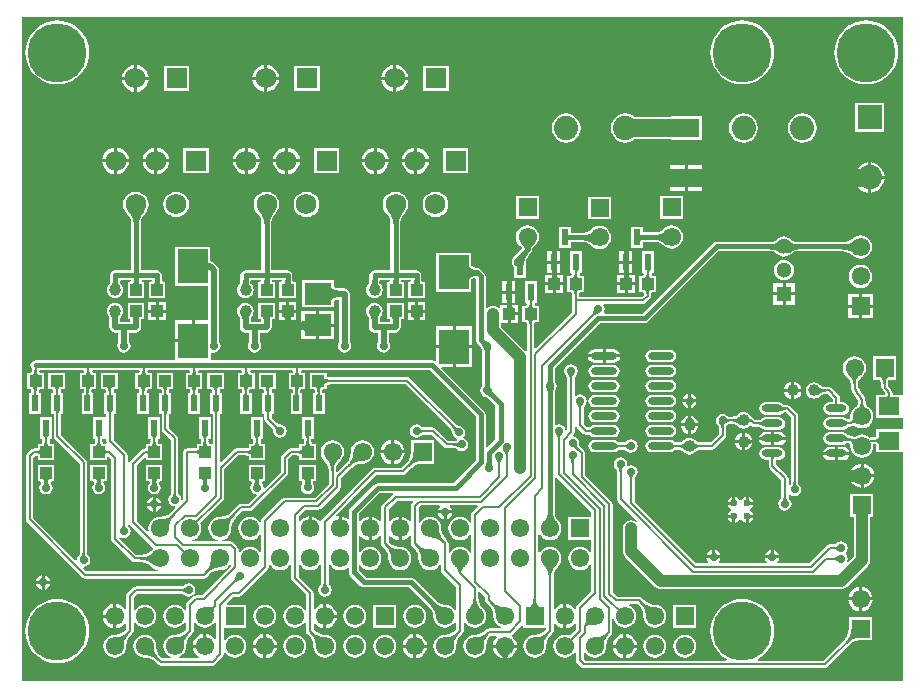
<source format=gbl>
%FSTAX23Y23*%
%MOIN*%
%SFA1B1*%

%IPPOS*%
%ADD10C,0.007870*%
%ADD11C,0.015750*%
%ADD13C,0.031500*%
%ADD14C,0.019690*%
%ADD16C,0.039370*%
%ADD19R,0.039370X0.039370*%
%ADD20O,0.086610X0.023620*%
%ADD21C,0.039370*%
%ADD29C,0.059060*%
%ADD30R,0.051180X0.051180*%
%ADD31C,0.051180*%
%ADD32R,0.068900X0.068900*%
%ADD33C,0.068900*%
%ADD34C,0.061020*%
%ADD35R,0.061020X0.061020*%
%ADD36R,0.061020X0.061020*%
%ADD37R,0.061020X0.060000*%
%ADD38C,0.196850*%
%ADD39R,0.080710X0.080710*%
%ADD40C,0.080710*%
%ADD41C,0.027560*%
%ADD42C,0.023620*%
%ADD43R,0.100390X0.116140*%
%ADD44R,0.039370X0.039370*%
%ADD45R,0.089760X0.074800*%
%ADD46R,0.023620X0.055120*%
%ADD47R,0.085830X0.063780*%
%ADD48O,0.070080X0.023620*%
%ADD49R,0.070870X0.059060*%
%LNrpiadapterpcb-1*%
%LPD*%
G36*
X02955Y00974D02*
D01*
X02953*
X02951*
X02923*
X02922Y00975*
X02922Y00977*
X02922*
X02921Y00985*
X02918Y00992*
X02913Y00998*
X02913Y00998*
X02913Y00998*
X02908Y01005*
X02906Y01013*
X02907Y01014*
X02907*
X02907Y01015*
X02908Y01023*
X0291Y01026*
X02933*
Y01103*
X02856*
Y01026*
X02879*
X02881Y01023*
X02882Y01015*
X02882Y01014*
X02882Y01014*
X02882*
X02884Y01002*
X02889Y0099*
X02896Y00981*
X02897Y00978*
X02894Y00974*
X02866*
Y00899*
X02951*
X02953*
X02955Y00897*
Y0086*
X02953*
X02951*
X02866*
Y00836*
X02866Y00835*
X02863Y00835*
X02848Y00833*
X02846Y00832*
X02839Y00838*
X0283Y00842*
X0282Y00843*
X02809Y00842*
X028Y00838*
X02799Y00837*
X02799Y00837*
X02797Y00836*
X02793Y00836*
X02792Y00836*
X02788Y00837*
X02787Y00837*
X02787Y00837*
X02786Y00837*
X02786Y00838*
X02785Y00838*
X02778Y0084*
X02774Y0084*
X02774Y00841*
X02773Y00841*
X02772Y00842*
X02771Y00844*
X02765Y00848*
X02757Y0085*
X0271*
X02703Y00848*
X02696Y00844*
X02692Y00837*
X0269Y0083*
X02692Y00822*
X02696Y00815*
X02703Y00811*
X0271Y00809*
X02757*
X02765Y00811*
X02767Y00812*
X02768Y00813*
X02768Y00813*
X02769Y00814*
X02773Y00814*
X02774Y00814*
X0278Y00811*
X0278Y00811*
X02781Y00806*
X02781Y00806*
X02781Y00806*
X02781Y00806*
X02781Y00805*
Y00805*
X02781Y00805*
X02782Y00794*
X02786Y00785*
X02792Y00777*
X028Y00771*
X02809Y00767*
X0282Y00766*
X0283Y00767*
X02839Y00771*
X02847Y00777*
X02853Y00785*
X02857Y00794*
X02858Y00805*
X02858Y0081*
X02862Y0081*
X02863Y0081*
Y0081*
Y0081*
X02866Y0081*
X02866Y00809*
Y00785*
X02951*
X02953*
X02955Y00783*
Y0002*
X0002*
Y02235*
X02955*
Y00974*
G37*
%LNrpiadapterpcb-2*%
%LPC*%
G36*
X0218Y00875D02*
X02117D01*
X0211Y00873*
X02103Y00869*
X02099Y00862*
X02097Y00855*
X02099Y00847*
X02103Y0084*
X0211Y00836*
X02117Y00834*
X0218*
X02188Y00836*
X02195Y0084*
X02199Y00847*
X02201Y00855*
X02199Y00862*
X02195Y00869*
X02188Y00873*
X0218Y00875*
G37*
G36*
X02516Y00852D02*
X02498D01*
X02489Y0085*
X02482Y00845*
X02477Y00838*
X02477Y00835*
X02516*
Y00852*
G37*
G36*
X00866Y01049D02*
X0081D01*
Y00994*
X00824*
X00827Y00987*
X00827Y00986*
X00824Y00982*
X0082*
Y00911*
X00828*
Y00894*
X00829Y00889*
X00831Y00886*
X00854Y00863*
X00854Y00863*
X00854Y00863*
X00854Y00863*
X00857Y00859*
X00858Y00855*
X00857Y00855*
X00859Y00846*
X00864Y00839*
X00871Y00834*
X0088Y00832*
X00888Y00834*
X00895Y00839*
X009Y00846*
X00902Y00855*
X009Y00863*
X00895Y0087*
X00888Y00875*
X0088Y00877*
X00879Y00877*
X00875Y00877*
X00871Y0088*
X00871Y0088*
X00871Y0088*
X00852Y00899*
Y00911*
X0086*
Y00982*
X00852*
Y00989*
X00853Y00994*
X00866*
Y01049*
G37*
G36*
X01035D02*
X0098D01*
Y00994*
X00993*
X00996Y00987*
X00996Y00986*
X00993Y00982*
X0099*
Y00911*
X01029*
Y00982*
X01021*
Y00989*
X01022Y00994*
X01035*
Y01007*
X01039Y01009*
X01045Y01009*
X01045Y01009*
Y0101*
X01299*
X0145Y00859*
Y00859*
X0145Y00858*
X0145Y00858*
X01452Y00855*
X01453Y00851*
X01453Y0085*
X01455Y00842*
X0146Y00835*
X01467Y0083*
X01468Y0083*
X01469Y00825*
X01465Y00822*
X01461Y00822*
X01461Y00822*
Y00822*
Y00822*
X01439*
X01398Y00863*
X01394Y00866*
X0139Y00867*
X01358*
Y00867*
Y00867*
X01358Y00867*
X01354Y00867*
X0135Y0087*
X0135Y0087*
X01343Y00875*
X01335Y00877*
X01326Y00875*
X01319Y0087*
X01314Y00863*
X01312Y00855*
X01314Y00846*
X01319Y00839*
X01326Y00834*
X01335Y00832*
X01343Y00834*
X0135Y00839*
X0135Y00839*
X01354Y00842*
X01358Y00842*
X01358Y00842*
Y00842*
X01385*
X01426Y00801*
X0143Y00798*
X01435Y00797*
X01461*
Y00797*
Y00797*
X01461Y00797*
X01465Y00797*
X01469Y00794*
X01469Y00794*
X01476Y00789*
X01485Y00787*
X01493Y00789*
X015Y00794*
X01505Y00801*
X01507Y0081*
X01505Y00818*
X015Y00825*
X01493Y0083*
X01492Y0083*
X01491Y00835*
X01496Y00842*
X01497Y0085*
X01496Y00859*
X01491Y00866*
X01484Y00871*
X01475Y00872*
X01475Y00872*
X01471Y00873*
X01467Y00876*
X01467Y00876*
X01467Y00876*
X01312Y0103*
X01309Y01033*
X01304Y01034*
X01045*
X01045Y01034*
X01045*
X01045Y01034*
X01039Y01035*
X01035Y01036*
Y01049*
G37*
G36*
X0242Y00848D02*
X02417Y00848D01*
X0241Y00845*
X02403Y0084*
X02399Y00834*
X02396Y00827*
X02395Y00824*
X0242*
Y00848*
G37*
G36*
X0243D02*
Y00824D01*
X02454*
X02453Y00827*
X0245Y00834*
X02446Y0084*
X02439Y00845*
X02432Y00848*
X0243Y00848*
G37*
G36*
X02544Y00852D02*
X02526D01*
Y00835*
X02565*
X02565Y00838*
X0256Y00845*
X02553Y0085*
X02544Y00852*
G37*
G36*
X01992Y00925D02*
X01929D01*
X01921Y00923*
X01914Y00919*
X0191Y00912*
X01908Y00905*
X0191Y00897*
X01914Y0089*
X01921Y00886*
X01929Y00884*
X01992*
X01999Y00886*
X02006Y0089*
X0201Y00897*
X02012Y00905*
X0201Y00912*
X02006Y00919*
X01999Y00923*
X01992Y00925*
G37*
G36*
X0218D02*
X02117D01*
X0211Y00923*
X02103Y00919*
X02099Y00912*
X02097Y00905*
X02099Y00897*
X02103Y0089*
X0211Y00886*
X02117Y00884*
X0218*
X02188Y00886*
X02195Y0089*
X02199Y00897*
X02201Y00905*
X02199Y00912*
X02195Y00919*
X02188Y00923*
X0218Y00925*
G37*
G36*
X0266Y01017D02*
X02653Y01016D01*
X02646Y01014*
X0264Y01009*
X02636Y01003*
X02633Y00997*
X02632Y0099*
X02633Y00982*
X02636Y00976*
X0264Y0097*
X02646Y00965*
X02653Y00963*
X0266Y00962*
X02667Y00963*
X02674Y00965*
X0268Y0097*
X0268Y0097*
X02685Y00974*
X02691Y00977*
X02697Y00977*
X02698Y00977*
Y00977*
X02705*
X02722Y0096*
Y0095*
X0271*
X02703Y00948*
X02696Y00944*
X02692Y00937*
X0269Y0093*
X02692Y00922*
X02696Y00915*
X02703Y00911*
X0271Y00909*
X02757*
X02765Y00911*
X02771Y00915*
X02775Y00922*
X02777Y0093*
X02775Y00937*
X02771Y00944*
X02765Y00948*
X02757Y0095*
X02746*
Y00965*
X02745Y0097*
X02742Y00974*
X02718Y00998*
X02714Y01001*
X0271Y01002*
X02698*
X02698Y01002*
X02698*
X02697Y01002*
X02691Y01002*
X02685Y01005*
X0268Y01009*
X0268Y01009*
X02674Y01014*
X02667Y01016*
X0266Y01017*
G37*
G36*
X0225Y00904D02*
Y0088D01*
X02274*
X02273Y00883*
X0227Y0089*
X02266Y00896*
X02259Y00901*
X02252Y00904*
X0225Y00904*
G37*
G36*
X0224Y0087D02*
X02215D01*
X02216Y00867*
X02219Y0086*
X02223Y00854*
X0223Y00849*
X02237Y00846*
X0224Y00846*
Y0087*
G37*
G36*
X02274D02*
X0225D01*
Y00846*
X02252Y00846*
X02259Y00849*
X02266Y00854*
X0227Y0086*
X02273Y00867*
X02274Y0087*
G37*
G36*
X0224Y00904D02*
X02237Y00904D01*
X0223Y00901*
X02223Y00896*
X02219Y0089*
X02216Y00883*
X02215Y0088*
X0224*
Y00904*
G37*
G36*
X02729Y00775D02*
X02689D01*
X0269Y00771*
X02695Y00764*
X02702Y00759*
X0271Y00757*
X02729*
Y00775*
G37*
G36*
X02778D02*
X02739D01*
Y00757*
X02757*
X02765Y00759*
X02773Y00764*
X02777Y00771*
X02778Y00775*
G37*
G36*
X02729Y00802D02*
X0271D01*
X02702Y008*
X02695Y00795*
X0269Y00788*
X02689Y00785*
X02729*
Y00802*
G37*
G36*
X01295Y0078D02*
X0126D01*
Y00744*
X01265Y00745*
X01275Y00749*
X01283Y00756*
X0129Y00764*
X01294Y00774*
X01295Y0078*
G37*
G36*
X02815Y00746D02*
X02809Y00746D01*
X02799Y00741*
X02791Y00735*
X02784Y00727*
X0278Y00717*
X02779Y00711*
X02815*
Y00746*
G37*
G36*
X02825D02*
Y00711D01*
X0286*
X02859Y00717*
X02855Y00727*
X02848Y00735*
X0284Y00741*
X0283Y00746*
X02825Y00746*
G37*
G36*
X0125Y0078D02*
X01214D01*
X01215Y00774*
X01219Y00764*
X01226Y00756*
X01234Y00749*
X01244Y00745*
X0125Y00744*
Y0078*
G37*
G36*
X02757Y00802D02*
X02739D01*
Y00785*
X02778*
X02777Y00788*
X02773Y00795*
X02765Y008*
X02757Y00802*
G37*
G36*
X02516Y00825D02*
X02477D01*
X02477Y00821*
X02482Y00814*
X02489Y00809*
X02498Y00807*
X02516*
Y00825*
G37*
G36*
X02565D02*
X02526D01*
Y00807*
X02544*
X02553Y00809*
X0256Y00814*
X02565Y00821*
X02565Y00825*
G37*
G36*
X0205Y00827D02*
X02041Y00825D01*
X02034Y0082*
X02034Y0082*
X0203Y00817*
X02026Y00817*
X02026Y00817*
Y00817*
Y00817*
X02011*
Y00817*
X02008Y00817*
X02006Y00819*
X02006Y00819*
X01999Y00823*
X01992Y00825*
X01929*
X01921Y00823*
X01914Y00819*
X0191Y00812*
X01908Y00805*
X0191Y00797*
X01914Y0079*
X01921Y00786*
X01929Y00784*
X01992*
X01999Y00786*
X02006Y0079*
X02006Y0079*
X02008Y00792*
X02011Y00792*
Y00792*
Y00792*
X02026*
Y00792*
Y00792*
X02026Y00792*
X0203Y00792*
X02034Y00789*
X02034Y00789*
X02041Y00784*
X0205Y00782*
X02058Y00784*
X02065Y00789*
X0207Y00796*
X02072Y00805*
X0207Y00813*
X02065Y0082*
X02058Y00825*
X0205Y00827*
G37*
G36*
X02454Y00814D02*
X0243D01*
Y0079*
X02432Y0079*
X02439Y00793*
X02446Y00798*
X0245Y00804*
X02453Y00811*
X02454Y00814*
G37*
G36*
X0125Y00825D02*
X01244Y00824D01*
X01234Y0082*
X01226Y00813*
X01219Y00805*
X01215Y00795*
X01214Y0079*
X0125*
Y00825*
G37*
G36*
X0126D02*
Y0079D01*
X01295*
X01294Y00795*
X0129Y00805*
X01283Y00813*
X01275Y0082*
X01265Y00824*
X0126Y00825*
G37*
G36*
X0242Y00814D02*
X02395D01*
X02396Y00811*
X02399Y00804*
X02403Y00798*
X0241Y00793*
X02417Y0079*
X0242Y0079*
Y00814*
G37*
G36*
X0218Y01125D02*
X02117D01*
X0211Y01123*
X02103Y01119*
X02099Y01112*
X02097Y01105*
X02099Y01097*
X02103Y0109*
X0211Y01086*
X02117Y01084*
X0218*
X02188Y01086*
X02195Y0109*
X02199Y01097*
X02201Y01105*
X02199Y01112*
X02195Y01119*
X02188Y01123*
X0218Y01125*
G37*
G36*
X01955Y01127D02*
X01929D01*
X0192Y01125*
X01913Y0112*
X01908Y01113*
X01907Y0111*
X01955*
Y01127*
G37*
G36*
X01992D02*
X01965D01*
Y0111*
X02013*
X02012Y01113*
X02007Y0112*
X02Y01125*
X01992Y01127*
G37*
G36*
X02013Y011D02*
X01965D01*
Y01082*
X01992*
X02Y01084*
X02007Y01089*
X02012Y01096*
X02013Y011*
G37*
G36*
X0218Y01075D02*
X02117D01*
X0211Y01073*
X02103Y01069*
X02099Y01062*
X02097Y01055*
X02099Y01047*
X02103Y0104*
X0211Y01036*
X02117Y01034*
X0218*
X02188Y01036*
X02195Y0104*
X02199Y01047*
X02201Y01055*
X02199Y01062*
X02195Y01069*
X02188Y01073*
X0218Y01075*
G37*
G36*
X0152Y01131D02*
X01465D01*
Y01068*
X0152*
Y01131*
G37*
G36*
X01955Y011D02*
X01907D01*
X01908Y01096*
X01913Y01089*
X0192Y01084*
X01929Y01082*
X01955*
Y011*
G37*
G36*
X01455Y01205D02*
X01399D01*
Y01141*
X01455*
Y01205*
G37*
G36*
X0152D02*
X01465D01*
Y01141*
X0152*
Y01205*
G37*
G36*
X01001Y01202D02*
X00951D01*
Y0116*
X01001*
Y01202*
G37*
G36*
X01059Y01357D02*
X00953D01*
Y01267*
X01059*
Y01289*
X01067Y01292*
X01073Y01293*
X01076Y0129*
Y0115*
X01074Y01147*
X01072Y01139*
X01074Y0113*
X01079Y01123*
X01086Y01118*
X01095Y01116*
X01103Y01118*
X0111Y01123*
X01115Y0113*
X01117Y01139*
X01115Y01147*
X01113Y0115*
Y01312*
X01111Y01319*
X01107Y01325*
X01101Y01329*
X01095Y0133*
X0108*
Y0133*
X01079Y0133*
X01078*
X01067Y01331*
X01059Y01335*
Y01357*
G37*
G36*
X01195Y01282D02*
X01187Y01281D01*
X01181Y01278*
X01175Y01274*
X0117Y01268*
X01168Y01261*
X01167Y01254*
X01168Y01247*
X0117Y0124*
X01174Y01236*
X01175Y01234*
X01175Y01234*
X01175Y01234*
X01175Y01234*
X01175Y01234*
X01176Y01231*
Y0123*
X01176Y0123*
X01176*
Y012*
X01178Y01193*
X01182Y01187*
X01188Y01183*
X01195Y01181*
X01206*
Y0115*
X01204Y01147*
X01202Y01139*
X01204Y0113*
X01209Y01123*
X01216Y01118*
X01217Y01118*
X01219Y01117*
X01225Y01115*
X01232Y01117*
X01238Y01121*
X01239Y01122*
X0124Y01123*
X01245Y0113*
X01247Y01139*
X01245Y01147*
X01243Y0115*
Y01181*
X01265*
X01271Y01183*
X01277Y01187*
X01281Y01193*
X01283Y012*
Y01227*
X01292*
Y01282*
X01237*
Y01227*
X01246*
Y01218*
X01213*
Y0123*
X01213*
X01213Y0123*
Y01231*
X01214Y01234*
X01214Y01234*
X01214Y01234*
X01214Y01234*
X01214*
X01215Y01235*
X01215Y01236*
X01219Y0124*
X01221Y01247*
X01222Y01254*
X01221Y01261*
X01219Y01268*
X01214Y01274*
X01208Y01278*
X01202Y01281*
X01195Y01282*
G37*
G36*
X0033D02*
X00322Y01281D01*
X00316Y01278*
X0031Y01274*
X00305Y01268*
X00303Y01261*
X00302Y01254*
X00303Y01247*
X00305Y0124*
X00309Y01236*
X0031Y01234*
X0031Y01234*
X0031Y01234*
X0031Y01234*
X0031Y01234*
X00311Y01231*
Y0123*
X00311Y0123*
X00311*
Y012*
X00313Y01193*
X00317Y01187*
X00323Y01183*
X0033Y01181*
X00341*
Y0115*
X00339Y01147*
X00337Y01139*
X00339Y0113*
X00344Y01123*
X00351Y01118*
X0036Y01116*
X00368Y01118*
X00375Y01123*
X0038Y0113*
X00382Y01139*
X0038Y01147*
X00378Y0115*
Y01181*
X004*
X00406Y01183*
X00412Y01187*
X00416Y01193*
X00418Y012*
Y01227*
X00427*
Y01282*
X00372*
Y01227*
X00381*
Y01218*
X00348*
Y0123*
X00348*
X00348Y0123*
Y01231*
X00349Y01234*
X00349Y01234*
X00349Y01234*
X0035Y01236*
X00354Y0124*
X00356Y01247*
X00357Y01254*
X00356Y01261*
X00354Y01268*
X00349Y01274*
X00343Y01278*
X00337Y01281*
X0033Y01282*
G37*
G36*
X00765D02*
X00757Y01281D01*
X00751Y01278*
X00745Y01274*
X0074Y01268*
X00738Y01261*
X00737Y01254*
X00738Y01247*
X0074Y0124*
X00744Y01236*
X00745Y01234*
X00745Y01234*
X00745Y01234*
X00746Y01231*
Y0123*
X00746Y0123*
X00746*
Y012*
X00748Y01193*
X00752Y01187*
X00758Y01183*
X00765Y01181*
X00776*
Y0115*
X00774Y01147*
X00772Y01139*
X00774Y0113*
X00779Y01123*
X00786Y01118*
X00795Y01116*
X00803Y01118*
X0081Y01123*
X00815Y0113*
X00817Y01139*
X00815Y01147*
X00813Y0115*
Y01181*
X00835*
X00841Y01183*
X00847Y01187*
X00851Y01193*
X00853Y012*
Y01227*
X00862*
Y01282*
X00807*
Y01227*
X00816*
Y01218*
X00783*
Y0123*
X00783*
X00783Y0123*
Y01231*
X00784Y01234*
X00784Y01234*
X00784Y01234*
X00785Y01236*
X00789Y0124*
X00791Y01247*
X00792Y01254*
X00791Y01261*
X00789Y01268*
X00784Y01274*
X00778Y01278*
X00772Y01281*
X00765Y01282*
G37*
G36*
X01992Y01075D02*
X01929D01*
X01921Y01073*
X01914Y01069*
X0191Y01062*
X01908Y01055*
X0191Y01047*
X01914Y0104*
X01921Y01036*
X01929Y01034*
X01992*
X01999Y01036*
X02006Y0104*
X0201Y01047*
X02012Y01055*
X0201Y01062*
X02006Y01069*
X01999Y01073*
X01992Y01075*
G37*
G36*
X0218Y00975D02*
X02117D01*
X0211Y00973*
X02103Y00969*
X02099Y00962*
X02097Y00955*
X02099Y00947*
X02103Y0094*
X0211Y00936*
X02117Y00934*
X0218*
X02188Y00936*
X02195Y0094*
X02199Y00947*
X02201Y00955*
X02199Y00962*
X02195Y00969*
X02188Y00973*
X0218Y00975*
G37*
G36*
X0224Y00978D02*
X02235Y00977D01*
X02227Y00972*
X02222Y00964*
X02221Y0096*
X0224*
Y00978*
G37*
G36*
X0225D02*
Y0096D01*
X02268*
X02267Y00964*
X02262Y00972*
X02254Y00977*
X0225Y00978*
G37*
G36*
X01992Y00975D02*
X01929D01*
X01921Y00973*
X01914Y00969*
X0191Y00962*
X01908Y00955*
X0191Y00947*
X01914Y0094*
X01921Y00936*
X01929Y00934*
X01992*
X01999Y00936*
X02006Y0094*
X0201Y00947*
X02012Y00955*
X0201Y00962*
X02006Y00969*
X01999Y00973*
X01992Y00975*
G37*
G36*
X02425Y00918D02*
X02417Y00917D01*
X02411Y00914*
X02405Y0091*
X02405Y0091*
X02399Y00906*
X02393Y00903*
X02387Y00902*
X02387Y00902*
X02386*
X02386Y00902*
X02379*
Y00902*
X02379Y00902*
X02377*
Y00902*
X02373Y00903*
X0237Y00905*
X0237Y00905*
X02363Y0091*
X02355Y00912*
X02346Y0091*
X02339Y00905*
X02334Y00898*
X02332Y0089*
X02334Y00881*
X02339Y00874*
X02339Y00874*
X02342Y0087*
X02342Y00866*
X02342Y00866*
X02342*
Y00844*
X02315Y00817*
X02284*
Y00817*
X02282Y00817*
X0228*
X02272Y00818*
X02265Y00823*
X02264Y00824*
X02258Y00828*
X02252Y00831*
X02245Y00832*
X02237Y00831*
X02231Y00828*
X02225Y00824*
X02224Y00823*
X02217Y00818*
X02209Y00817*
X02207*
X02205Y00817*
Y00817*
X02199*
Y00817*
X02197Y00817*
X02195Y00819*
X02195Y00819*
X02188Y00823*
X0218Y00825*
X02117*
X0211Y00823*
X02103Y00819*
X02099Y00812*
X02097Y00805*
X02099Y00797*
X02103Y0079*
X0211Y00786*
X02117Y00784*
X0218*
X02188Y00786*
X02195Y0079*
X02195Y0079*
X02197Y00792*
X02199Y00792*
Y00792*
Y00792*
X02205*
Y00792*
X02213Y00791*
X02219Y00789*
X02225Y00784*
X02225Y00784*
X02231Y0078*
X02237Y00777*
X02245Y00776*
X02252Y00777*
X02258Y0078*
X02264Y00784*
X02264Y00784*
X0227Y00789*
X02276Y00791*
X02284Y00792*
Y00792*
X0232*
X02324Y00793*
X02328Y00796*
X02363Y00831*
X02366Y00835*
X02367Y0084*
Y00866*
X02367*
X02367Y00866*
X02367Y0087*
X0237Y00874*
X0237Y00874*
X0237Y00874*
X02374Y00877*
X02379Y00878*
Y00878*
X02386*
X02386Y00878*
X02387*
X02387Y00878*
X02393Y00877*
X02399Y00874*
X02405Y0087*
X02405Y0087*
X02405Y0087*
X02411Y00866*
X02417Y00863*
X02425Y00862*
X02432Y00863*
X02438Y00866*
X02444Y0087*
X02445Y00872*
X0245Y00872*
X02451Y00871*
X02455Y00868*
X0246Y00867*
X02479*
Y00867*
Y00867*
X02481Y00867*
X02484Y00865*
X02484Y00865*
X0249Y00861*
X02498Y00859*
X02544*
X02552Y00861*
X02558Y00865*
X02563Y00872*
X02564Y0088*
X02563Y00887*
X02558Y00894*
X02552Y00898*
X02544Y009*
X02498*
X0249Y00898*
X02484Y00894*
X02484Y00894*
X02481Y00892*
X02479Y00892*
Y00892*
X02464*
X02458Y00898*
X02454Y00901*
X0245Y00902*
X0245Y00902*
X02449Y00902*
X02449Y00904*
X02444Y0091*
X02438Y00914*
X02432Y00917*
X02425Y00918*
G37*
G36*
X0224Y0095D02*
X02221D01*
X02222Y00945*
X02227Y00937*
X02235Y00932*
X0224Y00931*
Y0095*
G37*
G36*
X02268D02*
X0225D01*
Y00931*
X02254Y00932*
X02262Y00937*
X02267Y00945*
X02268Y0095*
G37*
G36*
X02584Y01019D02*
X02581Y01018D01*
X02574Y01015*
X02568Y01011*
X02563Y01004*
X0256Y00997*
X0256Y00995*
X02584*
Y01019*
G37*
G36*
X02594D02*
Y00995D01*
X02618*
X02618Y00997*
X02615Y01004*
X0261Y01011*
X02604Y01015*
X02597Y01018*
X02594Y01019*
G37*
G36*
X02795Y01103D02*
X02784Y01102D01*
X02775Y01098*
X02767Y01092*
X02761Y01084*
X02757Y01075*
X02756Y01065*
X02757Y01054*
X02761Y01045*
X02767Y01037*
X0277Y01035*
X0277Y01035*
X02771Y01034*
X02771Y01034*
X02774Y01031*
X02779Y01025*
X02781Y01018*
X02782Y01012*
X02782Y01011*
Y01011*
X02782Y01011*
X02784Y00998*
X02787Y00986*
X02793Y00976*
X02801Y00966*
X02801Y00966*
X02801Y00966*
X02806Y00959*
X02808Y00951*
X02807Y0095*
X02807*
X02807Y0095*
X02806Y00944*
X02803Y00938*
X02799Y00936*
X02799Y00936*
X02792Y0093*
X02786Y00922*
X02782Y00913*
X02781Y00903*
X02781Y00901*
X02781Y009*
X02781Y009*
X02781Y00899*
X02781Y00899*
X0278Y00896*
X02776Y00894*
X02774Y00894*
X0277Y00895*
X02768Y00896*
X02768Y00896*
X02765Y00898*
X02757Y009*
X0271*
X02703Y00898*
X02696Y00894*
X02692Y00887*
X0269Y0088*
X02692Y00872*
X02696Y00865*
X02703Y00861*
X0271Y00859*
X02757*
X02765Y00861*
X02771Y00865*
X02773Y00868*
X02773Y00868*
X02773Y00868*
X02781Y00869*
X02787Y00871*
X02788Y00871*
X02789Y00871*
X0279Y00872*
X0279Y00872*
X0279Y00872*
X02792Y00872*
X02793Y00873*
X02796Y00872*
X02797Y00871*
X02798Y00871*
X028Y00869*
X02809Y00866*
X0282Y00864*
X0283Y00866*
X02839Y00869*
X02847Y00876*
X02853Y00884*
X02857Y00893*
X02858Y00903*
X02857Y00913*
X02853Y00922*
X02847Y0093*
X0284Y00936*
X0284Y00936*
X02836Y00938*
X02833Y00944*
X02832Y0095*
X02832Y0095*
X02832*
X02832Y00951*
X0283Y00962*
X02826Y00974*
X02818Y00983*
X02817Y00984*
X02812Y00991*
X02808Y01001*
X02807Y01008*
Y01011*
X02807Y01012*
X02808Y01018*
X0281Y01025*
X02815Y01031*
X02818Y01034*
X02818Y01034*
X02819Y01035*
X02819Y01035*
X02822Y01037*
X02828Y01045*
X02832Y01054*
X02833Y01065*
X02832Y01075*
X02828Y01084*
X02822Y01092*
X02814Y01098*
X02805Y01102*
X02795Y01103*
G37*
G36*
X0218Y01025D02*
X02117D01*
X0211Y01023*
X02103Y01019*
X02099Y01012*
X02097Y01005*
X02099Y00997*
X02103Y0099*
X0211Y00986*
X02117Y00984*
X0218*
X02188Y00986*
X02195Y0099*
X02199Y00997*
X02201Y01005*
X02199Y01012*
X02195Y01019*
X02188Y01023*
X0218Y01025*
G37*
G36*
X02584Y00985D02*
X0256D01*
X0256Y00982*
X02563Y00975*
X02568Y00968*
X02574Y00964*
X02581Y00961*
X02584Y0096*
Y00985*
G37*
G36*
X02618D02*
X02594D01*
Y0096*
X02597Y00961*
X02604Y00964*
X0261Y00968*
X02615Y00975*
X02618Y00982*
X02618Y00985*
G37*
G36*
X01992Y01025D02*
X01929D01*
X01921Y01023*
X01914Y01019*
X0191Y01012*
X01908Y01005*
X0191Y00997*
X01914Y0099*
X01921Y00986*
X01929Y00984*
X01992*
X01999Y00986*
X02006Y0099*
X0201Y00997*
X02012Y01005*
X0201Y01012*
X02006Y01019*
X01999Y01023*
X01992Y01025*
G37*
G36*
X02034Y00178D02*
Y00142D01*
X02069*
X02069Y00148*
X02064Y00158*
X02058Y00166*
X02049Y00173*
X0204Y00177*
X02034Y00178*
G37*
G36*
X00324Y00232D02*
X00289D01*
X0029Y00227*
X00294Y00217*
X003Y00208*
X00309Y00202*
X00318Y00198*
X00324Y00197*
Y00232*
G37*
G36*
X01069D02*
X01034D01*
Y00197*
X0104Y00198*
X01049Y00202*
X01058Y00208*
X01064Y00217*
X01069Y00227*
X01069Y00232*
G37*
G36*
X02024Y00178D02*
X02018Y00177D01*
X02009Y00173*
X02Y00166*
X01994Y00158*
X0199Y00148*
X01989Y00142*
X02024*
Y00178*
G37*
G36*
X00834D02*
Y00142D01*
X00869*
X00869Y00148*
X00864Y00158*
X00858Y00166*
X00849Y00173*
X0084Y00177*
X00834Y00178*
G37*
G36*
X01324D02*
X01318Y00177D01*
X01309Y00173*
X013Y00166*
X01294Y00158*
X0129Y00148*
X01289Y00142*
X01324*
Y00178*
G37*
G36*
X01334D02*
Y00142D01*
X01369*
X01369Y00148*
X01364Y00158*
X01358Y00166*
X01349Y00173*
X0134Y00177*
X01334Y00178*
G37*
G36*
X02267Y00276D02*
X02191D01*
Y00199*
X02267*
Y00276*
G37*
G36*
X00324Y00278D02*
X00318Y00277D01*
X00309Y00273*
X003Y00266*
X00294Y00258*
X0029Y00248*
X00289Y00242*
X00324*
Y00278*
G37*
G36*
X01034D02*
Y00242D01*
X01069*
X01069Y00248*
X01064Y00258*
X01058Y00266*
X01049Y00273*
X0104Y00277*
X01034Y00278*
G37*
G36*
X01267Y00276D02*
X01191D01*
Y00199*
X01267*
Y00276*
G37*
G36*
X00829Y00276D02*
X00819Y00275D01*
X0081Y00271*
X00802Y00265*
X00796Y00257*
X00792Y00247*
X0079Y00237*
X00792Y00227*
X00796Y00218*
X00802Y0021*
X0081Y00204*
X00819Y002*
X00829Y00199*
X00839Y002*
X00848Y00204*
X00856Y0021*
X00863Y00218*
X00866Y00227*
X00868Y00237*
X00866Y00247*
X00863Y00257*
X00856Y00265*
X00848Y00271*
X00839Y00275*
X00829Y00276*
G37*
G36*
X01129D02*
X01119Y00275D01*
X0111Y00271*
X01102Y00265*
X01096Y00257*
X01092Y00247*
X0109Y00237*
X01092Y00227*
X01096Y00218*
X01102Y0021*
X0111Y00204*
X01119Y002*
X01129Y00199*
X01139Y002*
X01148Y00204*
X01156Y0021*
X01163Y00218*
X01166Y00227*
X01168Y00237*
X01166Y00247*
X01163Y00257*
X01156Y00265*
X01148Y00271*
X01139Y00275*
X01129Y00276*
G37*
G36*
X01329D02*
X01319Y00275D01*
X0131Y00271*
X01302Y00265*
X01296Y00257*
X01292Y00247*
X0129Y00237*
X01292Y00227*
X01296Y00218*
X01302Y0021*
X0131Y00204*
X01319Y002*
X01329Y00199*
X01339Y002*
X01348Y00204*
X01356Y0021*
X01363Y00218*
X01366Y00227*
X01368Y00237*
X01366Y00247*
X01363Y00257*
X01356Y00265*
X01348Y00271*
X01339Y00275*
X01329Y00276*
G37*
G36*
X00824Y00178D02*
X00818Y00177D01*
X00809Y00173*
X008Y00166*
X00794Y00158*
X0079Y00148*
X00789Y00142*
X00824*
Y00178*
G37*
G36*
X01369Y00132D02*
X01334D01*
Y00097*
X0134Y00098*
X01349Y00102*
X01358Y00108*
X01364Y00117*
X01369Y00127*
X01369Y00132*
G37*
G36*
X01624D02*
X01589D01*
X0159Y00127*
X01594Y00117*
X016Y00108*
X01609Y00102*
X01618Y00098*
X01624Y00097*
Y00132*
G37*
G36*
X01669D02*
X01634D01*
Y00097*
X0164Y00098*
X01649Y00102*
X01658Y00108*
X01664Y00117*
X01669Y00127*
X01669Y00132*
G37*
G36*
X01324D02*
X01289D01*
X0129Y00127*
X01294Y00117*
X013Y00108*
X01309Y00102*
X01318Y00098*
X01324Y00097*
Y00132*
G37*
G36*
X00137Y00294D02*
X00121Y00293D01*
X00104Y00289*
X00089Y00282*
X00075Y00274*
X00062Y00263*
X00051Y0025*
X00042Y00236*
X00036Y0022*
X00032Y00204*
X00031Y00187*
X00032Y00171*
X00036Y00154*
X00042Y00139*
X00051Y00125*
X00062Y00112*
X00075Y00101*
X00089Y00092*
X00104Y00086*
X00121Y00082*
X00137Y00081*
X00154Y00082*
X0017Y00086*
X00186Y00092*
X002Y00101*
X00213Y00112*
X00224Y00125*
X00232Y00139*
X00239Y00154*
X00243Y00171*
X00244Y00187*
X00243Y00204*
X00239Y0022*
X00232Y00236*
X00224Y0025*
X00213Y00263*
X002Y00274*
X00186Y00282*
X0017Y00289*
X00154Y00293*
X00137Y00294*
G37*
G36*
X00824Y00132D02*
X00789D01*
X0079Y00127*
X00794Y00117*
X008Y00108*
X00809Y00102*
X00818Y00098*
X00824Y00097*
Y00132*
G37*
G36*
X00869D02*
X00834D01*
Y00097*
X0084Y00098*
X00849Y00102*
X00858Y00108*
X00864Y00117*
X00869Y00127*
X00869Y00132*
G37*
G36*
X01229Y00176D02*
X01219Y00175D01*
X0121Y00171*
X01202Y00165*
X01196Y00157*
X01192Y00147*
X0119Y00137*
X01192Y00127*
X01196Y00118*
X01202Y0011*
X0121Y00104*
X01219Y001*
X01229Y00099*
X01239Y001*
X01248Y00104*
X01256Y0011*
X01263Y00118*
X01266Y00127*
X01268Y00137*
X01266Y00147*
X01263Y00157*
X01256Y00165*
X01248Y00171*
X01239Y00175*
X01229Y00176*
G37*
G36*
X02129D02*
X02119Y00175D01*
X0211Y00171*
X02102Y00165*
X02096Y00157*
X02092Y00147*
X0209Y00137*
X02092Y00127*
X02096Y00118*
X02102Y0011*
X0211Y00104*
X02119Y001*
X02129Y00099*
X02139Y001*
X02148Y00104*
X02156Y0011*
X02163Y00118*
X02166Y00127*
X02168Y00137*
X02166Y00147*
X02163Y00157*
X02156Y00165*
X02148Y00171*
X02139Y00175*
X02129Y00176*
G37*
G36*
X02229D02*
X02219Y00175D01*
X0221Y00171*
X02202Y00165*
X02196Y00157*
X02192Y00147*
X0219Y00137*
X02192Y00127*
X02196Y00118*
X02202Y0011*
X0221Y00104*
X02219Y001*
X02229Y00099*
X02239Y001*
X02248Y00104*
X02256Y0011*
X02263Y00118*
X02266Y00127*
X02268Y00137*
X02266Y00147*
X02263Y00157*
X02256Y00165*
X02248Y00171*
X02239Y00175*
X02229Y00176*
G37*
G36*
X01129D02*
X01119Y00175D01*
X0111Y00171*
X01102Y00165*
X01096Y00157*
X01092Y00147*
X0109Y00137*
X01092Y00127*
X01096Y00118*
X01102Y0011*
X0111Y00104*
X01119Y001*
X01129Y00099*
X01139Y001*
X01148Y00104*
X01156Y0011*
X01163Y00118*
X01166Y00127*
X01168Y00137*
X01166Y00147*
X01163Y00157*
X01156Y00165*
X01148Y00171*
X01139Y00175*
X01129Y00176*
G37*
G36*
X02024Y00132D02*
X01989D01*
X0199Y00127*
X01994Y00117*
X02Y00108*
X02009Y00102*
X02018Y00098*
X02024Y00097*
Y00132*
G37*
G36*
X02069D02*
X02034D01*
Y00097*
X0204Y00098*
X02049Y00102*
X02058Y00108*
X02064Y00117*
X02069Y00127*
X02069Y00132*
G37*
G36*
X00929Y00176D02*
X00919Y00175D01*
X0091Y00171*
X00902Y00165*
X00896Y00157*
X00892Y00147*
X0089Y00137*
X00892Y00127*
X00896Y00118*
X00902Y0011*
X0091Y00104*
X00919Y001*
X00929Y00099*
X00939Y001*
X00948Y00104*
X00956Y0011*
X00963Y00118*
X00966Y00127*
X00968Y00137*
X00966Y00147*
X00963Y00157*
X00956Y00165*
X00948Y00171*
X00939Y00175*
X00929Y00176*
G37*
G36*
X0281Y0029D02*
X02774D01*
X02775Y00284*
X02779Y00274*
X02786Y00266*
X02794Y00259*
X02804Y00255*
X0281Y00254*
Y0029*
G37*
G36*
X02388Y00635D02*
X02385Y00634D01*
X02378Y00629*
X02373Y00622*
X02372Y00619*
X02388*
Y00635*
G37*
G36*
X02442D02*
Y00619D01*
X02458*
X02457Y00622*
X02453Y00629*
X02445Y00634*
X02442Y00635*
G37*
G36*
X02432D02*
X02428Y00634D01*
X02421Y00629*
X02418Y00624*
X02413*
X02409Y00629*
X02402Y00634*
X02398Y00635*
Y00614*
X02393*
Y00609*
X02372*
X02373Y00605*
X02378Y00598*
X02383Y00594*
Y00589*
X02378Y00586*
X02373Y00579*
X02372Y00575*
X02393*
Y0057*
X02398*
Y00549*
X02402Y0055*
X02409Y00554*
X02413Y0056*
X02418*
X02421Y00554*
X02428Y0055*
X02432Y00549*
Y0057*
X02437*
Y00575*
X02458*
X02457Y00579*
X02453Y00586*
X02447Y00589*
Y00594*
X02453Y00598*
X02457Y00605*
X02458Y00609*
X02437*
Y00614*
X02432*
Y00635*
G37*
G36*
X00465Y00633D02*
Y00615D01*
X00483*
X00482Y00619*
X00477Y00627*
X00469Y00632*
X00465Y00633*
G37*
G36*
X00455Y00605D02*
X00436D01*
X00437Y006*
X00442Y00592*
X0045Y00587*
X00455Y00586*
Y00605*
G37*
G36*
X00483D02*
X00465D01*
Y00586*
X00469Y00587*
X00477Y00592*
X00482Y006*
X00483Y00605*
G37*
G36*
X00455Y00633D02*
X0045Y00632D01*
X00442Y00627*
X00437Y00619*
X00436Y00615*
X00455*
Y00633*
G37*
G36*
X02815Y00701D02*
X02779D01*
X0278Y00696*
X02784Y00686*
X02791Y00677*
X02799Y00671*
X02809Y00667*
X02815Y00666*
Y00701*
G37*
G36*
X0286D02*
X02825D01*
Y00666*
X0283Y00667*
X0284Y00671*
X02848Y00677*
X02855Y00686*
X02859Y00696*
X0286Y00701*
G37*
G36*
X02544Y0095D02*
X02498D01*
X0249Y00948*
X02484Y00944*
X02479Y00937*
X02478Y0093*
X02479Y00922*
X02484Y00915*
X0249Y00911*
X02498Y00909*
X02544*
X02552Y00911*
X02558Y00915*
X02558Y00915*
X02561Y00917*
X02563Y00917*
Y00917*
Y00917*
X02565*
X02582Y009*
Y00683*
X02582*
X02582Y00683*
X02582Y00679*
X02579Y00675*
X02577Y00676*
X02575Y00677*
Y00697*
X02574Y00701*
X02571Y00705*
X02533Y00743*
Y00759*
X02544*
X02552Y00761*
X02558Y00765*
X02563Y00772*
X02564Y0078*
X02563Y00787*
X02558Y00794*
X02552Y00798*
X02544Y008*
X02498*
X0249Y00798*
X02484Y00794*
X02479Y00787*
X02478Y0078*
X02479Y00772*
X02484Y00765*
X0249Y00761*
X02498Y00759*
X02509*
Y00738*
X0251Y00733*
X02512Y00729*
X0255Y00692*
Y00635*
X0255*
X0255Y00635*
X02549Y00631*
X02547Y00627*
X02547Y00627*
X02542Y0062*
X0254Y00612*
X02542Y00603*
X02547Y00596*
X02554Y00591*
X02562Y00589*
X02571Y00591*
X02578Y00596*
X02583Y00603*
X02585Y00612*
X02583Y0062*
X02578Y00627*
X02578Y00627*
X02575Y00631*
X02575Y00635*
X02575Y00635*
X02575*
Y00642*
X02579Y00644*
X02586Y00639*
X02595Y00637*
X02603Y00639*
X0261Y00644*
X02615Y00651*
X02617Y0066*
X02615Y00668*
X0261Y00675*
X0261Y00675*
X02607Y00679*
X02607Y00683*
X02607Y00683*
X02607*
Y00905*
X02606Y00909*
X02605Y00911*
X02603Y00913*
X02578Y00938*
X02574Y00941*
X0257Y00942*
X02563*
Y00942*
X02561Y00942*
X02558Y00944*
X02558Y00944*
X02552Y00948*
X02544Y0095*
G37*
G36*
X00999Y00742D02*
X00944D01*
Y00687*
X00954*
Y00679*
X00951Y00675*
X0095Y00667*
X00951Y00658*
X00956Y00651*
X00963Y00646*
X00972Y00645*
X0098Y00646*
X00987Y00651*
X00992Y00658*
X00994Y00667*
X00992Y00675*
X0099Y00679*
Y00687*
X00999*
Y00742*
G37*
G36*
X00128D02*
X00072D01*
Y00687*
X00081*
X00084Y00683*
X00084Y00681*
X00083Y00679*
X00083Y00678*
X0008Y00673*
X00078Y00665*
X0008Y00657*
X00084Y00649*
X00092Y00645*
X001Y00643*
X00108Y00645*
X00116Y00649*
X0012Y00657*
X00122Y00665*
X0012Y00673*
X00117Y00678*
X00117Y00679*
X00116Y00681*
X00116Y00683*
X00119Y00687*
X00128*
Y00742*
G37*
G36*
X00303D02*
X00248D01*
Y00687*
X00257*
X0026Y00683*
X0026Y00681*
X00258Y00679*
X00259Y00679*
X00255Y00674*
X00254Y00666*
X00255Y00657*
X0026Y0065*
X00267Y00645*
X00276Y00644*
X00284Y00645*
X00291Y0065*
X00296Y00657*
X00298Y00666*
X00296Y00674*
X00293Y00679*
X00293Y00679*
X00292Y00681*
X00291Y00683*
X00295Y00687*
X00303*
Y00742*
G37*
G36*
X00488D02*
X00433D01*
Y00687*
X00442*
X00445Y00683*
X00445Y00681*
X00443Y00679*
X00444Y00679*
X0044Y00674*
X00439Y00666*
X0044Y00657*
X00445Y0065*
X00452Y00645*
X00461Y00644*
X00469Y00645*
X00476Y0065*
X00481Y00657*
X00483Y00666*
X00481Y00674*
X00478Y00679*
X00478Y00679*
X00477Y00681*
X00476Y00683*
X0048Y00687*
X00488*
Y00742*
G37*
G36*
X02015Y00767D02*
X02006Y00765D01*
X01999Y0076*
X01994Y00753*
X01992Y00745*
X01994Y00736*
X01999Y00729*
X01999Y00729*
X02002Y00725*
X02002Y00721*
X02002Y00721*
X02002*
Y00627*
X02003Y00623*
X02006Y00619*
X0207Y00555*
X02066Y00551*
X02063Y00554*
X02057Y00556*
X0205Y00557*
X02042Y00556*
X02036Y00554*
X0203Y00549*
X02025Y00543*
X02023Y00537*
X02022Y0053*
Y00455*
X02023Y00447*
X02025Y00441*
X0203Y00435*
X0213Y00335*
X02136Y0033*
X02142Y00328*
X0215Y00327*
X0275*
X02757Y00328*
X02763Y0033*
X02769Y00335*
X02839Y00405*
X02844Y00411*
X02846Y00415*
X02846Y00417*
X02847Y00425*
Y00569*
X02858*
Y00646*
X02781*
Y00569*
X02792*
Y00436*
X02774Y00419*
X0277Y00421*
X02772Y00429*
X0277Y00438*
X02765Y00445*
Y00449*
X0277Y00456*
X02772Y00465*
X0277Y00473*
X02765Y0048*
X02758Y00485*
X0275Y00487*
X02741Y00485*
X02734Y0048*
X02734Y0048*
X0273Y00477*
X02726Y00477*
X02726Y00477*
Y00477*
Y00477*
X02712*
X02708Y00476*
X02704Y00473*
X02644Y00414*
X0254*
X02537Y00418*
X02542Y00425*
X02543Y0043*
X02496*
X02497Y00425*
X02502Y00418*
X02499Y00414*
X02345*
X02342Y00418*
X02347Y00425*
X02348Y0043*
X02301*
X02302Y00425*
X02307Y00418*
X02304Y00414*
X02267*
X02062Y00619*
Y00695*
X02062*
X02062Y00695*
X02062Y007*
X02065Y00703*
X02065Y00703*
X0207Y0071*
X02072Y00719*
X0207Y00727*
X02065Y00735*
X02058Y00739*
X0205Y00741*
X02041Y00739*
X0204Y00739*
X02036Y00741*
X02037Y00745*
X02035Y00753*
X0203Y0076*
X02023Y00765*
X02015Y00767*
G37*
G36*
X00113Y00345D02*
X00095D01*
Y00326*
X00099Y00327*
X00107Y00332*
X00112Y0034*
X00113Y00345*
G37*
G36*
X00575Y00347D02*
X00566Y00345D01*
X00559Y0034*
X00559Y0034*
X00555Y00337*
X00551Y00337*
X00551Y00337*
Y00337*
Y00337*
X004*
X00395Y00336*
X00391Y00333*
X00371Y00313*
X00368Y00309*
X00367Y00305*
Y00262*
X00363Y0026*
X00358Y00266*
X00349Y00273*
X0034Y00277*
X00334Y00278*
Y00237*
Y00197*
X0034Y00198*
X00349Y00202*
X00358Y00208*
X00363Y00215*
X00367Y00213*
Y00193*
X00366Y00191*
X00366Y00191*
X00365Y0019*
X00355Y00183*
X00343Y00178*
X0033Y00176*
X00329Y00176*
X00319Y00175*
X0031Y00171*
X00302Y00165*
X00296Y00157*
X00292Y00147*
X0029Y00137*
X00292Y00127*
X00296Y00118*
X00302Y0011*
X0031Y00104*
X00319Y001*
X00329Y00099*
X00339Y001*
X00348Y00104*
X00356Y0011*
X00363Y00118*
X00366Y00127*
X00368Y00137*
X00368Y00138*
X00369Y00151*
X00374Y00163*
X00382Y00173*
X00383Y00174*
X00383Y00174*
X00388Y00179*
X00391Y00183*
X00392Y00188*
Y00215*
X00396Y00217*
X00402Y0021*
X0041Y00204*
X00419Y002*
X00429Y00199*
X00439Y002*
X00448Y00204*
X00456Y0021*
X00463Y00218*
X00466Y00227*
X00468Y00237*
X00466Y00247*
X00463Y00257*
X00456Y00265*
X00448Y00271*
X00439Y00275*
X00429Y00276*
X00419Y00275*
X0041Y00271*
X00402Y00265*
X00396Y00258*
X00392Y00259*
Y003*
X00404Y00312*
X00551*
Y00312*
Y00312*
X00551Y00312*
X00555Y00312*
X00559Y00309*
X00559Y00309*
X00566Y00304*
X00575Y00302*
X00583Y00304*
X0059Y00309*
X00595Y00316*
X00597Y00325*
X00595Y00333*
X0059Y0034*
X00583Y00345*
X00575Y00347*
G37*
G36*
X00085Y00373D02*
X0008Y00372D01*
X00072Y00367*
X00067Y00359*
X00066Y00355*
X00085*
Y00373*
G37*
G36*
Y00345D02*
X00066D01*
X00067Y0034*
X00072Y00332*
X0008Y00327*
X00085Y00326*
Y00345*
G37*
G36*
X02855Y0029D02*
X0282D01*
Y00254*
X02825Y00255*
X02835Y00259*
X02843Y00266*
X0285Y00274*
X02854Y00284*
X02855Y0029*
G37*
G36*
X0281Y00335D02*
X02804Y00334D01*
X02794Y0033*
X02786Y00323*
X02779Y00315*
X02775Y00305*
X02774Y003*
X0281*
Y00335*
G37*
G36*
X0282D02*
Y003D01*
X02855*
X02854Y00305*
X0285Y00315*
X02843Y00323*
X02835Y0033*
X02825Y00334*
X0282Y00335*
G37*
G36*
X02525Y00458D02*
Y0044D01*
X02543*
X02542Y00444*
X02537Y00452*
X02529Y00457*
X02525Y00458*
G37*
G36*
X02388Y00565D02*
X02372D01*
X02373Y00562*
X02378Y00554*
X02385Y0055*
X02388Y00549*
Y00565*
G37*
G36*
X02458D02*
X02442D01*
Y00549*
X02445Y0055*
X02453Y00554*
X02457Y00562*
X02458Y00565*
G37*
G36*
X02515Y00458D02*
X0251Y00457D01*
X02502Y00452*
X02497Y00444*
X02496Y0044*
X02515*
Y00458*
G37*
G36*
X00095Y00373D02*
Y00355D01*
X00113*
X00112Y00359*
X00107Y00367*
X00099Y00372*
X00095Y00373*
G37*
G36*
X0232Y00458D02*
X02315Y00457D01*
X02307Y00452*
X02302Y00444*
X02301Y0044*
X0232*
Y00458*
G37*
G36*
X0233D02*
Y0044D01*
X02348*
X02347Y00444*
X02342Y00452*
X02334Y00457*
X0233Y00458*
G37*
G36*
X01061Y01202D02*
X01011D01*
Y0116*
X01061*
Y01202*
G37*
G36*
X01326Y0175D02*
X01287D01*
X01288Y01744*
X01293Y01733*
X013Y01723*
X01309Y01716*
X0132Y01712*
X01326Y01711*
Y0175*
G37*
G36*
X01376D02*
X01336D01*
Y01711*
X01343Y01712*
X01354Y01716*
X01363Y01723*
X0137Y01733*
X01375Y01744*
X01376Y0175*
G37*
G36*
X00643Y01797D02*
X00558D01*
Y01713*
X00643*
Y01797*
G37*
G36*
X01242Y0175D02*
X01203D01*
Y01711*
X01209Y01712*
X0122Y01716*
X01229Y01723*
X01236Y01733*
X01241Y01744*
X01242Y0175*
G37*
G36*
X00896D02*
X00857D01*
X00858Y01744*
X00863Y01733*
X0087Y01723*
X00879Y01716*
X0089Y01712*
X00896Y01711*
Y0175*
G37*
G36*
X00946D02*
X00906D01*
Y01711*
X00913Y01712*
X00924Y01716*
X00933Y01723*
X0094Y01733*
X00945Y01744*
X00946Y0175*
G37*
G36*
X01193D02*
X01153D01*
X01154Y01744*
X01159Y01733*
X01166Y01723*
X01175Y01716*
X01186Y01712*
X01193Y01711*
Y0175*
G37*
G36*
X00461Y01799D02*
X00455Y01798D01*
X00444Y01794*
X00435Y01787*
X00428Y01778*
X00423Y01767*
X00422Y0176*
X00461*
Y01799*
G37*
G36*
X00471D02*
Y0176D01*
X00511*
X0051Y01767*
X00505Y01778*
X00498Y01787*
X00489Y01794*
X00478Y01798*
X00471Y01799*
G37*
G36*
X00763D02*
X00756Y01798D01*
X00745Y01794*
X00736Y01787*
X00729Y01778*
X00724Y01767*
X00723Y0176*
X00763*
Y01799*
G37*
G36*
X00338D02*
Y0176D01*
X00377*
X00376Y01767*
X00371Y01778*
X00364Y01787*
X00355Y01794*
X00344Y01798*
X00338Y01799*
G37*
G36*
X01078Y01797D02*
X00993D01*
Y01713*
X01078*
Y01797*
G37*
G36*
X01508D02*
X01423D01*
Y01713*
X01508*
Y01797*
G37*
G36*
X00328Y01799D02*
X00321Y01798D01*
X0031Y01794*
X00301Y01787*
X00294Y01778*
X00289Y01767*
X00288Y0176*
X00328*
Y01799*
G37*
G36*
X00812Y0175D02*
X00773D01*
Y01711*
X00779Y01712*
X0079Y01716*
X00799Y01723*
X00806Y01733*
X00811Y01744*
X00812Y0175*
G37*
G36*
X02287Y01693D02*
X02239D01*
Y01656*
X02287*
Y01693*
G37*
G36*
X02229Y0174D02*
X02181D01*
Y01703*
X02229*
Y0174*
G37*
G36*
X02287D02*
X02239D01*
Y01703*
X02287*
Y0174*
G37*
G36*
X02229Y01693D02*
X02181D01*
Y01656*
X02229*
Y01693*
G37*
G36*
X01398Y01652D02*
X01387Y01651D01*
X01377Y01646*
X01368Y0164*
X01361Y01631*
X01357Y01621*
X01356Y0161*
X01357Y01598*
X01361Y01588*
X01368Y01579*
X01377Y01573*
X01387Y01568*
X01398Y01567*
X01409Y01568*
X0142Y01573*
X01429Y01579*
X01435Y01588*
X0144Y01598*
X01441Y0161*
X0144Y01621*
X01435Y01631*
X01429Y0164*
X0142Y01646*
X01409Y01651*
X01398Y01652*
G37*
G36*
X0284Y01695D02*
X02794D01*
X02795Y01686*
X02801Y01674*
X02809Y01664*
X02819Y01656*
X02831Y0165*
X0284Y01649*
Y01695*
G37*
G36*
X02895D02*
X0285D01*
Y01649*
X02858Y0165*
X0287Y01656*
X0288Y01664*
X02888Y01674*
X02894Y01686*
X02895Y01695*
G37*
G36*
X00461Y0175D02*
X00422D01*
X00423Y01744*
X00428Y01733*
X00435Y01723*
X00444Y01716*
X00455Y01712*
X00461Y01711*
Y0175*
G37*
G36*
X00511D02*
X00471D01*
Y01711*
X00478Y01712*
X00489Y01716*
X00498Y01723*
X00505Y01733*
X0051Y01744*
X00511Y0175*
G37*
G36*
X00763D02*
X00723D01*
X00724Y01744*
X00729Y01733*
X00736Y01723*
X00745Y01716*
X00756Y01712*
X00763Y01711*
Y0175*
G37*
G36*
X00377D02*
X00338D01*
Y01711*
X00344Y01712*
X00355Y01716*
X00364Y01723*
X00371Y01733*
X00376Y01744*
X00377Y0175*
G37*
G36*
X0284Y0175D02*
X02831Y01749D01*
X02819Y01743*
X02809Y01735*
X02801Y01725*
X02795Y01713*
X02794Y01705*
X0284*
Y0175*
G37*
G36*
X0285D02*
Y01705D01*
X02895*
X02894Y01713*
X02888Y01725*
X0288Y01735*
X0287Y01743*
X02858Y01749*
X0285Y0175*
G37*
G36*
X00328Y0175D02*
X00288D01*
X00289Y01744*
X00294Y01733*
X00301Y01723*
X0031Y01716*
X00321Y01712*
X00328Y01711*
Y0175*
G37*
G36*
X00773Y01799D02*
Y0176D01*
X00812*
X00811Y01767*
X00806Y01778*
X00799Y01787*
X0079Y01794*
X00779Y01798*
X00773Y01799*
G37*
G36*
X01443Y02072D02*
X01358D01*
Y01987*
X01443*
Y02072*
G37*
G36*
X00137Y02223D02*
X00121Y02222D01*
X00104Y02218*
X00089Y02211*
X00075Y02203*
X00062Y02192*
X00051Y02179*
X00042Y02165*
X00036Y02149*
X00032Y02133*
X00031Y02116*
X00032Y021*
X00036Y02083*
X00042Y02068*
X00051Y02054*
X00062Y02041*
X00075Y0203*
X00089Y02021*
X00104Y02015*
X00121Y02011*
X00137Y0201*
X00154Y02011*
X0017Y02015*
X00186Y02021*
X002Y0203*
X00213Y02041*
X00224Y02054*
X00232Y02068*
X00239Y02083*
X00243Y021*
X00244Y02116*
X00243Y02133*
X00239Y02149*
X00232Y02165*
X00224Y02179*
X00213Y02192*
X002Y02203*
X00186Y02211*
X0017Y02218*
X00154Y02222*
X00137Y02223*
G37*
G36*
X02421D02*
X02404Y02222D01*
X02388Y02218*
X02372Y02211*
X02358Y02203*
X02345Y02192*
X02335Y02179*
X02326Y02165*
X02319Y02149*
X02315Y02133*
X02314Y02116*
X02315Y021*
X02319Y02083*
X02326Y02068*
X02335Y02054*
X02345Y02041*
X02358Y0203*
X02372Y02021*
X02388Y02015*
X02404Y02011*
X02421Y0201*
X02437Y02011*
X02454Y02015*
X02469Y02021*
X02483Y0203*
X02496Y02041*
X02507Y02054*
X02516Y02068*
X02522Y02083*
X02526Y021*
X02527Y02116*
X02526Y02133*
X02522Y02149*
X02516Y02165*
X02507Y02179*
X02496Y02192*
X02483Y02203*
X02469Y02211*
X02454Y02218*
X02437Y02222*
X02421Y02223*
G37*
G36*
X01013Y02072D02*
X00928D01*
Y01987*
X01013*
Y02072*
G37*
G36*
X01258Y02025D02*
X01218D01*
X01219Y02018*
X01224Y02007*
X01231Y01998*
X0124Y01991*
X01251Y01987*
X01258Y01986*
Y02025*
G37*
G36*
X01307D02*
X01268D01*
Y01986*
X01274Y01987*
X01285Y01991*
X01294Y01998*
X01301Y02007*
X01306Y02018*
X01307Y02025*
G37*
G36*
X00578Y02072D02*
X00493D01*
Y01987*
X00578*
Y02072*
G37*
G36*
X00838Y02074D02*
Y02035D01*
X00877*
X00876Y02041*
X00871Y02052*
X00864Y02062*
X00855Y02069*
X00844Y02073*
X00838Y02074*
G37*
G36*
X01258D02*
X01251Y02073D01*
X0124Y02069*
X01231Y02062*
X01224Y02052*
X01219Y02041*
X01218Y02035*
X01258*
Y02074*
G37*
G36*
X01268D02*
Y02035D01*
X01307*
X01306Y02041*
X01301Y02052*
X01294Y02062*
X01285Y02069*
X01274Y02073*
X01268Y02074*
G37*
G36*
X00828D02*
X00821Y02073D01*
X0081Y02069*
X00801Y02062*
X00794Y02052*
X00789Y02041*
X00788Y02035*
X00828*
Y02074*
G37*
G36*
X02834Y02223D02*
X02817Y02222D01*
X02801Y02218*
X02786Y02211*
X02771Y02203*
X02759Y02192*
X02748Y02179*
X02739Y02165*
X02733Y02149*
X02729Y02133*
X02728Y02116*
X02729Y021*
X02733Y02083*
X02739Y02068*
X02748Y02054*
X02759Y02041*
X02771Y0203*
X02786Y02021*
X02801Y02015*
X02817Y02011*
X02834Y0201*
X02851Y02011*
X02867Y02015*
X02883Y02021*
X02897Y0203*
X0291Y02041*
X0292Y02054*
X02929Y02068*
X02936Y02083*
X02939Y021*
X02941Y02116*
X02939Y02133*
X02936Y02149*
X02929Y02165*
X0292Y02179*
X0291Y02192*
X02897Y02203*
X02883Y02211*
X02867Y02218*
X02851Y02222*
X02834Y02223*
G37*
G36*
X00393Y02074D02*
X00386Y02073D01*
X00375Y02068*
X00366Y02061*
X00359Y02052*
X00354Y02041*
X00353Y02035*
X00393*
Y02074*
G37*
G36*
X00403D02*
Y02035D01*
X00442*
X00441Y02041*
X00436Y02052*
X00429Y02061*
X0042Y02068*
X00409Y02073*
X00403Y02074*
G37*
G36*
X00877Y02025D02*
X00838D01*
Y01986*
X00844Y01987*
X00855Y01991*
X00864Y01998*
X00871Y02007*
X00876Y02018*
X00877Y02025*
G37*
G36*
X01326Y01799D02*
X0132Y01798D01*
X01309Y01794*
X013Y01787*
X01293Y01778*
X01288Y01767*
X01287Y0176*
X01326*
Y01799*
G37*
G36*
X01336D02*
Y0176D01*
X01376*
X01375Y01767*
X0137Y01778*
X01363Y01787*
X01354Y01794*
X01343Y01798*
X01336Y01799*
G37*
G36*
X01834Y01913D02*
X01821Y01911D01*
X0181Y01907*
X018Y01899*
X01792Y01889*
X01787Y01877*
X01785Y01865*
X01787Y01852*
X01792Y0184*
X018Y0183*
X0181Y01822*
X01821Y01818*
X01834Y01816*
X01847Y01818*
X01858Y01822*
X01868Y0183*
X01876Y0184*
X01881Y01852*
X01883Y01865*
X01881Y01877*
X01876Y01889*
X01868Y01899*
X01858Y01907*
X01847Y01911*
X01834Y01913*
G37*
G36*
X01203Y01799D02*
Y0176D01*
X01242*
X01241Y01767*
X01236Y01778*
X01229Y01787*
X0122Y01794*
X01209Y01798*
X01203Y01799*
G37*
G36*
X00896D02*
X0089Y01798D01*
X00879Y01794*
X0087Y01787*
X00863Y01778*
X00858Y01767*
X00857Y0176*
X00896*
Y01799*
G37*
G36*
X00906D02*
Y0176D01*
X00946*
X00945Y01767*
X0094Y01778*
X00933Y01787*
X00924Y01794*
X00913Y01798*
X00906Y01799*
G37*
G36*
X01193D02*
X01186Y01798D01*
X01175Y01794*
X01166Y01787*
X01159Y01778*
X01154Y01767*
X01153Y0176*
X01193*
Y01799*
G37*
G36*
X00393Y02025D02*
X00353D01*
X00354Y02018*
X00359Y02007*
X00366Y01998*
X00375Y01991*
X00386Y01986*
X00393Y01985*
Y02025*
G37*
G36*
X00442D02*
X00403D01*
Y01985*
X00409Y01986*
X0042Y01991*
X00429Y01998*
X00436Y02007*
X00441Y02018*
X00442Y02025*
G37*
G36*
X00828Y02025D02*
X00788D01*
X00789Y02018*
X00794Y02007*
X00801Y01998*
X0081Y01991*
X00821Y01987*
X00828Y01986*
Y02025*
G37*
G36*
X02893Y01948D02*
X02796D01*
Y01851*
X02893*
Y01948*
G37*
G36*
X02425Y01913D02*
X02412Y01911D01*
X024Y01907*
X0239Y01899*
X02382Y01889*
X02378Y01877*
X02376Y01865*
X02378Y01852*
X02382Y0184*
X0239Y0183*
X024Y01822*
X02412Y01818*
X02425Y01816*
X02437Y01818*
X02449Y01822*
X02459Y0183*
X02467Y0184*
X02471Y01852*
X02473Y01865*
X02471Y01877*
X02467Y01889*
X02459Y01899*
X02449Y01907*
X02437Y01911*
X02425Y01913*
G37*
G36*
X02621D02*
X02609Y01911D01*
X02597Y01907*
X02587Y01899*
X02579Y01889*
X02574Y01877*
X02573Y01865*
X02574Y01852*
X02579Y0184*
X02587Y0183*
X02597Y01822*
X02609Y01818*
X02621Y01816*
X02634Y01818*
X02646Y01822*
X02656Y0183*
X02663Y0184*
X02668Y01852*
X0267Y01865*
X02668Y01877*
X02663Y01889*
X02656Y01899*
X02646Y01907*
X02634Y01911*
X02621Y01913*
G37*
G36*
X02031D02*
X02018Y01911D01*
X02006Y01907*
X01996Y01899*
X01989Y01889*
X01984Y01877*
X01982Y01865*
X01984Y01852*
X01989Y0184*
X01996Y0183*
X02006Y01822*
X02018Y01818*
X02031Y01816*
X02043Y01818*
X02055Y01822*
X02061Y01827*
X02184*
Y01825*
X02285*
Y01904*
X02184*
Y01902*
X02061*
X02055Y01907*
X02043Y01911*
X02031Y01913*
G37*
G36*
X02855Y01312D02*
X0282D01*
Y01276*
X02855*
Y01312*
G37*
G36*
X02555Y01307D02*
X02524D01*
Y01276*
X02555*
Y01307*
G37*
G36*
X02595D02*
X02565D01*
Y01276*
X02595*
Y01307*
G37*
G36*
X0281Y01312D02*
X02774D01*
Y01276*
X0281*
Y01312*
G37*
G36*
X00934Y01284D02*
X0091D01*
Y01259*
X00934*
Y01284*
G37*
G36*
X0133D02*
X01305D01*
Y01259*
X0133*
Y01284*
G37*
G36*
X01364D02*
X0134D01*
Y01259*
X01364*
Y01284*
G37*
G36*
X01637Y01312D02*
X0162D01*
Y0128*
X01637*
Y01312*
G37*
G36*
X01789Y0134D02*
X01764D01*
Y01315*
X01789*
Y0134*
G37*
G36*
X01824D02*
X01799D01*
Y01315*
X01824*
Y0134*
G37*
G36*
X02029D02*
X02004D01*
Y01315*
X02029*
Y0134*
G37*
G36*
X01265Y01652D02*
X01253Y01651D01*
X01243Y01646*
X01234Y0164*
X01228Y01631*
X01223Y01621*
X01222Y0161*
X01223Y01598*
X01228Y01588*
X01234Y01579*
X01235Y01579*
X01242Y0157*
X01247Y01558*
X01248Y01547*
Y01546*
X01248Y01545*
X01248*
Y01391*
X01195*
X01188Y01389*
X01183Y01386*
X0118Y01381*
X01178Y01375*
Y01353*
X01178*
X01178Y01353*
X01178Y01349*
X01175Y01345*
X01175*
X01174Y01344*
X0117Y01339*
X01168Y01332*
X01167Y01325*
X01168Y01318*
X0117Y01311*
X01175Y01305*
X01181Y01301*
X01187Y01298*
X01195Y01297*
X01202Y01298*
X01208Y01301*
X01214Y01305*
X01219Y01311*
X01221Y01318*
X01222Y01325*
X01221Y01332*
X01219Y01339*
X01215Y01344*
X01214Y01345*
X01214*
X01211Y01349*
X01211Y01353*
X01211Y01353*
Y01355*
X01214Y01358*
X01248*
Y01353*
X01241Y01352*
X01237*
Y01297*
X01292*
Y01352*
X01288*
X01281Y01353*
Y01355*
X01284Y01358*
X01318*
Y01353*
X01311Y01352*
X01307*
Y01297*
X01362*
Y01352*
X01358*
X01351Y01353*
X01351*
Y01375*
X01349Y01381*
X01346Y01386*
X01341Y01389*
X01335Y01391*
X01281*
Y01545*
X01281*
X01281Y01546*
Y01547*
X01282Y01558*
X01287Y0157*
X01294Y01579*
X01295Y01579*
X01301Y01588*
X01306Y01598*
X01307Y0161*
X01306Y01621*
X01301Y01631*
X01295Y0164*
X01286Y01646*
X01276Y01651*
X01265Y01652*
G37*
G36*
X01664Y01312D02*
X01647D01*
Y0128*
X01664*
Y01312*
G37*
G36*
X004Y01652D02*
X00388Y01651D01*
X00378Y01646*
X00369Y0164*
X00363Y01631*
X00358Y01621*
X00357Y0161*
X00358Y01598*
X00363Y01588*
X00369Y01579*
X0037Y01579*
X00377Y0157*
X00382Y01558*
X00383Y01547*
Y01546*
X00383Y01545*
X00383*
Y01391*
X0033*
X00323Y01389*
X00318Y01386*
X00315Y01381*
X00313Y01375*
Y01353*
X00313*
X00313Y01353*
X00313Y01349*
X0031Y01345*
X0031*
X00309Y01344*
X00305Y01339*
X00303Y01332*
X00302Y01325*
X00303Y01318*
X00305Y01311*
X0031Y01305*
X00316Y01301*
X00322Y01298*
X0033Y01297*
X00337Y01298*
X00343Y01301*
X00349Y01305*
X00354Y01311*
X00356Y01318*
X00357Y01325*
X00356Y01332*
X00354Y01339*
X0035Y01344*
X00349Y01345*
X00349*
X00346Y01349*
X00346Y01353*
X00346Y01353*
Y01355*
X00349Y01358*
X00383*
Y01353*
X00376Y01352*
X00372*
Y01297*
X00427*
Y01352*
X00423*
X00416Y01353*
Y01355*
X00419Y01358*
X00453*
Y01353*
X00446Y01352*
X00442*
Y01297*
X00497*
Y01352*
X00493*
X00486Y01353*
X00486*
Y01375*
X00484Y01381*
X00481Y01386*
X00476Y01389*
X0047Y01391*
X00416*
Y01545*
X00416*
X00416Y01546*
Y01547*
X00417Y01558*
X00422Y0157*
X00429Y01579*
X0043Y01579*
X00436Y01588*
X00441Y01598*
X00442Y0161*
X00441Y01621*
X00436Y01631*
X0043Y0164*
X00421Y01646*
X00411Y01651*
X004Y01652*
G37*
G36*
X00835D02*
X00823Y01651D01*
X00813Y01646*
X00804Y0164*
X00798Y01631*
X00793Y01621*
X00792Y0161*
X00793Y01598*
X00798Y01588*
X00804Y01579*
X00805Y01579*
X00812Y0157*
X00817Y01558*
X00818Y01547*
Y01546*
X00818Y01545*
X00818*
Y01391*
X00765*
X00758Y01389*
X00753Y01386*
X0075Y01381*
X00748Y01375*
Y01353*
X00748*
X00748Y01353*
X00748Y01349*
X00745Y01345*
X00745*
X00744Y01344*
X0074Y01339*
X00738Y01332*
X00737Y01325*
X00738Y01318*
X0074Y01311*
X00745Y01305*
X00751Y01301*
X00757Y01298*
X00765Y01297*
X00772Y01298*
X00778Y01301*
X00784Y01305*
X00789Y01311*
X00791Y01318*
X00792Y01325*
X00791Y01332*
X00789Y01339*
X00785Y01344*
X00784Y01345*
X00784*
X00781Y01349*
X00781Y01353*
X00781Y01353*
Y01355*
X00784Y01358*
X00818*
Y01353*
X00811Y01352*
X00807*
Y01297*
X00862*
Y01352*
X00858*
X00851Y01353*
Y01355*
X00854Y01358*
X00888*
Y01353*
X00881Y01352*
X00877*
Y01297*
X00932*
Y01352*
X00928*
X00921Y01353*
X00921*
Y01375*
X00919Y01381*
X00916Y01386*
X00911Y01389*
X00905Y01391*
X00851*
Y01545*
X00851*
X00851Y01546*
Y01547*
X00852Y01558*
X00857Y0157*
X00864Y01579*
X00865Y01579*
X00871Y01588*
X00876Y01598*
X00877Y0161*
X00876Y01621*
X00871Y01631*
X00865Y0164*
X00856Y01646*
X00846Y01651*
X00835Y01652*
G37*
G36*
X009Y01284D02*
X00875D01*
Y01259*
X009*
Y01284*
G37*
G36*
X00465Y01249D02*
X0044D01*
Y01224*
X00465*
Y01249*
G37*
G36*
X00499D02*
X00475D01*
Y01224*
X00499*
Y01249*
G37*
G36*
X009D02*
X00875D01*
Y01224*
X009*
Y01249*
G37*
G36*
X01674Y0124D02*
X01649D01*
Y01215*
X01674*
Y0124*
G37*
G36*
X00585Y01225D02*
X00529D01*
Y01161*
X00585*
Y01225*
G37*
G36*
X01001Y01255D02*
X00951D01*
Y01212*
X01001*
Y01255*
G37*
G36*
X01061D02*
X01011D01*
Y01212*
X01061*
Y01255*
G37*
G36*
X00934Y01249D02*
X0091D01*
Y01224*
X00934*
Y01249*
G37*
G36*
X01674Y01274D02*
X01649D01*
Y0125*
X01674*
Y01274*
G37*
G36*
X00465Y01284D02*
X0044D01*
Y01259*
X00465*
Y01284*
G37*
G36*
X00499D02*
X00475D01*
Y01259*
X00499*
Y01284*
G37*
G36*
X02855Y01266D02*
X0282D01*
Y01231*
X02855*
Y01266*
G37*
G36*
X0133Y01249D02*
X01305D01*
Y01224*
X0133*
Y01249*
G37*
G36*
X01364D02*
X0134D01*
Y01224*
X01364*
Y01249*
G37*
G36*
X0281Y01266D02*
X02774D01*
Y01231*
X0281*
Y01266*
G37*
G36*
X02064Y0134D02*
X02039D01*
Y01315*
X02064*
Y0134*
G37*
G36*
X02054Y01412D02*
X02037D01*
Y0138*
X02054*
Y01412*
G37*
G36*
X02223Y01638D02*
X02146D01*
Y01561*
X02223*
Y01638*
G37*
G36*
X01787Y01455D02*
X0177D01*
Y01422*
X01787*
Y01455*
G37*
G36*
X01983Y01636D02*
X01906D01*
Y0156*
X01983*
Y01636*
G37*
G36*
X00968Y01652D02*
X00957Y01651D01*
X00947Y01646*
X00938Y0164*
X00931Y01631*
X00927Y01621*
X00926Y0161*
X00927Y01598*
X00931Y01588*
X00938Y01579*
X00947Y01573*
X00957Y01568*
X00968Y01567*
X00979Y01568*
X0099Y01573*
X00999Y01579*
X01005Y01588*
X0101Y01598*
X01011Y0161*
X0101Y01621*
X01005Y01631*
X00999Y0164*
X0099Y01646*
X00979Y01651*
X00968Y01652*
G37*
G36*
X00533D02*
X00522Y01651D01*
X00512Y01646*
X00503Y0164*
X00496Y01631*
X00492Y01621*
X00491Y0161*
X00492Y01598*
X00496Y01588*
X00503Y01579*
X00512Y01573*
X00522Y01568*
X00533Y01567*
X00544Y01568*
X00555Y01573*
X00564Y01579*
X0057Y01588*
X00575Y01598*
X00576Y0161*
X00575Y01621*
X0057Y01631*
X00564Y0164*
X00555Y01646*
X00544Y01651*
X00533Y01652*
G37*
G36*
X02185Y0154D02*
X02174Y01538D01*
X02165Y01535*
X02157Y01528*
X02157Y01528*
X02149Y01522*
X0214Y01518*
X02131Y01517*
X0213*
X0213Y01517*
Y01517*
X02089*
Y01535*
X0205*
Y01465*
X02089*
Y01485*
X0213*
Y01485*
X0213Y01485*
X02131*
X0214Y01484*
X02149Y0148*
X02157Y01474*
X02157Y01474*
X02165Y01468*
X02174Y01464*
X02185Y01462*
X02195Y01464*
X02204Y01468*
X02212Y01474*
X02218Y01482*
X02222Y01491*
X02223Y01501*
X02222Y01511*
X02218Y0152*
X02212Y01528*
X02204Y01535*
X02195Y01538*
X02185Y0154*
G37*
G36*
X01705D02*
X01694Y01538D01*
X01685Y01535*
X01677Y01528*
X01671Y0152*
X01667Y01511*
X01666Y01501*
X01667Y01491*
X01671Y01482*
X01677Y01474*
X01681Y01471*
X01681Y01471*
X01682Y0147*
X01684Y01469*
X01683Y01468*
X01685Y01468*
X01685Y01463*
X01668Y01446*
X01665Y01442*
X01661Y01439*
X01661Y01439*
X01656Y01432*
X01653Y01424*
X01652Y01416*
X01652*
X01653Y0141*
X01656Y01404*
X0166Y01402*
Y01365*
X01699*
Y01414*
X01699Y01416*
X01699Y01416*
X01701Y01426*
X01705Y01435*
X0171Y01442*
X01711Y01443*
Y01443*
X01716Y01448*
X01719Y01453*
X01721Y0146*
X01721*
X01721Y0146*
X01721Y01464*
X01724Y01467*
X01726Y01468*
X01725Y01469*
X01727Y0147*
X01728Y01471*
X01728Y01471*
X01732Y01474*
X01738Y01482*
X01742Y01491*
X01743Y01501*
X01742Y01511*
X01738Y0152*
X01732Y01528*
X01724Y01535*
X01715Y01538*
X01705Y0154*
G37*
G36*
X02815Y01507D02*
X02804Y01505D01*
X02795Y01501*
X02787Y01495*
X02787Y01495*
X0278Y0149*
X02772Y01487*
X02764Y01486*
X02757*
X02756Y01486*
Y01486*
X02602*
X02595Y01486*
X02589Y01489*
X02583Y01493*
X02583Y01493*
X02583Y01493*
X02583Y01494*
X02576Y01499*
X02568Y01502*
X0256Y01503*
X02551Y01502*
X02543Y01499*
X02536Y01494*
X02536Y01493*
X02536Y01493*
X02536Y01493*
X0253Y01489*
X02524Y01486*
X02517Y01486*
X02335*
X02329Y01485*
X02328Y01484*
X02323Y01481*
X02088Y01246*
X01962*
X01959Y0125*
X0196Y01251*
X01962Y0126*
X0196Y01268*
X01956Y01273*
X01959Y01277*
X0209*
X02094Y01278*
X02098Y01281*
X02113Y01296*
X02116Y013*
X02117Y01305*
Y01306*
X02117*
X02117Y01307*
X02118Y01313*
X02119Y01317*
X02132*
Y01372*
X0212*
X02119Y01377*
Y01382*
X02127*
Y01453*
X02087*
Y01382*
X02091*
X02093Y01378*
X02091Y01372*
X02077*
Y01317*
X0209*
X02092Y01313*
X02092Y01309*
X02085Y01302*
X01877*
Y01306*
X01877Y01307*
X01878Y01313*
X01879Y01317*
X01892*
Y01372*
X0188*
X01879Y01377*
Y01382*
X01887*
Y01453*
X01847*
Y01382*
X01851*
X01853Y01378*
X01851Y01372*
X01837*
Y01317*
X0185*
X01852Y01313*
X01853Y01307*
X01853Y01306*
X01853*
Y0129*
Y0125*
X01732Y01129*
X01727Y01131*
Y01206*
X01727*
X01727Y01207*
X01728Y01213*
X01729Y01217*
X01742*
Y01272*
X0173*
X01729Y01277*
Y01282*
X01737*
Y01353*
X01697*
Y01282*
X01701*
X01703Y01278*
X01701Y01272*
X01687*
Y01217*
X017*
X01702Y01213*
X01703Y01207*
X01703Y01206*
X01703*
Y01122*
X01698Y0112*
X01617Y01201*
Y01215*
X01639*
Y01245*
Y01274*
X01614*
Y01265*
X0161Y01264*
X01609Y01264*
X01603Y01269*
X01597Y01271*
X0159Y01272*
X01582Y01271*
X01576Y01269*
X0157Y01264*
X01566Y01267*
Y0137*
X01564Y01376*
X01561Y01381*
X01548Y01394*
X01543Y01397*
X01542Y01398*
X01536Y01399*
X01536*
X01536*
X01528Y014*
X0152Y01403*
X01518Y01405*
Y01448*
X01401*
Y01317*
X01518*
Y0136*
X0152Y01362*
X01528Y01365*
X0153Y01366*
X01533Y01362*
Y01159*
X01534Y01153*
X01535Y01152*
X01538Y01147*
X01547Y01138*
X01548Y01137*
X01549Y0113*
X01553Y01124*
X01553Y01123*
Y01005*
X01553Y01004*
X01549Y00998*
X01547Y0099*
X01549Y00981*
X01554Y00974*
X01561Y00969*
X01568Y00968*
X01569Y00967*
X01598Y00938*
Y00828*
X0157Y008*
X01566Y00802*
Y0091*
X01564Y00916*
X01561Y00921*
X01418Y01064*
X0142Y01068*
X01455*
Y01131*
X01399*
Y01089*
X01395Y01087*
X01391Y01089*
X0139Y0109*
X01385Y01091*
X0065*
Y01114*
X00654Y01118*
X0066Y01116*
X00668Y01118*
X00675Y01123*
X0068Y0113*
X00682Y01139*
X0068Y01147*
X00678Y0115*
Y0139*
X00676Y01396*
X00672Y01402*
X00659Y01415*
X00653Y01419*
X00648Y0142*
Y01468*
X00531*
Y01337*
X00641*
Y01225*
X00595*
Y01156*
X0059*
Y01151*
X00529*
Y01091*
X00065*
X00058Y01089*
X00053Y01086*
X0005Y01081*
X00048Y01075*
X0005Y01068*
X00053Y01064*
Y0106*
X00052*
X00052Y01059*
X00052Y01053*
X0005Y01049*
X00037*
Y00994*
X0005*
X00051Y00989*
Y00982*
X00043*
Y00911*
X00082*
Y00982*
X00079*
X00076Y00986*
X00076Y00987*
X00079Y00994*
X00092*
Y01049*
X00079*
X00078Y01053*
X00077Y01055*
X00081Y01058*
X00224*
X00228Y01055*
X00227Y01053*
X00226Y01049*
X00213*
Y00994*
X00225*
X00226Y00989*
Y00982*
X00219*
Y00911*
X00258*
Y00982*
X00255*
X00251Y00986*
X00251Y00987*
X00254Y00994*
X00268*
Y01049*
X00255*
X00253Y01053*
X00253Y01055*
X00256Y01058*
X00409*
X00413Y01055*
X00412Y01053*
X00411Y01049*
X00398*
Y00994*
X0041*
X00411Y00989*
Y00982*
X00404*
Y00911*
X00443*
Y00982*
X0044*
X00436Y00986*
X00436Y00987*
X00439Y00994*
X00453*
Y01049*
X0044*
X00438Y01053*
X00438Y01055*
X00441Y01058*
X00578*
X00581Y01055*
X00581Y01053*
X00579Y01049*
X00566*
Y00994*
X00579*
X0058Y00989*
Y00982*
X00572*
Y00911*
X00612*
Y00982*
X00608*
X00605Y00986*
X00605Y00987*
X00608Y00994*
X00621*
Y01049*
X00608*
X00607Y01053*
X00607Y01055*
X0061Y01058*
X00751*
X00754Y01055*
X00754Y01053*
X00753Y01049*
X0074*
Y00994*
X00752*
X00753Y00989*
Y00982*
X00745*
Y00911*
X00785*
Y00982*
X00781*
X00778Y00986*
X00778Y00987*
X00781Y00994*
X00795*
Y01049*
X00782*
X0078Y01053*
X0078Y01055*
X00783Y01058*
X0092*
X00924Y01055*
X00923Y01053*
X00922Y01049*
X00909*
Y00994*
X00921*
X00922Y00989*
Y00982*
X00915*
Y00911*
X00954*
Y00982*
X00951*
X00947Y00986*
X00948Y00987*
X0095Y00994*
X00964*
Y01049*
X00951*
X00949Y01053*
X00949Y01055*
X00952Y01058*
X01378*
X01533Y00903*
Y00756*
X01458Y00681*
X01205*
X01198Y00679*
X01197Y00678*
X01193Y00676*
X01114Y00597*
X01111Y00592*
X01111Y00591*
X0111Y00586*
Y00563*
X01105Y00561*
X011Y00565*
X0109Y00569*
X01085Y0057*
Y0053*
X01075*
Y0057*
X0107Y00569*
X01068Y00574*
X01202Y00707*
X0129*
X01294Y00708*
X01298Y00711*
X01318Y00731*
X01318Y00731*
X01319Y00732*
X01328Y00739*
X01341Y00744*
X01354Y00746*
X01355Y00746*
X01356Y00746*
X01393*
Y00823*
X01316*
Y00786*
X01316Y00785*
X01316Y00784*
X01314Y00771*
X01309Y00758*
X01302Y00749*
X01301Y00748*
X01301Y00748*
X01285Y00732*
X01197*
X01192Y00731*
X01188Y00728*
X01021Y00561*
X01018Y00557*
X01018Y00554*
X01013Y00553*
X01008Y00558*
X01Y00565*
X0099Y00569*
X00985Y0057*
Y0053*
X00975*
Y0057*
X00969Y00569*
X00959Y00565*
X00951Y00558*
X00946Y00553*
X00942Y00554*
Y0057*
X00964Y00592*
X01006*
X01011Y00593*
X01015Y00595*
X01079Y00659*
X01081Y00663*
X01082Y00668*
Y00695*
X01118Y00731*
X01118Y00731*
X01119Y00732*
X01128Y00739*
X01141Y00744*
X01153Y00746*
X01155Y00746*
X01165Y00747*
X01174Y00751*
X01182Y00757*
X01188Y00765*
X01192Y00774*
X01193Y00785*
X01192Y00795*
X01188Y00804*
X01182Y00812*
X01174Y00818*
X01165Y00822*
X01155Y00823*
X01144Y00822*
X01135Y00818*
X01127Y00812*
X01121Y00804*
X01117Y00795*
X01116Y00785*
X01116Y00783*
X01114Y00771*
X01109Y00758*
X01102Y00749*
X01101Y00748*
X01101Y00748*
X01071Y00718*
X01067Y0072*
Y0072*
X01067Y00722*
X01068Y00734*
X01073Y00746*
X01081Y00756*
X01082Y00757*
X01088Y00765*
X01092Y00774*
X01093Y00785*
X01092Y00795*
X01088Y00804*
X01082Y00812*
X01074Y00818*
X01065Y00822*
X01055Y00823*
X01044Y00822*
X01035Y00818*
X01027Y00812*
X01021Y00804*
X01017Y00795*
X01016Y00785*
X01017Y00774*
X01021Y00765*
X01027Y00757*
X01028Y00756*
X01036Y00746*
X01041Y00734*
X01042Y00722*
X01042Y0072*
X01042*
Y00679*
X00995Y00632*
X00895*
X0089Y00631*
X00886Y00628*
X00821Y00563*
X00818Y00559*
X00817Y00555*
Y00551*
X00813Y00549*
X00807Y00557*
X00799Y00563*
X0079Y00567*
X0078Y00568*
X00769Y00567*
X0076Y00563*
X00752Y00557*
X00746Y00549*
X00742Y0054*
X00741Y0053*
X00742Y00519*
X00746Y0051*
X00752Y00502*
X0076Y00496*
X00769Y00492*
X0078Y00491*
X0079Y00492*
X00799Y00496*
X00807Y00502*
X00813Y0051*
X00817Y00508*
Y00451*
X00813Y00449*
X00807Y00457*
X00799Y00463*
X0079Y00467*
X0078Y00468*
X00769Y00467*
X0076Y00463*
X00752Y00457*
X00746Y00449*
X00742Y00451*
Y0046*
X00741Y00464*
X00738Y00468*
X00723Y00483*
X00719Y00486*
X00715Y00487*
X00686*
X00685Y00492*
X0069Y00492*
X00699Y00496*
X00707Y00502*
X00713Y0051*
X00717Y00519*
X00718Y0053*
X00718Y00531*
X0072Y00543*
X00725Y00556*
X00732Y00565*
X00733Y00566*
X00733Y00566*
X00754Y00587*
X0078*
X00784Y00588*
X00788Y00591*
X00903Y00706*
X00906Y0071*
X00907Y00715*
Y0076*
X0092Y00773*
X00934*
X00934Y00773*
X00934*
Y00773*
X00934Y00773*
X00941Y00772*
X00944Y0077*
Y00757*
X00999*
Y00812*
X00986*
X00985Y00816*
X00984Y00822*
X00984Y00823*
X00984*
Y00829*
X00992*
Y009*
X00952*
Y00829*
X0096*
Y00823*
X0096*
X0096Y00822*
X00959Y00816*
X00957Y00812*
X00944*
Y00799*
X00941Y00798*
X00934Y00797*
X00934Y00797*
X00934*
X00934Y00797*
X00915*
X0091Y00796*
X00906Y00793*
X00886Y00773*
X00883Y00769*
X00882Y00765*
Y00719*
X00829Y00666*
X00824Y00668*
X00823Y00675*
X0082Y0068*
X0082Y0068*
X00819Y00682*
X0082Y00684*
X00822Y00687*
X0083*
Y00742*
X00775*
Y00687*
X00783*
X00785Y00684*
X00786Y00682*
X00785Y0068*
X00785Y0068*
X00782Y00675*
X0078Y00666*
X00782Y00658*
X00787Y00651*
X00794Y00646*
X00801Y00645*
X00803Y0064*
X00775Y00612*
X0075*
X00745Y00611*
X00743Y0061*
X00741Y00608*
X00716Y00583*
X00716Y00583*
X00715Y00582*
X00706Y00575*
X00693Y0057*
X00681Y00568*
X0068Y00568*
X00669Y00567*
X0066Y00563*
X00652Y00557*
X00646Y00549*
X00642Y0054*
X00641Y0053*
X00642Y00519*
X00646Y0051*
X00652Y00502*
X0066Y00496*
X00669Y00492*
X00674Y00492*
X00673Y00487*
X00586*
X00585Y00492*
X0059Y00492*
X00599Y00496*
X00607Y00502*
X00613Y0051*
X00617Y00519*
X00618Y0053*
X00617Y0054*
X00614Y00547*
X00691Y00624*
X00694Y00628*
X00694Y00632*
Y00727*
X0074Y00773*
X00764*
X00765Y00773*
X00765*
Y00773*
X00765Y00773*
X00771Y00772*
X00775Y0077*
Y00757*
X0083*
Y00812*
X00817*
X00816Y00816*
X00815Y00822*
X00815Y00823*
X00815*
Y00829*
X00822*
Y009*
X00783*
Y00829*
X0079*
Y00823*
X0079*
X0079Y00822*
X0079Y00816*
X00788Y00812*
X00775*
Y00799*
X00771Y00798*
X00765Y00797*
X00765Y00797*
X00765*
X00764Y00797*
X00735*
X0073Y00796*
X00729Y00795*
X00726Y00793*
X00683Y0075*
X00679Y00752*
Y00911*
X00686*
Y00982*
X00679*
Y00989*
X0068Y00994*
X00692*
Y01049*
X00637*
Y00994*
X00651*
X00654Y00987*
X00654Y00986*
X0065Y00982*
X00647*
Y00911*
X00655*
Y00812*
X00644*
X00642Y00816*
X00641Y00822*
X00642Y00823*
X00641*
Y00829*
X00649*
Y009*
X0061*
Y00829*
X00617*
Y00823*
X00617*
X00617Y00822*
X00616Y00816*
X00615Y00812*
X00602*
Y00799*
X00598Y00798*
X00592Y00797*
X00591Y00797*
X00591*
X00591Y00797*
X0057*
X00565Y00796*
X00561Y00793*
X00559Y0079*
X00558Y00785*
Y00626*
X00554Y00624*
X00551Y00625*
X00551Y00625*
X00549Y00633*
X00545Y00641*
X00544Y00641*
X00542Y00644*
X00541Y00649*
X00541Y00649*
X00541*
Y0083*
X0054Y00835*
X00539Y00836*
X00538Y00838*
X0051Y00866*
Y00911*
X00518*
Y00982*
X0051*
Y00989*
X00511Y00994*
X00524*
Y01049*
X00469*
Y00994*
X00482*
X00485Y00987*
X00485Y00986*
X00482Y00982*
X00478*
Y00911*
X00486*
Y00861*
X00487Y00856*
X0049Y00852*
X00517Y00825*
Y00649*
X00517*
X00517Y00649*
X00516Y00644*
X00514Y00641*
X00513Y00641*
X00509Y00633*
X00507Y00625*
X00509Y00617*
X00513Y00609*
X00521Y00605*
X00529Y00603*
X00529Y00603*
X00531Y00599*
X00516Y00583*
X00516Y00583*
X00515Y00582*
X00506Y00575*
X00493Y0057*
X00481Y00568*
X0048Y00568*
X00469Y00567*
X0046Y00563*
X00452Y00557*
X00446Y00549*
X00442Y0054*
X00441Y0053*
X00442Y00521*
X00437Y00519*
X00402Y00554*
Y0074*
X00429Y00767*
X00433Y00765*
Y00757*
X00488*
Y00812*
X00475*
X00474Y00816*
X00473Y00822*
X00473Y00823*
X00473*
Y00829*
X0048*
Y009*
X00441*
Y00829*
X00449*
Y00823*
X00448*
X00449Y00822*
X00448Y00816*
X00446Y00812*
X00433*
Y00798*
X0043Y00797*
Y00797*
Y00797*
X00425Y00796*
X00424Y00795*
X00421Y00793*
X00381Y00753*
X00378Y00749*
X00377Y00745*
Y0055*
X00378Y00545*
X00381Y00541*
X00456Y00466*
X00457Y00466*
X00457Y00461*
X00452Y00457*
X00451Y00456*
X00441Y00448*
X00429Y00443*
X00417Y00442*
X00415Y00442*
Y00442*
X00399*
X00344Y00497*
X00345Y00502*
X00346Y00503*
X00351Y00499*
X0036Y00497*
X00368Y00499*
X00375Y00504*
X0038Y00511*
X00382Y0052*
X0038Y00528*
X00375Y00535*
X00375Y00535*
X00372Y00539*
X00372Y00543*
X00372Y00543*
X00372*
Y00775*
X00371Y00779*
X00368Y00783*
X00325Y00826*
Y00911*
X00333*
Y00982*
X00325*
Y00989*
X00326Y00994*
X00339*
Y01049*
X00284*
Y00994*
X00297*
X003Y00987*
X003Y00986*
X00297Y00982*
X00293*
Y00911*
X00301*
Y00821*
X00302Y00816*
X00302Y00816*
X00296Y00812*
X0029*
X00289Y00816*
X00288Y00822*
X00288Y00823*
X00288*
Y00829*
X00295*
Y009*
X00256*
Y00829*
X00264*
Y00823*
X00263*
X00264Y00822*
X00263Y00816*
X00261Y00812*
X00248*
Y00757*
X00303*
Y00767*
X00308Y00769*
X00317Y0076*
Y00495*
X00318Y0049*
X00321Y00486*
X00386Y00421*
X0039Y00418*
X00395Y00417*
X00415*
Y00417*
X00417Y00417*
X00429Y00416*
X00441Y00411*
X00451Y00403*
X00452Y00402*
X0046Y00396*
X00469Y00392*
X00474Y00392*
X00473Y00387*
X00234*
X00223Y00398*
X00225Y00402*
X00233Y00404*
X0024Y00409*
X00245Y00416*
X00247Y00425*
X00245Y00433*
X0024Y0044*
X0024Y0044*
X00237Y00444*
X00237Y00448*
X00237Y00448*
X00237*
Y0075*
X00236Y00754*
X00233Y00758*
X00149Y00842*
Y00911*
X00157*
Y00982*
X00149*
Y00989*
X0015Y00994*
X00163*
Y01049*
X00108*
Y00994*
X00121*
X00124Y00987*
X00124Y00986*
X00121Y00982*
X00118*
Y00911*
X00125*
Y00837*
X00126Y00832*
X00129Y00828*
X00212Y00745*
Y00448*
X00212*
X00212Y00448*
X00212Y00444*
X00209Y0044*
X00209Y0044*
X00204Y00433*
X00202Y00425*
X00198Y00423*
X00057Y00564*
Y00765*
X00065Y00773*
X00069Y00772*
X00072Y0077*
Y00757*
X00128*
Y00812*
X00115*
X00113Y00816*
X00112Y00822*
X00112Y00823*
X00112*
Y00829*
X0012*
Y009*
X0008*
Y00829*
X00088*
Y00823*
X00088*
X00088Y00822*
X00087Y00816*
X00085Y00812*
X00072*
Y00799*
X00069Y00798*
X00063Y00797*
X00062Y00797*
X00062*
X00062Y00797*
X0006*
X00055Y00796*
X00051Y00793*
X00036Y00778*
X00033Y00774*
X00032Y0077*
Y0056*
X00033Y00555*
X00036Y00551*
X00221Y00366*
X00221*
X00221*
X00221*
X00225Y00363*
X0023Y00362*
X00625*
X00629Y00363*
X00633Y00366*
X00643Y00376*
X00643Y00376*
X00644Y00377*
X00653Y00384*
X00666Y00389*
X00678Y00391*
X0068Y00391*
X0069Y00392*
X00699Y00396*
X00707Y00402*
X00713Y0041*
X00716Y00409*
X00717Y00404*
X0062Y00307*
X006*
X00595Y00306*
X00591Y00303*
X00571Y00283*
X00568Y00279*
X00567Y00275*
Y00259*
X00563Y00257*
X00556Y00265*
X00548Y00271*
X00539Y00275*
X00529Y00276*
X00519Y00275*
X0051Y00271*
X00502Y00265*
X00496Y00257*
X00492Y00247*
X0049Y00237*
X00492Y00227*
X00496Y00218*
X00502Y0021*
X0051Y00204*
X00519Y002*
X00529Y00199*
X00539Y002*
X00548Y00204*
X00556Y0021*
X00563Y00218*
X00567Y00216*
Y00193*
X00566Y00191*
X00566Y00191*
X00565Y0019*
X00555Y00183*
X00543Y00178*
X0053Y00176*
X00529Y00176*
X00519Y00175*
X0051Y00171*
X00502Y00165*
X00496Y00157*
X00492Y00147*
X0049Y00137*
X00492Y00127*
X00496Y00118*
X00502Y0011*
X0051Y00104*
X00515Y00101*
X00514Y00097*
X00487*
X00483Y001*
Y001*
X00483Y00101*
X00482Y00101*
X00474Y00111*
X00469Y00124*
X00468Y00136*
X00468Y00137*
X00466Y00147*
X00463Y00157*
X00456Y00165*
X00448Y00171*
X00439Y00175*
X00429Y00176*
X00419Y00175*
X0041Y00171*
X00402Y00165*
X00396Y00157*
X00392Y00147*
X0039Y00137*
X00392Y00127*
X00396Y00118*
X00402Y0011*
X0041Y00104*
X00419Y001*
X00429Y00099*
X0043Y00099*
X00443Y00097*
X00455Y00092*
X00465Y00084*
X00466Y00083*
X00466Y00083*
X00473Y00076*
X00477Y00073*
X00482Y00072*
X00655*
X00659Y00073*
X00663Y00076*
X00688Y00101*
X0069Y00103*
X00691Y00105*
X00692Y0011*
Y00115*
X00696Y00117*
X00702Y0011*
X0071Y00104*
X00719Y001*
X00729Y00099*
X00739Y001*
X00748Y00104*
X00756Y0011*
X00763Y00118*
X00766Y00127*
X00768Y00137*
X00766Y00147*
X00763Y00157*
X00756Y00165*
X00748Y00171*
X00739Y00175*
X00729Y00176*
X00719Y00175*
X0071Y00171*
X00702Y00165*
X00696Y00158*
X00692Y00159*
Y00199*
X00767*
Y00276*
X00704*
X00702Y0028*
X00724Y00302*
X00744*
X00748Y00303*
X00752Y00305*
X00838Y00391*
X00841Y00395*
X00842Y004*
Y00408*
X00846Y0041*
X00852Y00402*
X0086Y00396*
X00869Y00392*
X0088Y00391*
X0089Y00392*
X00899Y00396*
X00907Y00402*
X00913Y0041*
X00917Y00408*
Y00365*
X00918Y0036*
X00921Y00356*
X00967Y0031*
Y00259*
X00963Y00257*
X00956Y00265*
X00948Y00271*
X00939Y00275*
X00929Y00276*
X00919Y00275*
X0091Y00271*
X00902Y00265*
X00896Y00257*
X00892Y00247*
X0089Y00237*
X00892Y00227*
X00896Y00218*
X00902Y0021*
X0091Y00204*
X00919Y002*
X00929Y00199*
X00939Y002*
X00948Y00204*
X00956Y0021*
X00963Y00218*
X00967Y00216*
Y00187*
X00968Y00182*
X00971Y00178*
X00975Y00174*
X00975Y00174*
X00976Y00173*
X00984Y00163*
X00989Y00151*
X0099Y00138*
X0099Y00137*
X00992Y00127*
X00996Y00118*
X01002Y0011*
X0101Y00104*
X01019Y001*
X01029Y00099*
X01039Y001*
X01048Y00104*
X01056Y0011*
X01063Y00118*
X01066Y00127*
X01068Y00137*
X01066Y00147*
X01063Y00157*
X01056Y00165*
X01048Y00171*
X01039Y00175*
X01029Y00176*
X01028Y00176*
X01016Y00178*
X01003Y00183*
X00993Y0019*
X00992Y00191*
X00992Y00191*
X00992Y00191*
Y00191*
X00992Y00191*
X00992Y00192*
Y00212*
X00996Y00213*
X01Y00208*
X01009Y00202*
X01018Y00198*
X01024Y00197*
Y00237*
Y00278*
X01018Y00277*
X01009Y00273*
X01Y00266*
X00996Y00261*
X00992Y00263*
Y00315*
X00991Y00319*
X00988Y00323*
X00942Y00369*
Y00408*
X00946Y0041*
X00952Y00402*
X0096Y00396*
X00969Y00392*
X0098Y00391*
X0099Y00392*
X00999Y00396*
X01007Y00402*
X01013Y0041*
X01017Y00408*
Y00348*
X01017*
X01017Y00348*
X01017Y00344*
X01014Y0034*
X01014Y0034*
X01009Y00333*
X01007Y00325*
X01009Y00316*
X01014Y00309*
X01021Y00304*
X0103Y00302*
X01038Y00304*
X01045Y00309*
X0105Y00316*
X01052Y00325*
X0105Y00333*
X01045Y0034*
X01045Y0034*
X01042Y00344*
X01042Y00348*
X01042Y00348*
X01042*
Y00408*
X01046Y0041*
X01052Y00402*
X0106Y00396*
X01069Y00392*
X0108Y00391*
X0109Y00392*
X01099Y00396*
X01105Y00401*
X0111Y00399*
Y00383*
X01111Y00378*
X01111Y00377*
X01114Y00372*
X01148Y00338*
X01153Y00335*
X0116Y00333*
X0131*
X01379Y00265*
X01379Y00265*
X01379Y00264*
X0138Y00264*
X01385Y00257*
X01389Y00247*
X0139Y00238*
X0139Y00237*
X01392Y00227*
X01396Y00218*
X01402Y0021*
X0141Y00204*
X01419Y002*
X01429Y00199*
X01439Y002*
X01448Y00204*
X01456Y0021*
X01463Y00218*
X01467Y00216*
Y00193*
X01466Y00191*
X01466Y00191*
X01465Y0019*
X01455Y00183*
X01443Y00178*
X0143Y00176*
X01429Y00176*
X01419Y00175*
X0141Y00171*
X01402Y00165*
X01396Y00157*
X01392Y00147*
X0139Y00137*
X01392Y00127*
X01396Y00118*
X01402Y0011*
X0141Y00104*
X01419Y001*
X01429Y00099*
X01439Y001*
X01448Y00104*
X01456Y0011*
X01463Y00118*
X01466Y00127*
X01468Y00137*
X01468Y00138*
X01469Y00151*
X01474Y00163*
X01482Y00173*
X01483Y00174*
X01483Y00174*
X01488Y00179*
X01491Y00183*
X01492Y00188*
Y00215*
X01496Y00217*
X01502Y0021*
X0151Y00204*
X01519Y002*
X01529Y00199*
X01539Y002*
X01548Y00204*
X01556Y0021*
X01563Y00218*
X01566Y00227*
X01568Y00237*
X01566Y00247*
X01563Y00257*
X01556Y00265*
X01556Y00265*
X01548Y00275*
X01543Y00288*
X01541Y003*
X01541Y00301*
X01541*
Y00317*
X01546Y00319*
X01562Y00302*
Y00292*
X01563Y00287*
X01566Y00283*
X01575Y00274*
X01575Y00274*
X01576Y00273*
X01584Y00263*
X01589Y00251*
X0159Y00238*
X0159Y00237*
X01592Y00227*
X01596Y00218*
X01602Y0021*
X0161Y00204*
X01615Y00201*
X01614Y00197*
X01576*
X01572Y00196*
X01568Y00193*
X01566Y00191*
X01566Y00191*
X01565Y0019*
X01555Y00183*
X01543Y00178*
X0153Y00176*
X01529Y00176*
X01519Y00175*
X0151Y00171*
X01502Y00165*
X01496Y00157*
X01492Y00147*
X0149Y00137*
X01492Y00127*
X01496Y00118*
X01502Y0011*
X0151Y00104*
X01519Y001*
X01529Y00099*
X01539Y001*
X01548Y00104*
X01556Y0011*
X01563Y00118*
X01566Y00127*
X01568Y00137*
X01568Y00138*
X01569Y00151*
X01574Y00163*
X01581Y00172*
X01601*
X01602Y00168*
X016Y00166*
X01594Y00158*
X0159Y00148*
X01589Y00142*
X01669*
X01669Y00148*
X01664Y00158*
X01658Y00166*
X01652Y00171*
X01652Y00176*
X01653Y00176*
X01686Y00209*
X01691Y00207*
X01691Y00207*
Y00199*
X01767*
X01767Y00199*
Y00193*
X01766Y00191*
X01766Y00191*
X01765Y0019*
X01755Y00183*
X01743Y00178*
X0173Y00176*
X01729Y00176*
X01719Y00175*
X0171Y00171*
X01702Y00165*
X01696Y00157*
X01692Y00147*
X0169Y00137*
X01692Y00127*
X01696Y00118*
X01702Y0011*
X0171Y00104*
X01719Y001*
X01729Y00099*
X01739Y001*
X01748Y00104*
X01756Y0011*
X01763Y00118*
X01766Y00127*
X01768Y00137*
X01768Y00138*
X01769Y00151*
X01774Y00163*
X01782Y00173*
X01783Y00174*
X01783Y00174*
X01788Y00179*
X01791Y00183*
X01792Y00188*
Y00212*
X01796Y00213*
X018Y00208*
X01809Y00202*
X01818Y00198*
X01824Y00197*
Y00237*
Y00278*
X01818Y00277*
X01809Y00273*
X018Y00266*
X01796Y00261*
X01792Y00263*
Y00365*
X01792*
X01792Y00367*
X01793Y00379*
X01798Y00391*
X01806Y00401*
X01807Y00402*
X01813Y0041*
X01817Y00419*
X01818Y0043*
X01817Y0044*
X01813Y00449*
X01807Y00457*
X01799Y00463*
X0179Y00467*
X0178Y00468*
X01769Y00467*
X0176Y00463*
X01752Y00457*
X01746Y00449*
X01741Y00451*
Y00508*
X01746Y0051*
X01752Y00502*
X0176Y00496*
X01769Y00492*
X0178Y00491*
X0179Y00492*
X01799Y00496*
X01807Y00502*
X01813Y0051*
X01817Y00519*
X01818Y0053*
X01817Y0054*
X01813Y00549*
X01807Y00557*
X01806Y00557*
X01801Y00565*
X01797Y00574*
X01796Y00583*
Y00584*
X01796Y00584*
X01796*
Y00701*
X018Y00702*
X01801Y00701*
X01917Y00585*
Y00568*
X01841*
Y00491*
X01917*
Y00451*
X01913Y00449*
X01907Y00457*
X01899Y00463*
X0189Y00467*
X0188Y00468*
X01869Y00467*
X0186Y00463*
X01852Y00457*
X01846Y00449*
X01842Y0044*
X01841Y0043*
X01842Y00419*
X01846Y0041*
X01852Y00402*
X0186Y00396*
X01869Y00392*
X0188Y00391*
X0189Y00392*
X01899Y00396*
X01907Y00402*
X01913Y0041*
X01917Y00408*
Y00319*
X01871Y00273*
X01868Y00269*
X01867Y00265*
Y00262*
X01863Y0026*
X01858Y00266*
X01849Y00273*
X0184Y00277*
X01834Y00278*
Y00237*
Y00197*
X0184Y00198*
X01849Y00202*
X01858Y00208*
X01863Y00215*
X01867Y00213*
Y00193*
X01846Y00172*
X01839Y00175*
X01829Y00176*
X01819Y00175*
X0181Y00171*
X01802Y00165*
X01796Y00157*
X01792Y00147*
X0179Y00137*
X01792Y00127*
X01796Y00118*
X01802Y0011*
X0181Y00104*
X01819Y001*
X01829Y00099*
X01839Y001*
X01848Y00104*
X01856Y0011*
X01863Y00118*
X01867Y00116*
Y0009*
X01868Y00085*
X01871Y00081*
X01883Y00069*
X01887Y00066*
X01892Y00065*
X02695*
X027Y00066*
X02704Y00069*
X02778Y00142*
X02778Y00142*
X02779Y00143*
X02788Y00151*
X02801Y00156*
X02814Y00158*
X02815Y00157*
X02816Y00158*
X02853*
Y00234*
X02776*
Y00197*
X02776Y00196*
X02776Y00196*
X02774Y00183*
X02769Y0017*
X02762Y0016*
X02761Y00159*
X02761Y00159*
X0269Y00089*
X02473*
X02472Y00094*
X02483Y00101*
X02496Y00112*
X02507Y00125*
X02516Y00139*
X02522Y00154*
X02526Y00171*
X02527Y00187*
X02526Y00204*
X02522Y0022*
X02516Y00236*
X02507Y0025*
X02496Y00263*
X02483Y00274*
X02469Y00282*
X02454Y00289*
X02437Y00293*
X02421Y00294*
X02404Y00293*
X02388Y00289*
X02372Y00282*
X02358Y00274*
X02345Y00263*
X02335Y0025*
X02326Y00236*
X02319Y0022*
X02315Y00204*
X02314Y00187*
X02315Y00171*
X02319Y00154*
X02326Y00139*
X02335Y00125*
X02345Y00112*
X02358Y00101*
X0237Y00094*
X02368Y00089*
X01897*
X01892Y00094*
Y00115*
X01896Y00117*
X01902Y0011*
X0191Y00104*
X01919Y001*
X01929Y00099*
X01939Y001*
X01948Y00104*
X01956Y0011*
X01963Y00118*
X01966Y00127*
X01968Y00137*
X01968Y00138*
X01969Y00151*
X01974Y00163*
X01982Y00173*
X01983Y00174*
X01983Y00174*
X01983Y00174*
X01986Y00178*
X01987Y00183*
Y00183*
Y00228*
X01992Y00228*
X01992Y00227*
X01996Y00218*
X02002Y0021*
X0201Y00204*
X02019Y002*
X02029Y00199*
X02039Y002*
X02048Y00204*
X02056Y0021*
X02063Y00218*
X02066Y00227*
X02068Y00237*
X02066Y00247*
X02063Y00257*
X02056Y00265*
X02048Y00271*
X02044Y00273*
X02045Y00277*
X02072*
X02075Y00274*
X02075Y00274*
X02076Y00273*
X02084Y00263*
X02089Y00251*
X0209Y00238*
X0209Y00237*
X02092Y00227*
X02096Y00218*
X02102Y0021*
X0211Y00204*
X02119Y002*
X02129Y00199*
X02139Y002*
X02148Y00204*
X02156Y0021*
X02163Y00218*
X02166Y00227*
X02168Y00237*
X02166Y00247*
X02163Y00257*
X02156Y00265*
X02148Y00271*
X02139Y00275*
X02129Y00276*
X02128Y00276*
X02115Y00278*
X02103Y00283*
X02093Y0029*
X02092Y00291*
X02092Y00291*
X02085Y00298*
X02081Y00301*
X02077Y00302*
X02004*
X01989Y00317*
Y0061*
X01988Y00614*
X01985Y00618*
X01897Y00707*
Y00781*
X01896Y00785*
X01893Y00789*
X01882Y008*
X01878Y00806*
X01876Y00814*
X01877Y00815*
X01875Y00823*
X0187Y0083*
X01863Y00835*
X01859Y00836*
X01858Y0084*
X01858Y00841*
X01861Y00845*
X01862Y0085*
Y00934*
X01863Y00934*
X01867Y00932*
X01867Y00931*
X01867Y00931*
X01867*
Y00875*
X01868Y0087*
X01871Y00866*
X01891Y00846*
X01895Y00843*
X019Y00842*
X0191*
Y00842*
Y00842*
X01912Y00842*
X01914Y0084*
X01914Y0084*
X01921Y00836*
X01929Y00834*
X01992*
X01999Y00836*
X02006Y0084*
X0201Y00847*
X02012Y00855*
X0201Y00862*
X02006Y00869*
X01999Y00873*
X01992Y00875*
X01929*
X01921Y00873*
X01914Y00869*
X01914Y00869*
X01912Y00867*
X0191Y00867*
Y00867*
X01904*
X01892Y00879*
Y00931*
X01892*
X01892Y00931*
X01892Y00935*
X01895Y00939*
X01895Y00939*
X019Y00946*
X01902Y00955*
X019Y00963*
X01895Y0097*
X01888Y00975*
X0188Y00977*
X01871Y00975*
X01866Y00971*
X01862Y00974*
Y01031*
X01862*
X01862Y01031*
X01862Y01035*
X01865Y01039*
X01865Y01039*
X0187Y01046*
X01872Y01055*
X0187Y01063*
X01865Y0107*
X01858Y01075*
X0185Y01077*
X01841Y01075*
X01834Y0107*
X01829Y01063*
X01827Y01055*
X01829Y01046*
X01834Y01039*
X01834Y01039*
X01837Y01035*
X01837Y01031*
X01837Y01031*
X01837*
Y00857*
X01833Y00854*
X01832Y00855*
X0183Y00863*
X01825Y0087*
X01818Y00875*
X0181Y00877*
X01801Y00875*
X018Y00874*
X01796Y00877*
Y00989*
X01796Y0099*
X018Y00996*
X01802Y01005*
X018Y01013*
X01796Y01019*
X01796Y0102*
Y01063*
X01946Y01214*
X02095*
X021Y01215*
X02101Y01215*
X02106Y01218*
X02341Y01453*
X02517*
X02524Y01453*
X0253Y0145*
X02536Y01446*
X02536Y01446*
X02536Y01446*
X02536Y01445*
X02543Y0144*
X02551Y01437*
X0256Y01436*
X02568Y01437*
X02576Y0144*
X02583Y01445*
X02583Y01446*
X02583Y01446*
X02583Y01446*
X02589Y0145*
X02595Y01453*
X02602Y01453*
X02757*
X02767Y01452*
X02778Y01448*
X02787Y01441*
X02787Y01441*
X02795Y01434*
X02804Y01431*
X02815Y01429*
X02825Y01431*
X02834Y01434*
X02842Y01441*
X02848Y01449*
X02852Y01458*
X02853Y01468*
X02852Y01478*
X02848Y01487*
X02842Y01495*
X02834Y01501*
X02825Y01505*
X02815Y01507*
G37*
G36*
X01945Y01538D02*
X01934Y01537D01*
X01925Y01533*
X01917Y01527*
X01917Y01526*
X0191Y01521*
X01901Y01517*
X01892Y01516*
X01889*
X01889Y01516*
Y01516*
X01849*
Y01535*
X0181*
Y01465*
X01849*
Y01484*
X0189*
X01899Y01483*
X01909Y01479*
X01917Y01473*
X01917Y01472*
X01925Y01466*
X01934Y01462*
X01945Y01461*
X01955Y01462*
X01964Y01466*
X01972Y01472*
X01978Y0148*
X01982Y01489*
X01983Y015*
X01982Y0151*
X01978Y01519*
X01972Y01527*
X01964Y01533*
X01955Y01537*
X01945Y01538*
G37*
G36*
X01814Y01455D02*
X01797D01*
Y01422*
X01814*
Y01455*
G37*
G36*
X02027D02*
X0201D01*
Y01422*
X02027*
Y01455*
G37*
G36*
X02054D02*
X02037D01*
Y01422*
X02054*
Y01455*
G37*
G36*
X02027Y01412D02*
X0201D01*
Y0138*
X02027*
Y01412*
G37*
G36*
X01664Y01355D02*
X01647D01*
Y01322*
X01664*
Y01355*
G37*
G36*
X02815Y01408D02*
X02804Y01407D01*
X02795Y01403*
X02787Y01397*
X02781Y01389*
X02777Y0138*
X02776Y0137*
X02777Y01359*
X02781Y0135*
X02787Y01342*
X02795Y01336*
X02804Y01332*
X02815Y01331*
X02825Y01332*
X02834Y01336*
X02842Y01342*
X02848Y0135*
X02852Y01359*
X02853Y0137*
X02852Y0138*
X02848Y01389*
X02842Y01397*
X02834Y01403*
X02825Y01407*
X02815Y01408*
G37*
G36*
X01789Y01374D02*
X01764D01*
Y0135*
X01789*
Y01374*
G37*
G36*
X02555Y01348D02*
X02524D01*
Y01317*
X02555*
Y01348*
G37*
G36*
X02595D02*
X02565D01*
Y01317*
X02595*
Y01348*
G37*
G36*
X01637Y01355D02*
X0162D01*
Y01322*
X01637*
Y01355*
G37*
G36*
X01824Y01374D02*
X01799D01*
Y0135*
X01824*
Y01374*
G37*
G36*
X0256Y01425D02*
X02551Y01423D01*
X02543Y0142*
X02536Y01415*
X0253Y01408*
X02527Y014*
X02526Y01391*
X02527Y01382*
X0253Y01374*
X02536Y01367*
X02543Y01362*
X02551Y01358*
X0256Y01357*
X02568Y01358*
X02576Y01362*
X02583Y01367*
X02589Y01374*
X02592Y01382*
X02593Y01391*
X02592Y014*
X02589Y01408*
X02583Y01415*
X02576Y0142*
X02568Y01423*
X0256Y01425*
G37*
G36*
X01787Y01412D02*
X0177D01*
Y0138*
X01787*
Y01412*
G37*
G36*
X01814D02*
X01797D01*
Y0138*
X01814*
Y01412*
G37*
G36*
X02029Y01374D02*
X02004D01*
Y0135*
X02029*
Y01374*
G37*
G36*
X02064D02*
X02039D01*
Y0135*
X02064*
Y01374*
G37*
G36*
X01743Y01638D02*
X01666D01*
Y01561*
X01743*
Y01638*
G37*
%LNrpiadapterpcb-3*%
%LPD*%
G36*
X00667Y00216D02*
Y00162D01*
X00663Y0016*
X00658Y00166*
X00649Y00173*
X0064Y00177*
X00634Y00178*
Y00137*
X00629*
Y00132*
X00589*
X0059Y00127*
X00594Y00117*
X006Y00108*
X00609Y00102*
X0061Y00101*
X00609Y00097*
X00544*
X00543Y00101*
X00548Y00104*
X00556Y0011*
X00563Y00118*
X00566Y00127*
X00568Y00137*
X00568Y00138*
X00569Y00151*
X00574Y00163*
X00582Y00173*
X00583Y00174*
X00583Y00174*
X00588Y00179*
X00591Y00183*
X00592Y00188*
Y00215*
X00596Y00217*
X00602Y0021*
X0061Y00204*
X00619Y002*
X00629Y00199*
X00639Y002*
X00648Y00204*
X00656Y0021*
X00663Y00218*
X00667Y00216*
G37*
G36*
X01257Y00644D02*
X01256Y00643D01*
X01221Y00608*
X01218Y00604*
X01217Y006*
Y00554*
X01213Y00553*
X01208Y00558*
X012Y00565*
X0119Y00569*
X01185Y0057*
Y0053*
Y00489*
X0119Y0049*
X012Y00494*
X01208Y00501*
X01213Y00506*
X01217Y00505*
Y0048*
X01218Y00475*
X01221Y00471*
X01226Y00466*
X01226Y00466*
X01227Y00465*
X01234Y00456*
X01239Y00443*
X01241Y00431*
X01241Y0043*
X01242Y00419*
X01246Y0041*
X01252Y00402*
X0126Y00396*
X01269Y00392*
X0128Y00391*
X0129Y00392*
X01299Y00396*
X01307Y00402*
X01313Y0041*
X01317Y00419*
X01318Y0043*
X01317Y0044*
X01313Y00449*
X01307Y00457*
X01299Y00463*
X0129Y00467*
X0128Y00468*
X01278Y00468*
X01266Y0047*
X01253Y00475*
X01244Y00482*
Y00482*
X01243Y00483*
X01243Y00483*
X01243Y00483*
Y00483*
X01243Y00483*
X01242Y00484*
Y00505*
X01246Y00506*
X01251Y00501*
X01259Y00494*
X01269Y0049*
X01275Y00489*
Y0053*
Y0057*
X01269Y00569*
X01259Y00565*
X01251Y00558*
X01246Y00553*
X01242Y00554*
Y00595*
X01269Y00622*
X01324*
X01326Y00618*
X01321Y00613*
X01318Y00609*
X01317Y00605*
Y00554*
X01313Y00553*
X01308Y00558*
X013Y00565*
X0129Y00569*
X01285Y0057*
Y0053*
Y00489*
X0129Y0049*
X013Y00494*
X01308Y00501*
X01313Y00506*
X01317Y00505*
Y0048*
X01318Y00475*
X01321Y00471*
X01326Y00466*
X01326Y00466*
X01327Y00465*
X01334Y00456*
X01339Y00443*
X01341Y00431*
X01341Y0043*
X01342Y00419*
X01346Y0041*
X01352Y00402*
X0136Y00396*
X01369Y00392*
X0138Y00391*
X0139Y00392*
X01399Y00396*
X01407Y00402*
X01413Y0041*
X01417Y00408*
Y0039*
X01418Y00385*
X01421Y00381*
X01467Y00335*
Y00259*
X01463Y00257*
X01456Y00265*
X01448Y00271*
X01439Y00275*
X01429Y00276*
X01428Y00276*
X01419Y00277*
X0141Y00281*
X01402Y00287*
X01402Y00287*
X01402Y00287*
X01402Y00287*
X01328Y00361*
X01323Y00364*
X01322Y00365*
X01317Y00366*
X01166*
X01142Y0039*
Y00408*
X01147Y00409*
X01152Y00402*
X0116Y00396*
X01169Y00392*
X0118Y00391*
X0119Y00392*
X01199Y00396*
X01207Y00402*
X01213Y0041*
X01217Y00419*
X01218Y0043*
X01217Y0044*
X01213Y00449*
X01207Y00457*
X01199Y00463*
X0119Y00467*
X0118Y00468*
X01169Y00467*
X0116Y00463*
X01152Y00457*
X01147Y0045*
X01142Y00451*
Y00504*
X01147Y00506*
X01151Y00501*
X01159Y00494*
X01169Y0049*
X01175Y00489*
Y0053*
Y0057*
X01169Y00569*
X01159Y00565*
X01151Y00558*
X01147Y00553*
X01142Y00555*
Y00579*
X01211Y00648*
X01256*
X01257Y00644*
G37*
G36*
X0154Y00602D02*
X01521Y00583D01*
X01518Y00579*
X01517Y00575*
Y00551*
X01513Y00549*
X01507Y00557*
X01499Y00563*
X0149Y00567*
X0148Y00568*
X01469Y00567*
X0146Y00563*
X01452Y00557*
X01446Y00549*
X01442Y0054*
X01441Y0053*
X01442Y00519*
X01446Y0051*
X01452Y00502*
X0146Y00496*
X01469Y00492*
X0148Y00491*
X0149Y00492*
X01499Y00496*
X01507Y00502*
X01513Y0051*
X01517Y00508*
Y00451*
X01513Y00449*
X01507Y00457*
X01499Y00463*
X0149Y00467*
X0148Y00468*
X01469Y00467*
X0146Y00463*
X01452Y00457*
X01446Y00449*
X01442Y00451*
Y0048*
X01441Y00484*
X01438Y00488*
X01433Y00493*
X01433Y00493*
X01432Y00494*
X01425Y00503*
X0142Y00516*
X01418Y00528*
X01418Y0053*
X01417Y0054*
X01413Y00549*
X01407Y00557*
X01399Y00563*
X0139Y00567*
X0138Y00568*
X01369Y00567*
X0136Y00563*
X01352Y00557*
X01346Y00549*
X01342Y00551*
Y006*
X01349Y00607*
X01411*
X01413Y00602*
X01412Y00602*
X01407Y00594*
X01406Y0059*
X01453*
X01452Y00594*
X01447Y00602*
X01446Y00602*
X01448Y00607*
X01538*
X0154Y00602*
G37*
%LNrpiadapterpcb-4*%
%LPC*%
G36*
X01425Y0058D02*
X01406D01*
X01407Y00575*
X01412Y00567*
X0142Y00562*
X01425Y00561*
Y0058*
G37*
G36*
X01453D02*
X01435D01*
Y00561*
X01439Y00562*
X01447Y00567*
X01452Y00575*
X01453Y0058*
G37*
G36*
X00624Y00178D02*
X00618Y00177D01*
X00609Y00173*
X006Y00166*
X00594Y00158*
X0059Y00148*
X00589Y00142*
X00624*
Y00178*
G37*
%LNrpiadapterpcb-5*%
%LPD*%
G54D10*
X01341Y00861D02*
D01*
X01343Y0086*
X01344Y00859*
X01345Y00858*
X01347Y00857*
X01348Y00857*
X0135Y00856*
X01351Y00856*
X01353Y00855*
X01355Y00855*
X01356Y00855*
X01358Y00855*
X01358Y00855*
D01*
X01357Y00854*
X01355Y00854*
X01353Y00854*
X01352Y00854*
X0135Y00853*
X01349Y00852*
X01347Y00852*
X01346Y00851*
X01344Y0085*
X01343Y00849*
X01342Y00848*
X01341Y00848*
X0087Y00855D02*
D01*
X0087Y00856*
X00869Y00858*
X00869Y00859*
X00869Y00861*
X00868Y00863*
X00868Y00864*
X00867Y00866*
X00866Y00867*
X00865Y00868*
X00864Y0087*
X00863Y00871*
X00863Y00871*
D01*
X00864Y0087*
X00865Y00869*
X00867Y00868*
X00868Y00867*
X00869Y00867*
X00871Y00866*
X00873Y00865*
X00874Y00865*
X00876Y00865*
X00877Y00864*
X00879Y00864*
X0088Y00864*
X01465Y0085D02*
D01*
X01465Y00852*
X01465Y00854*
X01465Y00855*
X01464Y00857*
X01464Y00858*
X01463Y0086*
X01463Y00861*
X01462Y00863*
X01461Y00864*
X0146Y00866*
X01459Y00867*
X01458Y00867*
D01*
X0146Y00866*
X01461Y00865*
X01462Y00864*
X01464Y00863*
X01465Y00862*
X01467Y00862*
X01468Y00861*
X0147Y00861*
X01472Y0086*
X01473Y0086*
X01475Y0086*
X01475Y0086*
X01478Y00803D02*
D01*
X01476Y00804*
X01475Y00805*
X01474Y00806*
X01472Y00807*
X01471Y00807*
X01469Y00808*
X01468Y00808*
X01466Y00809*
X01464Y00809*
X01463Y00809*
X01461Y00809*
X01461Y0081*
D01*
X01462Y0081*
X01464Y0081*
X01466Y0081*
X01467Y0081*
X01469Y00811*
X0147Y00812*
X01472Y00812*
X01473Y00813*
X01475Y00814*
X01476Y00815*
X01477Y00816*
X01478Y00816*
X01864Y00815D02*
D01*
X01864Y00812*
X01865Y0081*
X01865Y00808*
X01866Y00805*
X01866Y00803*
X01867Y00801*
X01868Y00799*
X01869Y00797*
X01871Y00795*
X01872Y00793*
X01874Y00792*
X01874Y00791*
X01865Y008D02*
D01*
X01864Y00801*
X01863Y00802*
X01862Y00802*
X01862Y00803*
X01861Y00803*
X0186Y00804*
X01859Y00804*
X01858Y00804*
X01857Y00804*
X01856Y00805*
X01855Y00805*
X01855Y00805*
X01861Y00768D02*
D01*
X0186Y00766*
X01859Y00765*
X01858Y00764*
X01857Y00762*
X01857Y00761*
X01856Y00759*
X01856Y00758*
X01855Y00756*
X01855Y00754*
X01855Y00753*
X01855Y00751*
X01855Y00751*
D01*
X01854Y00752*
X01854Y00754*
X01854Y00756*
X01854Y00757*
X01853Y00759*
X01852Y0076*
X01852Y00762*
X01851Y00763*
X0185Y00765*
X01849Y00766*
X01848Y00767*
X01848Y00768*
X01641Y00793D02*
D01*
X0164Y00791*
X01639Y0079*
X01639Y00789*
X01638Y00788*
X01637Y00786*
X01637Y00785*
X01636Y00784*
X01636Y00782*
X01635Y00781*
X01635Y00779*
X01635Y00778*
X01635Y00777*
Y00774D02*
D01*
X01635Y00776*
X01635Y00778*
X01635Y0078*
X01634Y00781*
X01634Y00783*
X01633Y00785*
X01632Y00786*
X01631Y00788*
X0163Y00789*
X01629Y00791*
X01628Y00792*
X01628Y00793*
X01616Y00763D02*
D01*
X01615Y00761*
X01614Y0076*
X01613Y00759*
X01612Y00757*
X01612Y00756*
X01611Y00754*
X01611Y00753*
X0161Y00751*
X0161Y00749*
X0161Y00748*
X0161Y00746*
X0161Y00746*
D01*
X01609Y00747*
X01609Y00749*
X01609Y00751*
X01609Y00752*
X01608Y00754*
X01607Y00755*
X01607Y00757*
X01606Y00758*
X01605Y0076*
X01604Y00761*
X01603Y00762*
X01603Y00763*
X02021Y00738D02*
D01*
X0202Y00736*
X02019Y00735*
X02018Y00734*
X02017Y00732*
X02017Y00731*
X02016Y00729*
X02016Y00728*
X02015Y00726*
X02015Y00724*
X02015Y00723*
X02015Y00721*
X02015Y00721*
D01*
X02014Y00722*
X02014Y00724*
X02014Y00726*
X02014Y00727*
X02013Y00729*
X02012Y0073*
X02012Y00732*
X02011Y00733*
X0201Y00735*
X02009Y00736*
X02008Y00737*
X02008Y00738*
X02043Y00798D02*
D01*
X02041Y00799*
X0204Y008*
X02039Y00801*
X02037Y00802*
X02036Y00802*
X02034Y00803*
X02033Y00803*
X02031Y00804*
X02029Y00804*
X02028Y00804*
X02026Y00804*
X02026Y00805*
D01*
X02027Y00805*
X02029Y00805*
X02031Y00805*
X02032Y00805*
X02034Y00806*
X02035Y00807*
X02037Y00807*
X02038Y00808*
X0204Y00809*
X02041Y0081*
X02042Y00811*
X02043Y00811*
X02442Y00576D02*
D01*
X02443Y00575*
X02444Y00574*
X02445Y00573*
X02447Y00573*
X02448Y00572*
X02449Y00571*
X0245Y00571*
X02452Y00571*
X02453Y0057*
X02454Y0057*
X02455Y0057*
X02456Y0057*
D01*
X02454Y0057*
X02453Y0057*
X02452Y0057*
X02451Y00569*
X02449Y00569*
X02448Y00569*
X02447Y00568*
X02446Y00567*
X02445Y00567*
X02444Y00566*
X02443Y00565*
X02442Y00565*
X00522Y00632D02*
D01*
X00523Y00633*
X00524Y00634*
X00525Y00636*
X00526Y00637*
X00527Y00639*
X00527Y0064*
X00528Y00642*
X00528Y00643*
X00529Y00645*
X00529Y00647*
X00529Y00648*
X00529Y00649*
D01*
X00529Y00647*
X00529Y00645*
X0053Y00644*
X0053Y00642*
X0053Y00641*
X00531Y00639*
X00532Y00638*
X00533Y00636*
X00534Y00635*
X00535Y00633*
X00536Y00632*
X00536Y00632*
X00218Y00431D02*
D01*
X00219Y00433*
X0022Y00434*
X00221Y00435*
X00222Y00437*
X00222Y00438*
X00223Y0044*
X00223Y00441*
X00224Y00443*
X00224Y00445*
X00224Y00446*
X00224Y00448*
X00225Y00448*
D01*
X00225Y00447*
X00225Y00445*
X00225Y00443*
X00225Y00442*
X00226Y0044*
X00227Y00439*
X00227Y00437*
X00228Y00436*
X00229Y00434*
X0023Y00433*
X00231Y00432*
X00231Y00431*
X00353Y00526D02*
D01*
X00354Y00528*
X00355Y00529*
X00356Y0053*
X00357Y00532*
X00357Y00533*
X00358Y00535*
X00358Y00536*
X00359Y00538*
X00359Y0054*
X00359Y00541*
X00359Y00543*
X0036Y00543*
D01*
X0036Y00542*
X0036Y0054*
X0036Y00538*
X0036Y00537*
X00361Y00535*
X00362Y00534*
X00362Y00532*
X00363Y00531*
X00364Y00529*
X00365Y00528*
X00366Y00527*
X00366Y00526*
X00795Y00673D02*
D01*
X00796Y00674*
X00796Y00675*
X00797Y00676*
X00798Y00678*
X00798Y00679*
X00799Y0068*
X00799Y00682*
X00799Y00683*
X00799Y00685*
X00799Y00686*
X00799Y00688*
X00799Y00689*
X00799Y00691*
X00799Y00691*
X008Y00684D02*
D01*
X00801Y00683*
X00801Y00682*
X00801Y00681*
X00802Y0068*
X00803Y00679*
X00803Y00679*
X00804Y00678*
X00805Y00677*
X00805Y00676*
X00806Y00676*
X00807Y00675*
X00807Y00675*
X00798D02*
D01*
X00799Y00676*
X00799Y00676*
X008Y00677*
X00801Y00678*
X00802Y00678*
X00802Y00679*
X00803Y0068*
X00803Y00681*
X00804Y00682*
X00804Y00683*
X00805Y00684*
X00805Y00684*
X00807Y00691D02*
D01*
X00806Y00689*
X00806Y00688*
X00806Y00687*
X00806Y00685*
X00806Y00684*
X00806Y00682*
X00806Y00681*
X00807Y00679*
X00807Y00678*
X00808Y00677*
X00808Y00675*
X00809Y00674*
X0081Y00673*
X0081Y00673*
X00796Y00673D02*
D01*
X00797Y00675*
X00798Y00676*
X00799Y00677*
X008Y00679*
X008Y0068*
X00801Y00682*
X00801Y00683*
X00802Y00685*
X00802Y00687*
X00802Y00688*
X00803Y0069*
X00803Y0069*
D01*
X00803Y00689*
X00803Y00687*
X00803Y00685*
X00803Y00684*
X00804Y00682*
X00805Y00681*
X00805Y00679*
X00806Y00678*
X00807Y00676*
X00808Y00675*
X00809Y00674*
X00809Y00673*
X00624Y00673D02*
D01*
X00625Y00674*
X00626Y00674*
X00627Y00675*
X00627Y00676*
X00628Y00676*
X00629Y00677*
X00629Y00678*
X0063Y00679*
X0063Y0068*
X0063Y0068*
X00631Y00681*
X00631Y00682*
X00633Y0069D02*
D01*
X00633Y00689*
X00632Y00687*
X00632Y00686*
X00632Y00684*
X00632Y00682*
X00633Y00681*
X00633Y00679*
X00633Y00678*
X00634Y00677*
X00634Y00675*
X00635Y00674*
X00636Y00672*
X00637Y00671*
X00637Y00671*
X00622D02*
D01*
X00622Y00672*
X00623Y00673*
X00624Y00675*
X00625Y00676*
X00625Y00678*
X00626Y00679*
X00626Y00681*
X00626Y00682*
X00626Y00684*
X00626Y00685*
X00626Y00687*
X00626Y00688*
X00626Y0069*
X00626Y0069*
X00628Y00682D02*
D01*
X00628Y00681*
X00628Y0068*
X00629Y00679*
X00629Y00678*
X0063Y00677*
X0063Y00676*
X00631Y00676*
X00632Y00675*
X00632Y00674*
X00633Y00674*
X00634Y00673*
X00634Y00673*
X00622Y00672D02*
D01*
X00623Y00673*
X00625Y00674*
X00625Y00676*
X00626Y00677*
X00627Y00678*
X00628Y0068*
X00628Y00682*
X00629Y00683*
X00629Y00685*
X00629Y00686*
X00629Y00688*
X00629Y00688*
D01*
X00629Y00687*
X0063Y00685*
X0063Y00684*
X0063Y00682*
X00631Y0068*
X00631Y00679*
X00632Y00677*
X00633Y00676*
X00634Y00674*
X00635Y00673*
X00636Y00672*
X00636Y00672*
X00456Y00674D02*
D01*
X00457Y00675*
X00457Y00675*
X00458Y00676*
X00459Y00677*
X0046Y00678*
X0046Y00678*
X00461Y00679*
X00461Y0068*
X00462Y00681*
X00462Y00682*
X00463Y00683*
X00463Y00683*
X00465Y00691D02*
D01*
X00464Y00689*
X00464Y00688*
X00464Y00686*
X00464Y00685*
X00464Y00683*
X00464Y00682*
X00464Y0068*
X00465Y00679*
X00465Y00677*
X00466Y00676*
X00467Y00675*
X00467Y00673*
X00468Y00672*
X00468Y00672*
X00453D02*
D01*
X00454Y00673*
X00455Y00674*
X00455Y00676*
X00456Y00677*
X00456Y00678*
X00457Y0068*
X00457Y00681*
X00457Y00683*
X00458Y00684*
X00458Y00686*
X00457Y00687*
X00457Y00689*
X00457Y0069*
X00457Y00691*
X00459Y00683D02*
D01*
X00459Y00682*
X00459Y00681*
X0046Y0068*
X0046Y00679*
X00461Y00679*
X00462Y00678*
X00462Y00677*
X00463Y00676*
X00464Y00676*
X00465Y00675*
X00465Y00674*
X00466Y00674*
X00454Y00673D02*
D01*
X00455Y00674*
X00456Y00675*
X00457Y00677*
X00458Y00678*
X00458Y00679*
X00459Y00681*
X0046Y00683*
X0046Y00684*
X0046Y00686*
X00461Y00687*
X00461Y00689*
X00461Y00689*
D01*
X00461Y00688*
X00461Y00686*
X00461Y00685*
X00462Y00683*
X00462Y00681*
X00463Y0068*
X00464Y00678*
X00464Y00677*
X00465Y00676*
X00466Y00674*
X00467Y00673*
X00468Y00673*
X00271Y00674D02*
D01*
X00272Y00675*
X00272Y00675*
X00273Y00676*
X00274Y00677*
X00275Y00677*
X00275Y00678*
X00276Y00679*
X00276Y0068*
X00277Y00681*
X00277Y00682*
X00277Y00683*
X00278Y00683*
X0028Y00691D02*
D01*
X00279Y00689*
X00279Y00688*
X00279Y00686*
X00279Y00685*
X00279Y00683*
X00279Y00682*
X00279Y0068*
X0028Y00679*
X0028Y00677*
X00281Y00676*
X00282Y00675*
X00282Y00673*
X00283Y00672*
X00283Y00672*
X00268D02*
D01*
X00269Y00673*
X0027Y00674*
X0027Y00676*
X00271Y00677*
X00271Y00678*
X00272Y0068*
X00272Y00681*
X00272Y00683*
X00273Y00684*
X00273Y00686*
X00272Y00687*
X00272Y00689*
X00272Y0069*
X00272Y00691*
X00274Y00683D02*
D01*
X00274Y00682*
X00274Y00681*
X00275Y0068*
X00275Y00679*
X00276Y00678*
X00277Y00678*
X00277Y00677*
X00278Y00676*
X00279Y00676*
X0028Y00675*
X0028Y00674*
X00281Y00674*
X00269Y00673D02*
D01*
X0027Y00674*
X00271Y00675*
X00272Y00677*
X00273Y00678*
X00273Y00679*
X00274Y00681*
X00275Y00682*
X00275Y00684*
X00275Y00686*
X00276Y00687*
X00276Y00689*
X00276Y00689*
D01*
X00276Y00688*
X00276Y00686*
X00276Y00685*
X00277Y00683*
X00277Y00681*
X00278Y0068*
X00278Y00678*
X00279Y00677*
X0028Y00675*
X00281Y00674*
X00282Y00673*
X00283Y00673*
X00095Y00674D02*
D01*
X00096Y00674*
X00097Y00675*
X00097Y00675*
X00098Y00676*
X00099Y00677*
X00099Y00677*
X001Y00678*
X001Y00679*
X00101Y0068*
X00101Y00681*
X00102Y00682*
X00102Y00682*
X00104Y0069D02*
D01*
X00103Y00689*
X00103Y00687*
X00103Y00686*
X00103Y00684*
X00103Y00683*
X00103Y00681*
X00104Y0068*
X00104Y00678*
X00105Y00677*
X00105Y00675*
X00106Y00674*
X00107Y00673*
X00107Y00671*
X00108Y00671*
X00092D02*
D01*
X00093Y00672*
X00094Y00674*
X00095Y00675*
X00095Y00676*
X00096Y00678*
X00096Y00679*
X00097Y00681*
X00097Y00682*
X00097Y00684*
X00097Y00685*
X00097Y00687*
X00097Y00688*
X00096Y0069*
X00096Y0069*
X00098Y00682D02*
D01*
X00099Y00681*
X00099Y0068*
X00099Y00679*
X001Y00678*
X001Y00678*
X00101Y00677*
X00102Y00676*
X00102Y00675*
X00103Y00675*
X00104Y00674*
X00105Y00674*
X00105Y00674*
X00093Y00672D02*
D01*
X00094Y00673*
X00095Y00674*
X00096Y00676*
X00097Y00677*
X00098Y00679*
X00098Y0068*
X00099Y00682*
X00099Y00683*
X001Y00685*
X001Y00687*
X001Y00688*
X001Y00689*
D01*
X001Y00687*
X001Y00685*
X00101Y00684*
X00101Y00682*
X00101Y00681*
X00102Y00679*
X00103Y00678*
X00104Y00676*
X00105Y00675*
X00106Y00673*
X00107Y00672*
X00107Y00672*
X01023Y00331D02*
D01*
X01024Y00333*
X01025Y00334*
X01026Y00335*
X01027Y00337*
X01027Y00338*
X01028Y0034*
X01028Y00341*
X01029Y00343*
X01029Y00345*
X01029Y00346*
X01029Y00348*
X0103Y00348*
D01*
X0103Y00347*
X0103Y00345*
X0103Y00343*
X0103Y00342*
X01031Y0034*
X01032Y00339*
X01032Y00337*
X01033Y00336*
X01034Y00334*
X01035Y00333*
X01036Y00332*
X01036Y00331*
X00568Y00318D02*
D01*
X00566Y00319*
X00565Y0032*
X00564Y00321*
X00562Y00322*
X00561Y00322*
X00559Y00323*
X00558Y00323*
X00556Y00324*
X00554Y00324*
X00553Y00324*
X00551Y00324*
X00551Y00325*
D01*
X00552Y00325*
X00554Y00325*
X00556Y00325*
X00557Y00325*
X00559Y00326*
X0056Y00327*
X00562Y00327*
X00563Y00328*
X00565Y00329*
X00566Y0033*
X00567Y00331*
X00568Y00331*
X02555Y00619D02*
D01*
X02557Y0062*
X02558Y00621*
X02559Y00622*
X02559Y00624*
X0256Y00625*
X02561Y00627*
X02561Y00628*
X02562Y0063*
X02562Y00632*
X02562Y00633*
X02562Y00635*
X02562Y00635*
D01*
X02563Y00634*
X02563Y00632*
X02563Y0063*
X02563Y00629*
X02564Y00627*
X02565Y00626*
X02565Y00624*
X02566Y00623*
X02567Y00621*
X02568Y0062*
X02569Y00619*
X02569Y00619*
X02588Y00666D02*
D01*
X02589Y00668*
X0259Y00669*
X02591Y0067*
X02592Y00672*
X02592Y00673*
X02593Y00675*
X02593Y00676*
X02594Y00678*
X02594Y0068*
X02594Y00681*
X02594Y00683*
X02595Y00683*
D01*
X02595Y00682*
X02595Y0068*
X02595Y00678*
X02595Y00677*
X02596Y00675*
X02597Y00674*
X02597Y00672*
X02598Y00671*
X02599Y00669*
X026Y00668*
X02601Y00667*
X02601Y00666*
X02361Y00896D02*
D01*
X02363Y00895*
X02364Y00894*
X02365Y00894*
X02366Y00893*
X02368Y00892*
X02369Y00891*
X02371Y00891*
X02372Y00891*
X02374Y0089*
X02375Y0089*
X02377Y0089*
X02377Y0089*
X02379D02*
D01*
X02378Y0089*
X02376Y0089*
X02374Y00889*
X02372Y00889*
X02371Y00888*
X02369Y00888*
X02367Y00887*
X02366Y00886*
X02364Y00885*
X02363Y00884*
X02362Y00883*
X02361Y00883*
D01*
X0236Y00881*
X02359Y0088*
X02358Y00879*
X02357Y00877*
X02357Y00876*
X02356Y00874*
X02356Y00873*
X02355Y00871*
X02355Y00869*
X02355Y00868*
X02355Y00866*
X02355Y00866*
D01*
X02354Y00867*
X02354Y00869*
X02354Y00871*
X02354Y00872*
X02353Y00874*
X02352Y00875*
X02352Y00877*
X02351Y00878*
X0235Y0088*
X02349Y00881*
X02348Y00882*
X02348Y00883*
X01816Y00848D02*
D01*
X01815Y00846*
X01814Y00845*
X01813Y00844*
X01812Y00842*
X01812Y00841*
X01811Y00839*
X01811Y00838*
X0181Y00836*
X0181Y00834*
X0181Y00833*
X0181Y00831*
X0181Y00831*
D01*
X01809Y00832*
X01809Y00834*
X01809Y00836*
X01809Y00837*
X01808Y00839*
X01807Y0084*
X01807Y00842*
X01806Y00843*
X01805Y00845*
X01804Y00846*
X01803Y00847*
X01803Y00848*
X01856Y01048D02*
D01*
X01855Y01046*
X01854Y01045*
X01853Y01044*
X01852Y01042*
X01852Y01041*
X01851Y01039*
X01851Y01038*
X0185Y01036*
X0185Y01034*
X0185Y01033*
X0185Y01031*
X0185Y01031*
D01*
X01849Y01032*
X01849Y01034*
X01849Y01036*
X01849Y01037*
X01848Y01039*
X01847Y0104*
X01847Y01042*
X01846Y01043*
X01845Y01045*
X01844Y01046*
X01843Y01047*
X01843Y01048*
X01886Y00948D02*
D01*
X01885Y00946*
X01884Y00945*
X01883Y00944*
X01882Y00942*
X01882Y00941*
X01881Y00939*
X01881Y00938*
X0188Y00936*
X0188Y00934*
X0188Y00933*
X0188Y00931*
X0188Y00931*
D01*
X01879Y00932*
X01879Y00934*
X01879Y00936*
X01879Y00937*
X01878Y00939*
X01877Y0094*
X01877Y00942*
X01876Y00943*
X01875Y00945*
X01874Y00946*
X01873Y00947*
X01873Y00948*
X02251D02*
D01*
X0225Y00946*
X02249Y00945*
X02248Y00944*
X02247Y00942*
X02247Y00941*
X02246Y00939*
X02246Y00938*
X02245Y00936*
X02245Y00934*
X02245Y00933*
X02245Y00931*
X02245Y00931*
D01*
X02244Y00932*
X02244Y00934*
X02244Y00936*
X02244Y00937*
X02243Y00939*
X02242Y0094*
X02242Y00942*
X02241Y00943*
X0224Y00945*
X02239Y00946*
X02238Y00947*
X02238Y00948*
X02743Y00458D02*
D01*
X02741Y00459*
X0274Y0046*
X02739Y00461*
X02737Y00462*
X02736Y00462*
X02734Y00463*
X02733Y00463*
X02731Y00464*
X02729Y00464*
X02728Y00464*
X02726Y00464*
X02726Y00465*
D01*
X02727Y00465*
X02729Y00465*
X02731Y00465*
X02732Y00465*
X02734Y00466*
X02735Y00467*
X02737Y00467*
X02738Y00468*
X0274Y00469*
X02741Y0047*
X02742Y00471*
X02743Y00471*
Y00422D02*
D01*
X02741Y00423*
X0274Y00424*
X02739Y00425*
X02737Y00426*
X02736Y00427*
X02734Y00427*
X02733Y00428*
X02731Y00428*
X02729Y00429*
X02728Y00429*
X02726Y00429*
X02726Y00429*
D01*
X02727Y00429*
X02729Y00429*
X02731Y0043*
X02732Y0043*
X02734Y00431*
X02735Y00431*
X02737Y00432*
X02738Y00433*
X0274Y00434*
X02741Y00435*
X02742Y00436*
X02743Y00436*
X02056Y00712D02*
D01*
X02055Y00711*
X02054Y00709*
X02053Y00708*
X02052Y00707*
X02052Y00705*
X02051Y00704*
X02051Y00702*
X0205Y007*
X0205Y00699*
X0205Y00697*
X0205Y00696*
X0205Y00695*
D01*
X02049Y00697*
X02049Y00698*
X02049Y007*
X02049Y00702*
X02048Y00703*
X02047Y00705*
X02047Y00706*
X02046Y00708*
X02045Y00709*
X02044Y0071*
X02043Y00712*
X02043Y00712*
X00745Y0036D02*
D01*
X00743Y0036*
X00741Y00359*
X0074Y00359*
X00738Y00359*
X00736Y00358*
X00735Y00358*
X00733Y00357*
X00732Y00356*
X00731Y00355*
X00729Y00354*
X00728Y00353*
X00728Y00353*
D01*
X00729Y00354*
X0073Y00355*
X00731Y00357*
X00732Y00358*
X00732Y00359*
X00733Y00361*
X00734Y00363*
X00734Y00364*
X00734Y00366*
X00735Y00367*
X00735Y00369*
X00735Y0037*
X0194Y0125D02*
D01*
X01938Y0125*
X01937Y01249*
X01936Y01249*
X01934Y01249*
X01933Y01249*
X01932Y01248*
X01931Y01247*
X0193Y01247*
X01929Y01246*
X01928Y01245*
X01927Y01244*
X01926Y01244*
X01921Y01239D02*
D01*
X01923Y0124*
X01924Y01242*
X01925Y01244*
X01926Y01245*
X01927Y01247*
X01928Y01249*
X01928Y01251*
X01929Y01253*
X01929Y01255*
X0193Y01257*
X0193Y01259*
X0193Y0126*
X02898Y0096D02*
D01*
X029Y0096*
X02901Y00961*
X02902Y00962*
X02903Y00963*
X02904Y00964*
X02905Y00965*
X02906Y00966*
X02906Y00967*
X02907Y00968*
X02908Y00969*
X02908Y00971*
X02909Y00972*
X02909Y00973*
X02909Y00975*
X02909Y00976*
X0291Y00977*
Y00977*
D01*
X0291Y00976*
X0291Y00975*
X0291Y00973*
X0291Y00972*
X02911Y00971*
X02911Y00969*
X02912Y00968*
X02913Y00967*
X02913Y00966*
X02914Y00965*
X02915Y00964*
X02916Y00963*
X02917Y00962*
X02918Y00961*
X02919Y0096*
X02921Y0096*
X02921Y0096*
X02881Y00811D02*
D01*
X0288Y00812*
X02879Y00814*
X02878Y00815*
X02877Y00816*
X02877Y00817*
X02876Y00818*
X02874Y00819*
X02873Y00819*
X02872Y0082*
X02871Y00821*
X0287Y00821*
X02868Y00822*
X02867Y00822*
X02866Y00822*
X02864Y00822*
X02863Y00822*
X02863Y00822*
D01*
X02864Y00822*
X02866Y00823*
X02867Y00823*
X02868Y00823*
X0287Y00824*
X02871Y00824*
X02872Y00825*
X02873Y00825*
X02874Y00826*
X02875Y00827*
X02877Y00828*
X02877Y00829*
X02878Y0083*
X02879Y00831*
X0288Y00832*
X02881Y00834*
X02881Y00834*
X02527Y00774D02*
D01*
X02526Y00773*
X02525Y00772*
X02524Y00771*
X02523Y0077*
X02523Y00769*
X02522Y00767*
X02522Y00766*
X02521Y00765*
X02521Y00763*
X02521Y00762*
X02521Y00761*
X02521Y0076*
D01*
X02521Y00762*
X02521Y00763*
X02521Y00764*
X0252Y00766*
X0252Y00767*
X02519Y00768*
X02519Y00769*
X02518Y00771*
X02517Y00772*
X02517Y00773*
X02516Y00774*
X02515Y00774*
X02492Y00824D02*
D01*
X02491Y00825*
X0249Y00826*
X02489Y00826*
X02488Y00827*
X02487Y00828*
X02486Y00828*
X02484Y00829*
X02483Y00829*
X02482Y00829*
X0248Y00829*
X02479Y00829*
X02479Y0083*
D01*
X0248Y0083*
X02481Y0083*
X02483Y0083*
X02484Y0083*
X02485Y00831*
X02486Y00831*
X02488Y00832*
X02489Y00832*
X0249Y00833*
X02491Y00834*
X02492Y00835*
X02492Y00835*
Y00874D02*
D01*
X02491Y00875*
X0249Y00876*
X02489Y00876*
X02488Y00877*
X02487Y00878*
X02486Y00878*
X02484Y00879*
X02483Y00879*
X02482Y00879*
X0248Y00879*
X02479Y00879*
X02479Y0088*
D01*
X0248Y0088*
X02481Y0088*
X02483Y0088*
X02484Y0088*
X02485Y00881*
X02486Y00881*
X02488Y00882*
X02489Y00882*
X0249Y00883*
X02491Y00884*
X02492Y00885*
X02492Y00885*
X0255Y00935D02*
D01*
X02551Y00934*
X02552Y00933*
X02553Y00933*
X02554Y00932*
X02555Y00931*
X02556Y00931*
X02558Y0093*
X02559Y0093*
X0256Y0093*
X02562Y0093*
X02563Y0093*
X02563Y0093*
D01*
X02562Y00929*
X02561Y00929*
X02559Y00929*
X02558Y00929*
X02557Y00928*
X02555Y00928*
X02554Y00927*
X02553Y00927*
X02552Y00926*
X02551Y00925*
X0255Y00924*
X0255Y00924*
X02763Y00834D02*
D01*
X02764Y00833*
X02765Y00832*
X02766Y00831*
X02767Y0083*
X02768Y0083*
X02769Y00829*
X0277Y00828*
X02771Y00828*
X02772Y00827*
X02773Y00827*
X02774Y00827*
X02774Y00826*
X02777Y00826D02*
D01*
X02775Y00826*
X02774Y00826*
X02772Y00826*
X02771Y00826*
X02769Y00826*
X02768Y00826*
X02767Y00826*
X02765Y00825*
X02764Y00825*
X02763Y00824*
X02762Y00823*
X02761Y00823*
X02761Y00886D02*
D01*
X02763Y00885*
X02764Y00884*
X02765Y00884*
X02767Y00883*
X02769Y00883*
X0277Y00882*
X02772Y00882*
X02773Y00882*
X02775Y00882*
X02776Y00882*
X02778Y00882*
X02778Y00882*
X02773Y00881D02*
D01*
X02772Y00881*
X02771Y00881*
X0277Y0088*
X02769Y0088*
X02768Y0088*
X02767Y00879*
X02766Y00878*
X02766Y00878*
X02765Y00877*
X02764Y00876*
X02763Y00875*
X02763Y00875*
X02728Y00935D02*
D01*
X02729Y00936*
X0273Y00937*
X02731Y00938*
X02731Y00939*
X02732Y0094*
X02732Y00942*
X02733Y00943*
X02733Y00944*
X02733Y00946*
X02734Y00947*
X02734Y00948*
X02734Y00949*
D01*
X02734Y00947*
X02734Y00946*
X02734Y00945*
X02734Y00943*
X02735Y00942*
X02735Y00941*
X02736Y0094*
X02736Y00938*
X02737Y00937*
X02738Y00936*
X02739Y00935*
X02739Y00935*
X00929Y00968D02*
D01*
X0093Y00969*
X00931Y0097*
X00931Y00971*
X00932Y00972*
X00933Y00973*
X00933Y00975*
X00934Y00976*
X00934Y00977*
X00934Y00979*
X00934Y0098*
X00934Y00981*
X00934Y00982*
D01*
X00934Y0098*
X00935Y00979*
X00935Y00978*
X00935Y00976*
X00936Y00975*
X00936Y00974*
X00937Y00973*
X00937Y00971*
X00938Y0097*
X00939Y00969*
X0094Y00968*
X0094Y00968*
X01004D02*
D01*
X01005Y00969*
X01005Y0097*
X01006Y00971*
X01007Y00972*
X01007Y00973*
X01008Y00975*
X01008Y00976*
X01009Y00977*
X01009Y00979*
X01009Y0098*
X01009Y00981*
X01009Y00982*
D01*
X01009Y0098*
X01009Y00979*
X0101Y00978*
X0101Y00976*
X0101Y00975*
X01011Y00974*
X01011Y00973*
X01012Y00971*
X01013Y0097*
X01014Y00969*
X01015Y00968*
X01015Y00968*
X00977Y00843D02*
D01*
X00976Y00842*
X00976Y00841*
X00975Y0084*
X00974Y00839*
X00974Y00837*
X00973Y00836*
X00973Y00835*
X00972Y00834*
X00972Y00832*
X00972Y00831*
X00972Y0083*
X00972Y00829*
D01*
X00972Y00831*
X00972Y00832*
X00971Y00833*
X00971Y00835*
X00971Y00836*
X0097Y00837*
X0097Y00838*
X00969Y00839*
X00968Y0084*
X00967Y00842*
X00966Y00843*
X00966Y00843*
X0076Y00968D02*
D01*
X0076Y00969*
X00761Y0097*
X00762Y00971*
X00763Y00972*
X00763Y00973*
X00764Y00975*
X00764Y00976*
X00765Y00977*
X00765Y00979*
X00765Y0098*
X00765Y00981*
X00765Y00982*
D01*
X00765Y0098*
X00765Y00979*
X00766Y00978*
X00766Y00976*
X00766Y00975*
X00767Y00974*
X00767Y00973*
X00768Y00971*
X00769Y0097*
X0077Y00969*
X0077Y00968*
X00771Y00968*
X00834D02*
D01*
X00835Y00969*
X00836Y0097*
X00837Y00971*
X00838Y00972*
X00838Y00973*
X00839Y00975*
X00839Y00976*
X00839Y00977*
X0084Y00979*
X0084Y0098*
X0084Y00981*
X0084Y00982*
D01*
X0084Y0098*
X0084Y00979*
X0084Y00978*
X00841Y00976*
X00841Y00975*
X00842Y00974*
X00842Y00973*
X00843Y00971*
X00844Y0097*
X00844Y00969*
X00845Y00968*
X00846Y00968*
Y00925D02*
D01*
X00845Y00924*
X00844Y00923*
X00843Y00922*
X00842Y00921*
X00842Y0092*
X00841Y00919*
X00841Y00918*
X0084Y00916*
X0084Y00915*
X0084Y00914*
X0084Y00912*
X0084Y00912*
D01*
X0084Y00913*
X0084Y00915*
X0084Y00916*
X00839Y00917*
X00839Y00918*
X00838Y0092*
X00838Y00921*
X00837Y00922*
X00836Y00923*
X00835Y00924*
X00835Y00925*
X00834Y00925*
X00808Y00843D02*
D01*
X00807Y00842*
X00806Y00841*
X00806Y0084*
X00805Y00839*
X00804Y00837*
X00804Y00836*
X00803Y00835*
X00803Y00834*
X00803Y00832*
X00803Y00831*
X00803Y0083*
X00803Y00829*
D01*
X00802Y00831*
X00802Y00832*
X00802Y00833*
X00802Y00835*
X00801Y00836*
X00801Y00837*
X008Y00838*
X008Y00839*
X00799Y0084*
X00798Y00842*
X00797Y00843*
X00797Y00843*
X00586Y00968D02*
D01*
X00587Y00969*
X00588Y0097*
X00589Y00971*
X0059Y00972*
X0059Y00973*
X00591Y00975*
X00591Y00976*
X00591Y00977*
X00592Y00979*
X00592Y0098*
X00592Y00981*
X00592Y00982*
D01*
X00592Y0098*
X00592Y00979*
X00592Y00978*
X00593Y00976*
X00593Y00975*
X00594Y00974*
X00594Y00973*
X00595Y00971*
X00596Y0097*
X00596Y00969*
X00597Y00968*
X00597Y00968*
X00672Y00925D02*
D01*
X00671Y00924*
X00671Y00923*
X0067Y00922*
X00669Y00921*
X00668Y0092*
X00668Y00919*
X00668Y00918*
X00667Y00916*
X00667Y00915*
X00667Y00914*
X00667Y00912*
X00667Y00912*
D01*
X00667Y00913*
X00667Y00915*
X00666Y00916*
X00666Y00917*
X00666Y00918*
X00665Y0092*
X00664Y00921*
X00664Y00922*
X00663Y00923*
X00662Y00924*
X00661Y00925*
X00661Y00925*
Y00968D02*
D01*
X00662Y00969*
X00663Y0097*
X00664Y00971*
X00664Y00972*
X00665Y00973*
X00665Y00975*
X00666Y00976*
X00666Y00977*
X00666Y00979*
X00667Y0098*
X00667Y00981*
X00667Y00982*
D01*
X00667Y0098*
X00667Y00979*
X00667Y00978*
X00667Y00976*
X00668Y00975*
X00668Y00974*
X00669Y00973*
X0067Y00971*
X0067Y0097*
X00671Y00969*
X00672Y00968*
X00672Y00968*
X00635Y00843D02*
D01*
X00634Y00842*
X00633Y00841*
X00632Y0084*
X00632Y00839*
X00631Y00837*
X00631Y00836*
X0063Y00835*
X0063Y00834*
X0063Y00832*
X00629Y00831*
X00629Y0083*
X00629Y00829*
D01*
X00629Y00831*
X00629Y00832*
X00629Y00833*
X00629Y00835*
X00628Y00836*
X00628Y00837*
X00627Y00838*
X00626Y00839*
X00626Y0084*
X00625Y00842*
X00624Y00843*
X00624Y00843*
X00057Y00968D02*
D01*
X00058Y00969*
X00059Y0097*
X0006Y00971*
X0006Y00972*
X00061Y00973*
X00061Y00975*
X00062Y00976*
X00062Y00977*
X00062Y00979*
X00063Y0098*
X00063Y00981*
X00063Y00982*
D01*
X00063Y0098*
X00063Y00979*
X00063Y00978*
X00063Y00976*
X00064Y00975*
X00064Y00974*
X00065Y00973*
X00065Y00971*
X00066Y0097*
X00067Y00969*
X00068Y00968*
X00068Y00968*
X00143Y00925D02*
D01*
X00142Y00924*
X00141Y00923*
X0014Y00922*
X0014Y00921*
X00139Y0092*
X00139Y00919*
X00138Y00918*
X00138Y00916*
X00138Y00915*
X00137Y00914*
X00137Y00912*
X00137Y00912*
D01*
X00137Y00913*
X00137Y00915*
X00137Y00916*
X00137Y00917*
X00136Y00918*
X00136Y0092*
X00135Y00921*
X00135Y00922*
X00134Y00923*
X00133Y00924*
X00132Y00925*
X00132Y00925*
Y00968D02*
D01*
X00133Y00969*
X00134Y0097*
X00134Y00971*
X00135Y00972*
X00136Y00973*
X00136Y00975*
X00137Y00976*
X00137Y00977*
X00137Y00979*
X00137Y0098*
X00137Y00981*
X00137Y00982*
D01*
X00137Y0098*
X00138Y00979*
X00138Y00978*
X00138Y00976*
X00139Y00975*
X00139Y00974*
X0014Y00973*
X0014Y00971*
X00141Y0097*
X00142Y00969*
X00143Y00968*
X00143Y00968*
X00106Y00843D02*
D01*
X00105Y00842*
X00104Y00841*
X00103Y0084*
X00102Y00839*
X00102Y00837*
X00101Y00836*
X00101Y00835*
X00101Y00834*
X001Y00832*
X001Y00831*
X001Y0083*
X001Y00829*
D01*
X001Y00831*
X001Y00832*
X001Y00833*
X00099Y00835*
X00099Y00836*
X00098Y00837*
X00098Y00838*
X00097Y00839*
X00096Y0084*
X00096Y00842*
X00095Y00843*
X00094Y00843*
X00418Y00968D02*
D01*
X00419Y00969*
X00419Y0097*
X0042Y00971*
X00421Y00972*
X00422Y00973*
X00422Y00975*
X00422Y00976*
X00423Y00977*
X00423Y00979*
X00423Y0098*
X00423Y00981*
X00423Y00982*
D01*
X00423Y0098*
X00424Y00979*
X00424Y00978*
X00424Y00976*
X00424Y00975*
X00425Y00974*
X00426Y00973*
X00426Y00971*
X00427Y0097*
X00428Y00969*
X00429Y00968*
X00429Y00968*
X00504Y00925D02*
D01*
X00503Y00924*
X00502Y00923*
X00501Y00922*
X00501Y00921*
X005Y0092*
X00499Y00919*
X00499Y00918*
X00499Y00916*
X00498Y00915*
X00498Y00914*
X00498Y00912*
X00498Y00912*
D01*
X00498Y00913*
X00498Y00915*
X00498Y00916*
X00497Y00917*
X00497Y00918*
X00496Y0092*
X00496Y00921*
X00495Y00922*
X00494Y00923*
X00494Y00924*
X00493Y00925*
X00493Y00925*
Y00968D02*
D01*
X00493Y00969*
X00494Y0097*
X00495Y00971*
X00496Y00972*
X00496Y00973*
X00497Y00975*
X00497Y00976*
X00498Y00977*
X00498Y00979*
X00498Y0098*
X00498Y00981*
X00498Y00982*
D01*
X00498Y0098*
X00498Y00979*
X00499Y00978*
X00499Y00976*
X00499Y00975*
X005Y00974*
X005Y00973*
X00501Y00971*
X00502Y0097*
X00503Y00969*
X00503Y00968*
X00504Y00968*
X00466Y00843D02*
D01*
X00465Y00842*
X00465Y00841*
X00464Y0084*
X00463Y00839*
X00463Y00837*
X00462Y00836*
X00462Y00835*
X00461Y00834*
X00461Y00832*
X00461Y00831*
X00461Y0083*
X00461Y00829*
D01*
X00461Y00831*
X00461Y00832*
X0046Y00833*
X0046Y00835*
X0046Y00836*
X00459Y00837*
X00458Y00838*
X00458Y00839*
X00457Y0084*
X00456Y00842*
X00455Y00843*
X00455Y00843*
X01872Y01396D02*
D01*
X01872Y01395*
X01871Y01394*
X0187Y01393*
X01869Y01392*
X01869Y01391*
X01868Y01389*
X01868Y01388*
X01867Y01387*
X01867Y01385*
X01867Y01384*
X01867Y01383*
X01867Y01383*
D01*
X01867Y01384*
X01867Y01385*
X01866Y01386*
X01866Y01388*
X01866Y01389*
X01865Y0139*
X01865Y01391*
X01864Y01393*
X01863Y01394*
X01862Y01395*
X01862Y01396*
X01861Y01396*
X00287Y00703D02*
D01*
X00285Y00701*
X00283Y00699*
X00282Y00697*
X0028Y00694*
X00279Y00692*
X00278Y0069*
X00277Y00687*
X00277Y00685*
X00276Y00682*
X00276Y00679*
X00276Y00677*
X00276Y00676*
D01*
X00276Y00679*
X00275Y00681*
X00275Y00684*
X00274Y00687*
X00273Y00689*
X00272Y00692*
X00271Y00694*
X0027Y00696*
X00268Y00698*
X00267Y007*
X00265Y00702*
X00265Y00703*
X00288Y00795D02*
D01*
X00289Y00794*
X0029Y00792*
X00292Y00791*
X00293Y0079*
X00295Y00789*
X00297Y00788*
X00299Y00787*
X003Y00786*
X00302Y00786*
X00304Y00785*
X00306Y00785*
X00308Y00785*
X00309Y00785*
D01*
X00307Y00785*
X00305Y00785*
X00303Y00784*
X00301Y00784*
X003Y00783*
X00298Y00783*
X00296Y00782*
X00294Y00781*
X00293Y0078*
X00291Y00778*
X0029Y00777*
X00289Y00776*
X00288Y00775*
X00265Y00796D02*
D01*
X00266Y00798*
X00268Y008*
X0027Y00802*
X00271Y00805*
X00272Y00807*
X00273Y00809*
X00274Y00812*
X00275Y00814*
X00275Y00817*
X00276Y0082*
X00276Y00822*
X00276Y00823*
D01*
X00276Y0082*
X00276Y00818*
X00277Y00815*
X00277Y00812*
X00278Y0081*
X00279Y00807*
X0028Y00805*
X00281Y00803*
X00283Y00801*
X00285Y00799*
X00286Y00797*
X00287Y00796*
X00472Y00703D02*
D01*
X0047Y00701*
X00468Y00699*
X00467Y00697*
X00465Y00694*
X00464Y00692*
X00463Y0069*
X00462Y00687*
X00462Y00685*
X00461Y00682*
X00461Y00679*
X00461Y00677*
X00461Y00676*
D01*
X00461Y00679*
X0046Y00681*
X0046Y00684*
X00459Y00687*
X00458Y00689*
X00457Y00692*
X00456Y00694*
X00455Y00696*
X00453Y00698*
X00452Y007*
X0045Y00702*
X0045Y00703*
Y00796D02*
D01*
X00451Y00798*
X00453Y008*
X00455Y00802*
X00456Y00805*
X00457Y00807*
X00458Y00809*
X00459Y00812*
X0046Y00814*
X0046Y00817*
X00461Y0082*
X00461Y00822*
X00461Y00823*
D01*
X00461Y0082*
X00461Y00818*
X00462Y00815*
X00462Y00812*
X00463Y0081*
X00464Y00807*
X00465Y00805*
X00466Y00803*
X00468Y00801*
X0047Y00799*
X00471Y00797*
X00472Y00796*
X00448Y00776D02*
D01*
X00447Y00777*
X00446Y00778*
X00445Y00779*
X00444Y0078*
X00442Y00781*
X00441Y00782*
X0044Y00783*
X00438Y00783*
X00437Y00784*
X00435Y00784*
X00434Y00785*
X00432Y00785*
X00431Y00785*
X0043Y00785*
D01*
X00431Y00785*
X00433Y00785*
X00435Y00785*
X00436Y00786*
X00438Y00786*
X00439Y00787*
X0044Y00788*
X00442Y00788*
X00443Y00789*
X00444Y0079*
X00445Y00791*
X00446Y00792*
X00447Y00793*
X00448Y00794*
X00111Y00703D02*
D01*
X00109Y00701*
X00108Y00699*
X00106Y00697*
X00105Y00694*
X00104Y00692*
X00103Y0069*
X00102Y00687*
X00101Y00685*
X001Y00682*
X001Y00679*
X001Y00677*
X001Y00676*
D01*
X001Y00679*
X001Y00681*
X00099Y00684*
X00099Y00687*
X00098Y00689*
X00097Y00692*
X00096Y00694*
X00094Y00696*
X00093Y00698*
X00091Y007*
X00089Y00702*
X00089Y00703*
Y00774D02*
D01*
X00087Y00776*
X00085Y00777*
X00083Y00779*
X0008Y0078*
X00078Y00781*
X00076Y00782*
X00073Y00783*
X00071Y00784*
X00068Y00784*
X00065Y00785*
X00063Y00785*
X00062Y00785*
D01*
X00065Y00785*
X00067Y00785*
X0007Y00786*
X00072Y00786*
X00075Y00787*
X00077Y00788*
X0008Y00789*
X00082Y00791*
X00084Y00792*
X00086Y00794*
X00088Y00796*
X00089Y00796*
D01*
X00091Y00798*
X00092Y008*
X00094Y00802*
X00095Y00805*
X00096Y00807*
X00097Y00809*
X00098Y00812*
X00099Y00814*
X001Y00817*
X001Y0082*
X001Y00822*
X001Y00823*
D01*
X001Y0082*
X001Y00818*
X00101Y00815*
X00101Y00812*
X00102Y0081*
X00103Y00807*
X00104Y00805*
X00106Y00803*
X00107Y00801*
X00109Y00799*
X00111Y00797*
X00111Y00796*
X0064Y00703D02*
D01*
X00639Y00701*
X00637Y00699*
X00635Y00697*
X00634Y00694*
X00633Y00692*
X00632Y0069*
X00631Y00687*
X0063Y00685*
X0063Y00682*
X00629Y00679*
X00629Y00677*
X00629Y00676*
D01*
X00629Y00679*
X00629Y00681*
X00628Y00684*
X00628Y00687*
X00627Y00689*
X00626Y00692*
X00625Y00694*
X00624Y00696*
X00622Y00698*
X0062Y007*
X00619Y00702*
X00618Y00703*
Y00796D02*
D01*
X0062Y00798*
X00622Y008*
X00623Y00802*
X00625Y00805*
X00626Y00807*
X00627Y00809*
X00628Y00812*
X00628Y00814*
X00629Y00817*
X00629Y0082*
X00629Y00822*
X00629Y00823*
D01*
X00629Y0082*
X0063Y00818*
X0063Y00815*
X00631Y00812*
X00632Y0081*
X00633Y00807*
X00634Y00805*
X00635Y00803*
X00637Y00801*
X00638Y00799*
X0064Y00797*
X0064Y00796*
X00618Y00774D02*
D01*
X00616Y00776*
X00614Y00777*
X00612Y00779*
X0061Y0078*
X00607Y00781*
X00605Y00782*
X00602Y00783*
X006Y00784*
X00597Y00784*
X00595Y00785*
X00592Y00785*
X00591Y00785*
D01*
X00594Y00785*
X00597Y00785*
X00599Y00786*
X00602Y00786*
X00604Y00787*
X00607Y00788*
X00609Y00789*
X00611Y00791*
X00614Y00792*
X00616Y00794*
X00618Y00796*
X00618Y00796*
X00961Y00774D02*
D01*
X00959Y00776*
X00957Y00777*
X00955Y00779*
X00952Y0078*
X0095Y00781*
X00947Y00782*
X00945Y00783*
X00942Y00784*
X0094Y00784*
X00937Y00785*
X00934Y00785*
X00934Y00785*
D01*
X00936Y00785*
X00939Y00785*
X00942Y00786*
X00944Y00786*
X00947Y00787*
X00949Y00788*
X00952Y00789*
X00954Y00791*
X00956Y00792*
X00958Y00794*
X0096Y00796*
X00961Y00796*
D01*
X00962Y00798*
X00964Y008*
X00966Y00802*
X00967Y00805*
X00968Y00807*
X00969Y00809*
X0097Y00812*
X00971Y00814*
X00971Y00817*
X00972Y0082*
X00972Y00822*
X00972Y00823*
D01*
X00972Y0082*
X00972Y00818*
X00973Y00815*
X00973Y00812*
X00974Y0081*
X00975Y00807*
X00976Y00805*
X00978Y00803*
X00979Y00801*
X00981Y00799*
X00982Y00797*
X00983Y00796*
X00814Y00703D02*
D01*
X00812Y00701*
X0081Y00699*
X00809Y00697*
X00807Y00694*
X00806Y00692*
X00805Y0069*
X00804Y00687*
X00804Y00685*
X00803Y00682*
X00803Y00679*
X00803Y00677*
X00803Y00676*
D01*
X00802Y00679*
X00802Y00681*
X00802Y00684*
X00801Y00687*
X008Y00689*
X00799Y00692*
X00798Y00694*
X00797Y00696*
X00795Y00698*
X00794Y007*
X00792Y00702*
X00791Y00703*
Y00774D02*
D01*
X00789Y00776*
X00787Y00777*
X00785Y00779*
X00783Y0078*
X00781Y00781*
X00778Y00782*
X00776Y00783*
X00773Y00784*
X0077Y00784*
X00768Y00785*
X00765Y00785*
X00765Y00785*
D01*
X00767Y00785*
X0077Y00785*
X00772Y00786*
X00775Y00786*
X00778Y00787*
X0078Y00788*
X00782Y00789*
X00785Y00791*
X00787Y00792*
X00789Y00794*
X00791Y00796*
X00791Y00796*
D01*
X00793Y00798*
X00795Y008*
X00796Y00802*
X00798Y00805*
X00799Y00807*
X008Y00809*
X00801Y00812*
X00802Y00814*
X00802Y00817*
X00802Y0082*
X00803Y00822*
X00803Y00823*
D01*
X00803Y0082*
X00803Y00818*
X00803Y00815*
X00804Y00812*
X00805Y0081*
X00806Y00807*
X00807Y00805*
X00808Y00803*
X0081Y00801*
X00811Y00799*
X00813Y00797*
X00814Y00796*
X01726Y01233D02*
D01*
X01724Y01231*
X01723Y01229*
X01721Y01227*
X0172Y01225*
X01718Y01223*
X01717Y0122*
X01717Y01218*
X01716Y01215*
X01715Y01212*
X01715Y0121*
X01715Y01207*
X01715Y01206*
D01*
X01715Y01209*
X01715Y01212*
X01714Y01214*
X01713Y01217*
X01713Y01219*
X01712Y01222*
X0171Y01224*
X01709Y01227*
X01708Y01229*
X01706Y01231*
X01704Y01233*
X01704Y01233*
X01709Y0125D02*
D01*
X01711Y01251*
X01712Y01253*
X01713Y01254*
X01714Y01256*
X01714Y01257*
X01715Y01259*
X01716Y01261*
X01716Y01262*
X01717Y01264*
X01717Y01266*
X01717Y01268*
X01717Y01268*
X01704Y01256D02*
D01*
X01706Y01258*
X01708Y0126*
X0171Y01263*
X01711Y01266*
X01713Y01268*
X01714Y01271*
X01715Y01274*
X01716Y01277*
X01716Y0128*
X01717Y01283*
X01717Y01286*
X01717Y01287*
Y01278D02*
D01*
X01717Y01276*
X01717Y01273*
X01718Y01271*
X01718Y01269*
X01719Y01267*
X0172Y01265*
X01721Y01263*
X01722Y01261*
X01723Y01259*
X01724Y01258*
X01726Y01256*
X01726Y01256*
X01722Y01296D02*
D01*
X01722Y01295*
X01721Y01294*
X0172Y01293*
X01719Y01292*
X01719Y01291*
X01718Y01289*
X01718Y01288*
X01717Y01287*
X01717Y01285*
X01717Y01284*
X01717Y01283*
X01717Y01283*
D01*
X01717Y01284*
X01717Y01285*
X01716Y01286*
X01716Y01288*
X01716Y01289*
X01715Y0129*
X01715Y01291*
X01714Y01293*
X01713Y01294*
X01712Y01295*
X01712Y01296*
X01711Y01296*
X01859Y0135D02*
D01*
X01861Y01351*
X01862Y01353*
X01863Y01354*
X01864Y01356*
X01864Y01357*
X01865Y01359*
X01866Y01361*
X01866Y01362*
X01867Y01364*
X01867Y01366*
X01867Y01368*
X01867Y01368*
X01854Y01356D02*
D01*
X01856Y01358*
X01858Y0136*
X0186Y01363*
X01861Y01366*
X01863Y01368*
X01864Y01371*
X01865Y01374*
X01866Y01377*
X01866Y0138*
X01867Y01383*
X01867Y01386*
X01867Y01387*
Y01378D02*
D01*
X01867Y01376*
X01867Y01373*
X01868Y01371*
X01868Y01369*
X01869Y01367*
X0187Y01365*
X01871Y01363*
X01872Y01361*
X01873Y01359*
X01874Y01358*
X01876Y01356*
X01876Y01356*
Y01333D02*
D01*
X01874Y01331*
X01873Y01329*
X01871Y01327*
X0187Y01325*
X01868Y01323*
X01867Y0132*
X01867Y01318*
X01866Y01315*
X01865Y01312*
X01865Y0131*
X01865Y01307*
X01865Y01306*
D01*
X01865Y01309*
X01865Y01312*
X01864Y01314*
X01863Y01317*
X01863Y01319*
X01862Y01322*
X0186Y01324*
X01859Y01327*
X01858Y01329*
X01856Y01331*
X01854Y01333*
X01854Y01333*
X02112Y01396D02*
D01*
X02112Y01395*
X02111Y01394*
X0211Y01393*
X02109Y01392*
X02109Y01391*
X02108Y01389*
X02108Y01388*
X02107Y01387*
X02107Y01385*
X02107Y01384*
X02107Y01383*
X02107Y01383*
D01*
X02107Y01384*
X02107Y01385*
X02106Y01386*
X02106Y01388*
X02106Y01389*
X02105Y0139*
X02105Y01391*
X02104Y01393*
X02103Y01394*
X02102Y01395*
X02102Y01396*
X02101Y01396*
X02099Y0135D02*
D01*
X02101Y01351*
X02102Y01353*
X02103Y01354*
X02104Y01356*
X02104Y01357*
X02105Y01359*
X02106Y01361*
X02106Y01362*
X02107Y01364*
X02107Y01366*
X02107Y01368*
X02107Y01368*
X02094Y01356D02*
D01*
X02096Y01358*
X02098Y0136*
X021Y01363*
X02101Y01366*
X02103Y01368*
X02104Y01371*
X02105Y01374*
X02106Y01377*
X02106Y0138*
X02107Y01383*
X02107Y01386*
X02107Y01387*
Y01378D02*
D01*
X02107Y01376*
X02107Y01373*
X02108Y01371*
X02108Y01369*
X02109Y01367*
X0211Y01365*
X02111Y01363*
X02112Y01361*
X02113Y01359*
X02114Y01358*
X02116Y01356*
X02116Y01356*
Y01333D02*
D01*
X02114Y01331*
X02113Y01329*
X02111Y01327*
X0211Y01325*
X02108Y01323*
X02107Y0132*
X02107Y01318*
X02106Y01315*
X02105Y01312*
X02105Y0131*
X02105Y01307*
X02105Y01306*
D01*
X02105Y01309*
X02105Y01312*
X02104Y01314*
X02103Y01317*
X02103Y01319*
X02102Y01322*
X021Y01324*
X02099Y01327*
X02098Y01329*
X02096Y01331*
X02094Y01333*
X02094Y01333*
X02239Y00799D02*
D01*
X02238Y00799*
X02237Y008*
X02236Y00801*
X02234Y00802*
X02233Y00803*
X02232Y00803*
X0223Y00804*
X02229Y00804*
X02228Y00804*
X02226Y00804*
X02225Y00804*
X02224Y00805*
X02233Y00793D02*
D01*
X02231Y00795*
X02229Y00797*
X02227Y00798*
X02225Y008*
X02222Y00801*
X0222Y00802*
X02217Y00803*
X02214Y00803*
X02212Y00804*
X02209Y00804*
X02206Y00804*
X02205Y00805*
X02208D02*
D01*
X0221Y00805*
X02213Y00805*
X02215Y00805*
X02218Y00806*
X0222Y00807*
X02222Y00808*
X02225Y00809*
X02227Y0081*
X02229Y00811*
X02231Y00813*
X02233Y00815*
X02233Y00815*
X02256D02*
D01*
X02257Y00813*
X02259Y00812*
X02262Y0081*
X02264Y00809*
X02266Y00808*
X02268Y00807*
X02271Y00806*
X02273Y00805*
X02276Y00805*
X02278Y00805*
X02281Y00805*
X02281Y00805*
X02265D02*
D01*
X02263Y00804*
X02262Y00804*
X0226Y00804*
X02259Y00804*
X02258Y00803*
X02256Y00803*
X02255Y00802*
X02254Y00801*
X02253Y00801*
X02251Y008*
X0225Y00799*
X0225Y00799*
X02284Y00805D02*
D01*
X02281Y00804*
X02278Y00804*
X02275Y00804*
X02273Y00803*
X0227Y00802*
X02267Y00801*
X02265Y008*
X02263Y00798*
X0226Y00797*
X02258Y00795*
X02256Y00793*
X02256Y00793*
X02233Y00886D02*
D01*
X02235Y00888*
X02237Y0089*
X02238Y00892*
X0224Y00895*
X02241Y00897*
X02242Y00899*
X02243Y00902*
X02244Y00904*
X02244Y00907*
X02244Y0091*
X02244Y00912*
X02245Y00913*
D01*
X02245Y0091*
X02245Y00908*
X02245Y00905*
X02246Y00902*
X02247Y009*
X02248Y00897*
X02249Y00895*
X0225Y00893*
X02252Y00891*
X02253Y00889*
X02255Y00887*
X02256Y00886*
X02186Y0081D02*
D01*
X02187Y00809*
X02188Y00808*
X02189Y00808*
X0219Y00807*
X02191Y00806*
X02193Y00806*
X02194Y00805*
X02195Y00805*
X02197Y00805*
X02198Y00805*
X02199Y00805*
X02199Y00805*
D01*
X02198Y00804*
X02197Y00804*
X02196Y00804*
X02194Y00804*
X02193Y00803*
X02192Y00803*
X02191Y00802*
X02189Y00802*
X02188Y00801*
X02187Y008*
X02186Y00799*
X02186Y00799*
X01923Y00849D02*
D01*
X01922Y0085*
X01921Y00851*
X0192Y00851*
X01919Y00852*
X01918Y00853*
X01916Y00853*
X01915Y00854*
X01914Y00854*
X01912Y00854*
X01911Y00854*
X0191Y00854*
X0191Y00855*
D01*
X01911Y00855*
X01912Y00855*
X01913Y00855*
X01915Y00855*
X01916Y00856*
X01917Y00856*
X01918Y00857*
X0192Y00857*
X01921Y00858*
X01922Y00859*
X01923Y0086*
X01923Y0086*
X01997Y0081D02*
D01*
X01998Y00809*
X01999Y00808*
X02Y00808*
X02001Y00807*
X02002Y00806*
X02004Y00806*
X02005Y00805*
X02006Y00805*
X02008Y00805*
X02009Y00805*
X0201Y00805*
X02011Y00805*
D01*
X02009Y00804*
X02008Y00804*
X02007Y00804*
X02005Y00804*
X02004Y00803*
X02003Y00803*
X02002Y00802*
X02Y00802*
X01999Y00801*
X01998Y008*
X01997Y00799*
X01997Y00799*
X00942Y01016D02*
D01*
X00941Y01015*
X0094Y01013*
X00939Y01012*
X00938Y0101*
X00937Y01009*
X00936Y01007*
X00936Y01005*
X00935Y01004*
X00935Y01002*
X00935Y01*
X00934Y00998*
X00934Y00998*
X00948Y0101D02*
D01*
X00945Y01008*
X00943Y01006*
X00942Y01003*
X0094Y01001*
X00939Y00998*
X00937Y00995*
X00936Y00992*
X00936Y00989*
X00935Y00986*
X00935Y00983*
X00934Y0098*
X00934Y00979*
Y00988D02*
D01*
X00934Y00991*
X00934Y00993*
X00934Y00995*
X00933Y00997*
X00933Y00999*
X00932Y01001*
X00931Y01003*
X0093Y01005*
X00928Y01007*
X00927Y01008*
X00926Y0101*
X00925Y0101*
Y01033D02*
D01*
X00927Y01035*
X00929Y01037*
X0093Y01039*
X00932Y01041*
X00933Y01044*
X00934Y01046*
X00935Y01048*
X00935Y01051*
X00936Y01054*
X00936Y01056*
X00936Y01059*
X00936Y0106*
D01*
X00936Y01057*
X00937Y01054*
X00937Y01052*
X00938Y01049*
X00939Y01047*
X0094Y01044*
X00941Y01042*
X00942Y01039*
X00944Y01037*
X00945Y01035*
X00947Y01033*
X00948Y01033*
X01018D02*
D01*
X0102Y01031*
X01022Y01029*
X01025Y01028*
X01027Y01026*
X01029Y01025*
X01032Y01024*
X01034Y01023*
X01037Y01023*
X01039Y01022*
X01042Y01022*
X01045Y01022*
X01045Y01022*
D01*
X01043Y01021*
X0104Y01021*
X01037Y01021*
X01035Y0102*
X01032Y01019*
X0103Y01018*
X01027Y01017*
X01025Y01016*
X01023Y01014*
X01021Y01013*
X01019Y01011*
X01018Y0101*
D01*
X01017Y01009*
X01016Y01007*
X01014Y01005*
X01013Y01003*
X01012Y01002*
X01011Y01*
X01011Y00997*
X0101Y00995*
X0101Y00993*
X01009Y00991*
X01009Y00989*
X01009Y00988*
Y00998D02*
D01*
X01009Y01*
X01009Y01001*
X01009Y01003*
X01008Y01005*
X01008Y01007*
X01007Y01008*
X01006Y0101*
X01005Y01011*
X01004Y01013*
X01003Y01014*
X01002Y01016*
X01002Y01016*
X01009Y00979D02*
D01*
X01009Y00982*
X01009Y00985*
X01008Y00988*
X01007Y00991*
X01007Y00994*
X01005Y00997*
X01004Y01*
X01002Y01003*
X01001Y01005*
X00999Y01008*
X00997Y0101*
X00996Y0101*
X00773Y01016D02*
D01*
X00771Y01015*
X0077Y01013*
X00769Y01012*
X00768Y0101*
X00768Y01009*
X00767Y01007*
X00766Y01005*
X00766Y01004*
X00765Y01002*
X00765Y01*
X00765Y00998*
X00765Y00998*
X00778Y0101D02*
D01*
X00776Y01008*
X00774Y01006*
X00772Y01003*
X00771Y01001*
X00769Y00998*
X00768Y00995*
X00767Y00992*
X00766Y00989*
X00766Y00986*
X00765Y00983*
X00765Y0098*
X00765Y00979*
Y00988D02*
D01*
X00765Y00991*
X00765Y00993*
X00764Y00995*
X00764Y00997*
X00763Y00999*
X00762Y01001*
X00761Y01003*
X0076Y01005*
X00759Y01007*
X00758Y01008*
X00756Y0101*
X00756Y0101*
Y01033D02*
D01*
X00758Y01035*
X00759Y01037*
X00761Y01039*
X00762Y01041*
X00764Y01044*
X00765Y01046*
X00765Y01048*
X00766Y01051*
X00767Y01054*
X00767Y01056*
X00767Y01059*
X00767Y0106*
D01*
X00767Y01057*
X00767Y01054*
X00768Y01052*
X00769Y01049*
X00769Y01047*
X0077Y01044*
X00772Y01042*
X00773Y01039*
X00774Y01037*
X00776Y01035*
X00778Y01033*
X00778Y01033*
X00849Y0101D02*
D01*
X00848Y01009*
X00846Y01007*
X00845Y01005*
X00844Y01003*
X00843Y01002*
X00842Y01*
X00841Y00997*
X00841Y00995*
X0084Y00993*
X0084Y00991*
X0084Y00989*
X0084Y00988*
Y00998D02*
D01*
X0084Y01*
X0084Y01001*
X00839Y01003*
X00839Y01005*
X00838Y01007*
X00838Y01008*
X00837Y0101*
X00836Y01011*
X00835Y01013*
X00834Y01014*
X00833Y01016*
X00832Y01016*
X0084Y00979D02*
D01*
X0084Y00982*
X00839Y00985*
X00839Y00988*
X00838Y00991*
X00837Y00994*
X00836Y00997*
X00835Y01*
X00833Y01003*
X00831Y01005*
X00829Y01008*
X00827Y0101*
X00827Y0101*
X00599Y01016D02*
D01*
X00598Y01015*
X00597Y01013*
X00596Y01012*
X00595Y0101*
X00594Y01009*
X00594Y01007*
X00593Y01005*
X00593Y01004*
X00592Y01002*
X00592Y01*
X00592Y00998*
X00592Y00998*
X00605Y0101D02*
D01*
X00603Y01008*
X00601Y01006*
X00599Y01003*
X00598Y01001*
X00596Y00998*
X00595Y00995*
X00594Y00992*
X00593Y00989*
X00592Y00986*
X00592Y00983*
X00592Y0098*
X00592Y00979*
Y00988D02*
D01*
X00592Y00991*
X00592Y00993*
X00591Y00995*
X00591Y00997*
X0059Y00999*
X00589Y01001*
X00588Y01003*
X00587Y01005*
X00586Y01007*
X00585Y01008*
X00583Y0101*
X00583Y0101*
Y01033D02*
D01*
X00585Y01035*
X00586Y01037*
X00588Y01039*
X00589Y01041*
X0059Y01044*
X00591Y01046*
X00592Y01048*
X00593Y01051*
X00593Y01054*
X00594Y01056*
X00594Y01059*
X00594Y0106*
D01*
X00594Y01057*
X00594Y01054*
X00595Y01052*
X00595Y01049*
X00596Y01047*
X00597Y01044*
X00598Y01042*
X006Y01039*
X00601Y01037*
X00603Y01035*
X00605Y01033*
X00605Y01033*
X00676Y0101D02*
D01*
X00674Y01009*
X00673Y01007*
X00672Y01005*
X00671Y01003*
X0067Y01002*
X00669Y01*
X00668Y00997*
X00668Y00995*
X00667Y00993*
X00667Y00991*
X00667Y00989*
X00667Y00988*
Y00998D02*
D01*
X00667Y01*
X00666Y01001*
X00666Y01003*
X00666Y01005*
X00665Y01007*
X00664Y01008*
X00664Y0101*
X00663Y01011*
X00662Y01013*
X00661Y01014*
X00659Y01016*
X00659Y01016*
X00667Y00979D02*
D01*
X00667Y00982*
X00666Y00985*
X00666Y00988*
X00665Y00991*
X00664Y00994*
X00663Y00997*
X00661Y01*
X0066Y01003*
X00658Y01005*
X00656Y01008*
X00654Y0101*
X00654Y0101*
X0007Y01016D02*
D01*
X00069Y01015*
X00068Y01013*
X00067Y01012*
X00066Y0101*
X00065Y01009*
X00064Y01007*
X00064Y01005*
X00063Y01004*
X00063Y01002*
X00063Y01*
X00063Y00998*
X00063Y00998*
X00076Y0101D02*
D01*
X00074Y01008*
X00072Y01006*
X0007Y01003*
X00068Y01001*
X00067Y00998*
X00066Y00995*
X00065Y00992*
X00064Y00989*
X00063Y00986*
X00063Y00983*
X00063Y0098*
X00063Y00979*
Y00988D02*
D01*
X00063Y00991*
X00062Y00993*
X00062Y00995*
X00061Y00997*
X00061Y00999*
X0006Y01001*
X00059Y01003*
X00058Y01005*
X00057Y01007*
X00055Y01008*
X00054Y0101*
X00053Y0101*
Y01033D02*
D01*
X00055Y01035*
X00057Y01037*
X00058Y01039*
X0006Y01041*
X00061Y01044*
X00062Y01046*
X00063Y01048*
X00064Y01051*
X00064Y01054*
X00064Y01056*
X00065Y01059*
X00065Y0106*
D01*
X00065Y01057*
X00065Y01054*
X00065Y01052*
X00066Y01049*
X00067Y01047*
X00068Y01044*
X00069Y01042*
X0007Y01039*
X00072Y01037*
X00073Y01035*
X00075Y01033*
X00076Y01033*
X00147Y0101D02*
D01*
X00145Y01009*
X00144Y01007*
X00142Y01005*
X00141Y01003*
X0014Y01002*
X00139Y01*
X00139Y00997*
X00138Y00995*
X00138Y00993*
X00138Y00991*
X00137Y00989*
X00137Y00988*
Y00998D02*
D01*
X00137Y01*
X00137Y01001*
X00137Y01003*
X00136Y01005*
X00136Y01007*
X00135Y01008*
X00134Y0101*
X00134Y01011*
X00132Y01013*
X00131Y01014*
X0013Y01016*
X0013Y01016*
X00137Y00979D02*
D01*
X00137Y00982*
X00137Y00985*
X00136Y00988*
X00136Y00991*
X00135Y00994*
X00134Y00997*
X00132Y01*
X00131Y01003*
X00129Y01005*
X00127Y01008*
X00125Y0101*
X00124Y0101*
X00246Y01016D02*
D01*
X00245Y01015*
X00243Y01013*
X00242Y01012*
X00242Y0101*
X00241Y01009*
X0024Y01007*
X00239Y01005*
X00239Y01004*
X00239Y01002*
X00238Y01*
X00238Y00998*
X00238Y00998*
X00251Y0101D02*
D01*
X00249Y01008*
X00247Y01006*
X00245Y01003*
X00244Y01001*
X00242Y00998*
X00241Y00995*
X0024Y00992*
X00239Y00989*
X00239Y00986*
X00238Y00983*
X00238Y0098*
X00238Y00979*
Y00988D02*
D01*
X00238Y00991*
X00238Y00993*
X00238Y00995*
X00237Y00997*
X00236Y00999*
X00236Y01001*
X00235Y01003*
X00234Y01005*
X00232Y01007*
X00231Y01008*
X00229Y0101*
X00229Y0101*
Y01033D02*
D01*
X00231Y01035*
X00233Y01037*
X00234Y01039*
X00235Y01041*
X00237Y01044*
X00238Y01046*
X00239Y01048*
X00239Y01051*
X0024Y01054*
X0024Y01056*
X0024Y01059*
X0024Y0106*
D01*
X0024Y01057*
X00241Y01054*
X00241Y01052*
X00242Y01049*
X00243Y01047*
X00244Y01044*
X00245Y01042*
X00246Y01039*
X00248Y01037*
X00249Y01035*
X00251Y01033*
X00251Y01033*
X00322Y0101D02*
D01*
X00321Y01009*
X00319Y01007*
X00318Y01005*
X00317Y01003*
X00316Y01002*
X00315Y01*
X00314Y00997*
X00314Y00995*
X00313Y00993*
X00313Y00991*
X00313Y00989*
X00313Y00988*
Y00998D02*
D01*
X00313Y01*
X00313Y01001*
X00313Y01003*
X00312Y01005*
X00312Y01007*
X00311Y01008*
X0031Y0101*
X00309Y01011*
X00308Y01013*
X00307Y01014*
X00306Y01016*
X00306Y01016*
X00313Y00979D02*
D01*
X00313Y00982*
X00313Y00985*
X00312Y00988*
X00311Y00991*
X0031Y00994*
X00309Y00997*
X00308Y01*
X00306Y01003*
X00305Y01005*
X00303Y01008*
X00301Y0101*
X003Y0101*
X00431Y01016D02*
D01*
X0043Y01015*
X00428Y01013*
X00427Y01012*
X00427Y0101*
X00426Y01009*
X00425Y01007*
X00424Y01005*
X00424Y01004*
X00424Y01002*
X00423Y01*
X00423Y00998*
X00423Y00998*
X00436Y0101D02*
D01*
X00434Y01008*
X00432Y01006*
X00431Y01003*
X00429Y01001*
X00428Y00998*
X00426Y00995*
X00425Y00992*
X00424Y00989*
X00424Y00986*
X00423Y00983*
X00423Y0098*
X00423Y00979*
Y00988D02*
D01*
X00423Y00991*
X00423Y00993*
X00423Y00995*
X00422Y00997*
X00421Y00999*
X00421Y01001*
X0042Y01003*
X00419Y01005*
X00417Y01007*
X00416Y01008*
X00415Y0101*
X00414Y0101*
Y01033D02*
D01*
X00416Y01035*
X00418Y01037*
X00419Y01039*
X00421Y01041*
X00422Y01044*
X00423Y01046*
X00424Y01048*
X00424Y01051*
X00425Y01054*
X00425Y01056*
X00425Y01059*
X00425Y0106*
D01*
X00425Y01057*
X00426Y01054*
X00426Y01052*
X00427Y01049*
X00428Y01047*
X00429Y01044*
X0043Y01042*
X00431Y01039*
X00433Y01037*
X00434Y01035*
X00436Y01033*
X00436Y01033*
X00507Y0101D02*
D01*
X00506Y01009*
X00504Y01007*
X00503Y01005*
X00502Y01003*
X00501Y01002*
X005Y01*
X00499Y00997*
X00499Y00995*
X00499Y00993*
X00498Y00991*
X00498Y00989*
X00498Y00988*
Y00998D02*
D01*
X00498Y01*
X00498Y01001*
X00498Y01003*
X00497Y01005*
X00497Y01007*
X00496Y01008*
X00495Y0101*
X00494Y01011*
X00493Y01013*
X00492Y01014*
X00491Y01016*
X00491Y01016*
X00498Y00979D02*
D01*
X00498Y00982*
X00498Y00985*
X00497Y00988*
X00496Y00991*
X00495Y00994*
X00494Y00997*
X00493Y01*
X00491Y01003*
X0049Y01005*
X00488Y01008*
X00486Y0101*
X00485Y0101*
X00233Y00968D02*
D01*
X00234Y00969*
X00234Y0097*
X00235Y00971*
X00236Y00972*
X00236Y00973*
X00237Y00975*
X00237Y00976*
X00238Y00977*
X00238Y00979*
X00238Y0098*
X00238Y00981*
X00238Y00982*
D01*
X00238Y0098*
X00238Y00979*
X00239Y00978*
X00239Y00976*
X00239Y00975*
X0024Y00974*
X00241Y00973*
X00241Y00971*
X00242Y0097*
X00243Y00969*
X00244Y00968*
X00244Y00968*
X00319Y00925D02*
D01*
X00318Y00924*
X00317Y00923*
X00316Y00922*
X00315Y00921*
X00315Y0092*
X00314Y00919*
X00314Y00918*
X00314Y00916*
X00313Y00915*
X00313Y00914*
X00313Y00912*
X00313Y00912*
D01*
X00313Y00913*
X00313Y00915*
X00313Y00916*
X00312Y00917*
X00312Y00918*
X00311Y0092*
X00311Y00921*
X0031Y00922*
X00309Y00923*
X00309Y00924*
X00308Y00925*
X00308Y00925*
Y00968D02*
D01*
X00308Y00969*
X00309Y0097*
X0031Y00971*
X00311Y00972*
X00311Y00973*
X00312Y00975*
X00312Y00976*
X00313Y00977*
X00313Y00979*
X00313Y0098*
X00313Y00981*
X00313Y00982*
D01*
X00313Y0098*
X00313Y00979*
X00313Y00978*
X00314Y00976*
X00314Y00975*
X00315Y00974*
X00315Y00973*
X00316Y00971*
X00317Y0097*
X00318Y00969*
X00318Y00968*
X00319Y00968*
X00281Y00843D02*
D01*
X0028Y00842*
X0028Y00841*
X00279Y0084*
X00278Y00839*
X00277Y00837*
X00277Y00836*
X00277Y00835*
X00276Y00834*
X00276Y00832*
X00276Y00831*
X00276Y0083*
X00276Y00829*
D01*
X00276Y00831*
X00275Y00832*
X00275Y00833*
X00275Y00835*
X00275Y00836*
X00274Y00837*
X00273Y00838*
X00273Y00839*
X00272Y0084*
X00271Y00842*
X0027Y00843*
X0027Y00843*
X02413Y00879D02*
D01*
X02411Y00881*
X02409Y00882*
X02407Y00884*
X02405Y00885*
X02403Y00886*
X024Y00887*
X02398Y00888*
X02395Y00889*
X02392Y00889*
X0239Y0089*
X02387Y0089*
X02386Y0089*
D01*
X02389Y0089*
X02392Y0089*
X02394Y00891*
X02397Y00891*
X02399Y00892*
X02402Y00893*
X02404Y00894*
X02407Y00896*
X02409Y00897*
X02411Y00899*
X02413Y00901*
X02413Y00901*
X02439Y00897D02*
D01*
X02439Y00896*
X0244Y00895*
X0244Y00894*
X02441Y00894*
X02441Y00893*
X02442Y00893*
X02442Y00892*
X02443Y00892*
X02444Y00891*
X02444Y00891*
X02445Y00891*
X02446Y0089*
X02446Y0089*
X02447Y0089*
X02448Y0089*
X02449Y0089*
X02449Y0089*
D01*
X02448Y0089*
X02447Y0089*
X02447Y0089*
X02446Y00889*
X02445Y00889*
X02444Y00889*
X02444Y00889*
X02443Y00888*
X02442Y00888*
X02442Y00887*
X02441Y00887*
X02441Y00886*
X0244Y00886*
X0244Y00885*
X02439Y00884*
X02439Y00884*
X02439Y00883*
X02436Y00829D02*
D01*
X02438Y00828*
X02439Y00826*
X02441Y00825*
X02443Y00824*
X02444Y00823*
X02446Y00822*
X02448Y00821*
X0245Y0082*
X02452Y0082*
X02454Y00819*
X02456Y00819*
X02459Y00819*
X02459Y00819*
D01*
X02457Y00819*
X02455Y00819*
X02453Y00818*
X02451Y00818*
X02449Y00817*
X02447Y00816*
X02445Y00816*
X02443Y00815*
X02441Y00813*
X0244Y00812*
X02438Y00811*
X02437Y00809*
X02436Y00809*
X02671Y01001D02*
D01*
X02673Y00999*
X02675Y00997*
X02677Y00996*
X0268Y00994*
X02682Y00993*
X02684Y00992*
X02687Y00991*
X02689Y0099*
X02692Y0099*
X02695Y0099*
X02697Y0099*
X02698Y0099*
D01*
X02695Y00989*
X02693Y00989*
X0269Y00989*
X02687Y00988*
X02685Y00987*
X02682Y00986*
X0268Y00985*
X02678Y00984*
X02676Y00982*
X02674Y00981*
X02672Y00979*
X02671Y00978*
X02806Y0105D02*
D01*
X02804Y01048*
X02803Y01047*
X02801Y01045*
X028Y01044*
X02799Y01042*
X02798Y01041*
X02797Y01039*
X02796Y01037*
X02796Y01035*
X02795Y01033*
X02795Y01031*
X02795Y01029*
X02795Y01027*
X02795Y01027*
X02811Y01043D02*
D01*
X02808Y01042*
X02806Y0104*
X02804Y01037*
X02803Y01035*
X02801Y01033*
X028Y0103*
X02798Y01028*
X02797Y01025*
X02796Y01022*
X02795Y0102*
X02795Y01017*
X02795Y01014*
X02795Y01011*
X02795Y01011*
Y01027D02*
D01*
X02794Y01029*
X02794Y01031*
X02794Y01033*
X02793Y01035*
X02793Y01037*
X02792Y01038*
X02791Y0104*
X0279Y01042*
X02789Y01044*
X02788Y01045*
X02786Y01047*
X02785Y01048*
X02783Y01049*
X02783Y0105*
X02795Y01011D02*
D01*
X02794Y01014*
X02794Y01016*
X02794Y01019*
X02793Y01022*
X02792Y01025*
X02791Y01027*
X0279Y0103*
X02788Y01033*
X02787Y01035*
X02785Y01037*
X02783Y01039*
X02781Y01041*
X02779Y01043*
X02778Y01043*
X02905Y01049D02*
D01*
X02904Y01048*
X02902Y01047*
X02901Y01046*
X029Y01044*
X02899Y01043*
X02898Y01042*
X02897Y0104*
X02897Y01039*
X02896Y01037*
X02895Y01035*
X02895Y01034*
X02895Y01032*
X02895Y0103*
X02895Y01029*
X0291Y01043D02*
D01*
X02908Y01041*
X02906Y0104*
X02904Y01038*
X02902Y01036*
X02901Y01034*
X029Y01032*
X02898Y0103*
X02897Y01028*
X02896Y01025*
X02896Y01023*
X02895Y0102*
X02895Y01018*
X02895Y01016*
X02895Y01014*
Y01029D02*
D01*
X02894Y0103*
X02894Y01032*
X02894Y01034*
X02894Y01036*
X02893Y01037*
X02892Y01039*
X02892Y0104*
X02891Y01042*
X0289Y01043*
X02889Y01045*
X02888Y01046*
X02886Y01047*
X02885Y01048*
X02884Y01049*
X02895Y01014D02*
D01*
X02894Y01016*
X02894Y01019*
X02894Y01021*
X02893Y01023*
X02892Y01026*
X02891Y01028*
X0289Y0103*
X02889Y01032*
X02888Y01034*
X02886Y01036*
X02885Y01038*
X02883Y0104*
X02881Y01042*
X02879Y01043*
X02801Y00805D02*
D01*
X02801Y00806*
X02801Y00807*
X02801Y00809*
X028Y0081*
X028Y00811*
X028Y00812*
X02799Y00813*
X02799Y00814*
X02798Y00815*
X02797Y00816*
X02797Y00817*
X02796Y00818*
X02795Y00818*
X02794Y00819*
X02793Y0082*
X02793Y0082*
X02793Y00805D02*
D01*
X02793Y00807*
X02793Y00809*
X02793Y0081*
X02792Y00812*
X02792Y00814*
X02791Y00815*
X02791Y00817*
X0279Y00818*
X02789Y00819*
X02788Y00821*
X02787Y00822*
X02786Y00823*
X02785Y00824*
X02783Y00825*
X02782Y00826*
X02781Y00827*
X02793Y0082D02*
D01*
X02794Y0082*
X02795Y00819*
X02796Y00819*
X02797Y00818*
X02798Y00818*
X02799Y00818*
X028Y00818*
X02801*
X02803Y00818*
X02804Y00818*
X02805Y00818*
X02806Y00819*
X02807Y00819*
X02808Y0082*
X02809Y0082*
X0281Y0082*
X02781Y00827D02*
D01*
X02783Y00826*
X02784Y00825*
X02786Y00825*
X02787Y00824*
X02789Y00824*
X02791Y00824*
X02792Y00823*
X02794*
X02795Y00824*
X02797Y00824*
X02799Y00824*
X028Y00825*
X02802Y00825*
X02803Y00826*
X02805Y00827*
X02805Y00827*
X02804Y00881D02*
D01*
X02803Y00882*
X02802Y00883*
X02801Y00883*
X02799Y00884*
X02798Y00884*
X02797Y00884*
X02796Y00885*
X02794Y00885*
X02793Y00885*
X02792Y00885*
X0279Y00885*
X02789Y00884*
X02788Y00884*
X02786Y00884*
X02785Y00883*
X02784Y00882*
X02784Y00882*
D01*
X02785Y00883*
X02786Y00884*
X02787Y00885*
X02788Y00885*
X02789Y00886*
X0279Y00888*
X0279Y00889*
X02791Y0089*
X02791Y00891*
X02792Y00892*
X02792Y00893*
X02793Y00895*
X02793Y00896*
X02793Y00897*
X02793Y00899*
X02793Y009*
X02793Y009*
X0281Y00919D02*
D01*
X02811Y0092*
X02812Y00921*
X02813Y00921*
X02814Y00922*
X02815Y00924*
X02816Y00925*
X02817Y00926*
X02817Y00927*
X02818Y00928*
X02818Y0093*
X02819Y00931*
X02819Y00933*
X02819Y00934*
X02819Y00935*
X0282Y00936*
X02806Y00926D02*
D01*
X02807Y00927*
X02809Y00928*
X0281Y00929*
X02812Y00931*
X02813Y00932*
X02814Y00934*
X02815Y00936*
X02816Y00937*
X02817Y00939*
X02818Y00941*
X02819Y00943*
X02819Y00945*
X02819Y00947*
X02819Y00949*
X0282Y0095*
Y00936D02*
D01*
X0282Y00935*
X0282Y00933*
X0282Y00932*
X0282Y00931*
X02821Y00929*
X02821Y00928*
X02822Y00927*
X02823Y00925*
X02823Y00924*
X02824Y00923*
X02825Y00922*
X02826Y00921*
X02827Y0092*
X02829Y00919*
X02829Y00919*
X0282Y0095D02*
D01*
X0282Y00948*
X0282Y00946*
X0282Y00944*
X02821Y00942*
X02821Y0094*
X02822Y00939*
X02823Y00937*
X02824Y00935*
X02825Y00933*
X02826Y00932*
X02828Y0093*
X02829Y00929*
X02831Y00927*
X02832Y00926*
X02833Y00926*
X02815Y00177D02*
D01*
X02811Y00177*
X02808Y00177*
X02805Y00176*
X02802Y00176*
X02799Y00175*
X02796Y00173*
X02793Y00172*
X02791Y00171*
X02788Y00169*
X02785Y00167*
X02783Y00165*
X02783Y00164*
X02815Y0017D02*
D01*
X0281Y00169*
X02806Y00169*
X02801Y00168*
X02797Y00167*
X02793Y00166*
X02788Y00164*
X02784Y00162*
X02781Y0016*
X02777Y00157*
X02773Y00154*
X0277Y00151*
X02769Y00151*
X02783Y00164D02*
D01*
X02785Y00166*
X02787Y00169*
X02789Y00171*
X0279Y00174*
X02792Y00177*
X02793Y0018*
X02794Y00183*
X02795Y00186*
X02795Y00189*
X02796Y00192*
X02796Y00195*
X02796Y00196*
X02769Y00151D02*
D01*
X02772Y00154*
X02775Y00157*
X02778Y00161*
X0278Y00165*
X02782Y00169*
X02784Y00173*
X02785Y00177*
X02786Y00182*
X02787Y00186*
X02788Y0019*
X02788Y00195*
X02788Y00196*
X0211Y00237D02*
D01*
X0211Y0024*
X0211Y00244*
X02109Y00247*
X02109Y0025*
X02108Y00253*
X02106Y00256*
X02105Y00258*
X02103Y00261*
X02102Y00264*
X021Y00266*
X02098Y00269*
X02097Y00269*
X02102Y00237D02*
D01*
X02102Y00242*
X02102Y00246*
X02101Y00251*
X021Y00255*
X02099Y00259*
X02097Y00263*
X02095Y00267*
X02093Y00271*
X0209Y00275*
X02087Y00279*
X02084Y00282*
X02084Y00283*
X02097Y00269D02*
D01*
X02099Y00267*
X02102Y00265*
X02104Y00263*
X02107Y00262*
X0211Y0026*
X02113Y00259*
X02116Y00258*
X02119Y00257*
X02122Y00257*
X02125Y00256*
X02128Y00256*
X02129Y00256*
X02084Y00283D02*
D01*
X02087Y0028*
X0209Y00277*
X02094Y00274*
X02098Y00272*
X02102Y0027*
X02106Y00268*
X0211Y00267*
X02115Y00266*
X02119Y00265*
X02123Y00264*
X02128Y00264*
X02129Y00264*
X01925Y00219D02*
D01*
X01923Y00219*
X01922Y0022*
X0192Y0022*
X01919Y0022*
X01918Y00219*
X01916Y00219*
X01915Y00219*
X01913Y00219*
X01912Y00218*
X01911Y00217*
X01909Y00217*
X01908Y00216*
X01907Y00215*
X01906Y00214*
X01905Y00214*
X01923Y00211D02*
D01*
X01921Y00212*
X01919Y00212*
X01917Y00212*
X01915Y00212*
X01913Y00212*
X01911Y00212*
X01909Y00211*
X01907Y00211*
X01905Y0021*
X01903Y00209*
X01901Y00208*
X01899Y00207*
X01898Y00206*
X01896Y00204*
X01895Y00204*
X01905Y00214D02*
D01*
X01906Y00215*
X01907Y00216*
X01908Y00217*
X01909Y00218*
X01909Y00219*
X0191Y00221*
X0191Y00222*
X01911Y00224*
X01911Y00225*
X01911Y00226*
X01911Y00228*
X01911Y00229*
X01911Y00231*
X01911Y00232*
X01911Y00233*
X01895Y00204D02*
D01*
X01897Y00205*
X01898Y00207*
X01899Y00208*
X019Y0021*
X01901Y00212*
X01902Y00214*
X01903Y00216*
X01903Y00218*
X01904Y0022*
X01904Y00222*
X01904Y00224*
X01904Y00226*
X01904Y00228*
X01903Y0023*
X01903Y00231*
X01929Y00156D02*
D01*
X01932Y00156*
X01935Y00156*
X01938Y00157*
X01941Y00158*
X01944Y00159*
X01947Y0016*
X0195Y00161*
X01953Y00163*
X01956Y00165*
X01958Y00167*
X0196Y00169*
X01961Y00169*
X01929Y00164D02*
D01*
X01934Y00164*
X01938Y00164*
X01942Y00165*
X01947Y00166*
X01951Y00168*
X01955Y00169*
X01959Y00171*
X01963Y00174*
X01967Y00176*
X0197Y00179*
X01974Y00182*
X01974Y00183*
X01961Y00169D02*
D01*
X01959Y00167*
X01957Y00164*
X01955Y00162*
X01953Y00159*
X01952Y00156*
X01951Y00153*
X0195Y0015*
X01949Y00147*
X01948Y00144*
X01948Y00141*
X01948Y00138*
X01948Y00137*
X01974Y00183D02*
D01*
X01971Y00179*
X01969Y00176*
X01966Y00172*
X01964Y00168*
X01962Y00164*
X0196Y0016*
X01958Y00156*
X01957Y00152*
X01956Y00147*
X01956Y00143*
X01956Y00138*
X01956Y00137*
X01716Y0025D02*
D01*
X01718Y00252*
X0172Y00255*
X01722Y00257*
X01724Y0026*
X01725Y00263*
X01726Y00265*
X01727Y00268*
X01728Y00271*
X01728Y00274*
X01729Y00277*
X01729Y0028*
X01729Y00281*
X01711Y00256D02*
D01*
X01714Y00259*
X01716Y00262*
X01719Y00266*
X01721Y0027*
X01723Y00274*
X01725Y00278*
X01726Y00282*
X01727Y00286*
X01728Y0029*
X01729Y00295*
X01729Y00299*
X01729Y003*
Y00281D02*
D01*
X01729Y00278*
X01729Y00275*
X0173Y00272*
X01731Y00269*
X01732Y00266*
X01733Y00263*
X01734Y00261*
X01736Y00258*
X01737Y00255*
X01739Y00253*
X01741Y00251*
X01742Y0025*
X01729Y003D02*
D01*
X01729Y00296*
X0173Y00291*
X0173Y00287*
X01731Y00283*
X01733Y00279*
X01734Y00275*
X01736Y00271*
X01739Y00267*
X01741Y00263*
X01744Y0026*
X01747Y00257*
X01747Y00256*
X01729Y00156D02*
D01*
X01732Y00156*
X01735Y00156*
X01738Y00157*
X01741Y00158*
X01744Y00159*
X01747Y0016*
X0175Y00161*
X01753Y00163*
X01756Y00165*
X01758Y00167*
X0176Y00169*
X01761Y00169*
X01729Y00164D02*
D01*
X01734Y00164*
X01738Y00164*
X01742Y00165*
X01747Y00166*
X01751Y00168*
X01755Y00169*
X01759Y00171*
X01763Y00174*
X01767Y00176*
X0177Y00179*
X01774Y00182*
X01774Y00183*
X01761Y00169D02*
D01*
X01759Y00167*
X01757Y00164*
X01755Y00162*
X01753Y00159*
X01752Y00156*
X01751Y00153*
X0175Y0015*
X01749Y00147*
X01748Y00144*
X01748Y00141*
X01748Y00138*
X01748Y00137*
X01774Y00183D02*
D01*
X01771Y00179*
X01769Y00176*
X01766Y00172*
X01764Y00168*
X01762Y00164*
X0176Y0016*
X01758Y00156*
X01757Y00152*
X01756Y00147*
X01756Y00143*
X01756Y00138*
X01756Y00137*
X0161Y00237D02*
D01*
X0161Y0024*
X0161Y00244*
X01609Y00247*
X01609Y0025*
X01608Y00253*
X01606Y00256*
X01605Y00258*
X01603Y00261*
X01602Y00264*
X016Y00266*
X01598Y00269*
X01597Y00269*
X01602Y00237D02*
D01*
X01602Y00242*
X01602Y00246*
X01601Y00251*
X016Y00255*
X01599Y00259*
X01597Y00263*
X01595Y00267*
X01593Y00271*
X0159Y00275*
X01587Y00279*
X01584Y00282*
X01584Y00283*
X01597Y00269D02*
D01*
X01599Y00267*
X01602Y00265*
X01604Y00263*
X01607Y00262*
X0161Y0026*
X01613Y00259*
X01616Y00258*
X01619Y00257*
X01622Y00257*
X01625Y00256*
X01628Y00256*
X01629Y00256*
X01584Y00283D02*
D01*
X01587Y0028*
X0159Y00277*
X01594Y00274*
X01598Y00272*
X01602Y0027*
X01606Y00268*
X0161Y00267*
X01615Y00266*
X01619Y00265*
X01623Y00264*
X01628Y00264*
X01629Y00264*
X01641Y00123D02*
D01*
X01639Y00121*
X01638Y0012*
X01636Y00118*
X01635Y00116*
X01634Y00114*
X01632Y00112*
X01631Y00109*
X01631Y00107*
X0163Y00105*
X01629Y00102*
X01629Y001*
X01629Y00097*
X01629Y00097*
X01646Y00117D02*
D01*
X01644Y00115*
X01641Y00112*
X01639Y0011*
X01637Y00107*
X01635Y00104*
X01634Y00101*
X01632Y00098*
X01631Y00094*
X0163Y00091*
X0163Y00088*
X01629Y00084*
X01629Y00081*
X01629Y0008*
Y00097D02*
D01*
X01629Y00099*
X01629Y00101*
X01628Y00104*
X01628Y00106*
X01627Y00109*
X01626Y00111*
X01625Y00113*
X01624Y00115*
X01622Y00117*
X01621Y00119*
X01619Y00121*
X01617Y00123*
X01617Y00123*
X01629Y0008D02*
D01*
X01629Y00083*
X01629Y00086*
X01628Y0009*
X01627Y00093*
X01626Y00096*
X01625Y001*
X01623Y00103*
X01622Y00106*
X0162Y00109*
X01617Y00111*
X01615Y00114*
X01613Y00116*
X01612Y00117*
X01516Y00251D02*
D01*
X01518Y00253*
X0152Y00255*
X01522Y00258*
X01523Y00261*
X01525Y00263*
X01526Y00266*
X01527Y00269*
X01528Y00272*
X01528Y00275*
X01529Y00279*
X01529Y00282*
X01529Y00282*
X0151Y00256D02*
D01*
X01513Y00259*
X01516Y00263*
X01519Y00267*
X01521Y0027*
X01523Y00274*
X01525Y00278*
X01526Y00283*
X01527Y00287*
X01528Y00291*
X01529Y00296*
X01529Y003*
X01529Y00301*
Y00282D02*
D01*
X01529Y00279*
X01529Y00276*
X0153Y00273*
X01531Y0027*
X01532Y00267*
X01533Y00264*
X01534Y00261*
X01536Y00259*
X01538Y00256*
X0154Y00253*
X01542Y00251*
X01542Y00251*
X01529Y00301D02*
D01*
X01529Y00297*
X0153Y00293*
X0153Y00288*
X01532Y00284*
X01533Y0028*
X01535Y00275*
X01537Y00271*
X01539Y00267*
X01541Y00264*
X01544Y0026*
X01547Y00257*
X01548Y00256*
X01529Y00156D02*
D01*
X01532Y00156*
X01535Y00156*
X01538Y00157*
X01541Y00158*
X01544Y00159*
X01547Y0016*
X0155Y00161*
X01553Y00163*
X01556Y00165*
X01558Y00167*
X0156Y00169*
X01561Y00169*
X01529Y00164D02*
D01*
X01534Y00164*
X01538Y00164*
X01542Y00165*
X01547Y00166*
X01551Y00168*
X01555Y00169*
X01559Y00171*
X01563Y00174*
X01567Y00176*
X0157Y00179*
X01574Y00182*
X01574Y00183*
X01561Y00169D02*
D01*
X01559Y00167*
X01557Y00164*
X01555Y00162*
X01553Y00159*
X01552Y00156*
X01551Y00153*
X0155Y0015*
X01549Y00147*
X01548Y00144*
X01548Y00141*
X01548Y00138*
X01548Y00137*
X01574Y00183D02*
D01*
X01571Y00179*
X01569Y00176*
X01566Y00172*
X01564Y00168*
X01562Y00164*
X0156Y0016*
X01558Y00156*
X01557Y00152*
X01556Y00147*
X01556Y00143*
X01556Y00138*
X01556Y00137*
X01429Y00156D02*
D01*
X01432Y00156*
X01435Y00156*
X01438Y00157*
X01441Y00158*
X01444Y00159*
X01447Y0016*
X0145Y00161*
X01453Y00163*
X01456Y00165*
X01458Y00167*
X0146Y00169*
X01461Y00169*
X01429Y00164D02*
D01*
X01434Y00164*
X01438Y00164*
X01442Y00165*
X01447Y00166*
X01451Y00168*
X01455Y00169*
X01459Y00171*
X01463Y00174*
X01467Y00176*
X0147Y00179*
X01474Y00182*
X01474Y00183*
X01461Y00169D02*
D01*
X01459Y00167*
X01457Y00164*
X01455Y00162*
X01453Y00159*
X01452Y00156*
X01451Y00153*
X0145Y0015*
X01449Y00147*
X01448Y00144*
X01448Y00141*
X01448Y00138*
X01448Y00137*
X01474Y00183D02*
D01*
X01471Y00179*
X01469Y00176*
X01466Y00172*
X01464Y00168*
X01462Y00164*
X0146Y0016*
X01458Y00156*
X01457Y00152*
X01456Y00147*
X01456Y00143*
X01456Y00138*
X01456Y00137*
X0101D02*
D01*
X0101Y0014*
X0101Y00144*
X01009Y00147*
X01009Y0015*
X01008Y00153*
X01006Y00156*
X01005Y00158*
X01003Y00161*
X01002Y00164*
X01Y00166*
X00998Y00169*
X00997Y00169*
X01002Y00137D02*
D01*
X01002Y00142*
X01002Y00146*
X01001Y00151*
X01Y00155*
X00999Y00159*
X00997Y00163*
X00995Y00167*
X00993Y00171*
X0099Y00175*
X00987Y00179*
X00984Y00182*
X00984Y00183*
X00997Y00169D02*
D01*
X00999Y00167*
X01002Y00165*
X01004Y00163*
X01007Y00162*
X0101Y0016*
X01013Y00159*
X01016Y00158*
X01019Y00157*
X01022Y00157*
X01025Y00156*
X01028Y00156*
X01029Y00156*
X00984Y00183D02*
D01*
X00987Y0018*
X0099Y00177*
X00994Y00174*
X00998Y00172*
X01002Y0017*
X01006Y00168*
X0101Y00167*
X01015Y00166*
X01019Y00165*
X01023Y00164*
X01028Y00164*
X01029Y00164*
X00633Y00256D02*
D01*
X00634Y00255*
X00636Y00255*
X00638Y00255*
X00639Y00255*
X00641Y00255*
X00642Y00256*
X00644Y00256*
X00645Y00257*
X00647Y00257*
X00648Y00258*
X0065Y00259*
X00651Y00259*
X00652Y0026*
X00653Y00261*
X00653Y00262*
X00634Y00263D02*
D01*
X00637Y00263*
X00639Y00263*
X00641Y00263*
X00643Y00263*
X00646Y00263*
X00648Y00263*
X0065Y00264*
X00652Y00265*
X00654Y00265*
X00656Y00266*
X00658Y00268*
X0066Y00269*
X00662Y0027*
X00663Y00272*
X00664Y00272*
X00653Y00262D02*
D01*
X00652Y00261*
X00651Y00259*
X0065Y00258*
X0065Y00257*
X00649Y00255*
X00648Y00254*
X00648Y00252*
X00647Y00251*
X00647Y00249*
X00647Y00248*
X00647Y00246*
X00647Y00245*
X00647Y00243*
X00647Y00241*
X00647Y00241*
X00664Y00272D02*
D01*
X00662Y0027*
X00661Y00269*
X0066Y00267*
X00658Y00265*
X00657Y00263*
X00656Y00261*
X00656Y00259*
X00655Y00257*
X00655Y00254*
X00654Y00252*
X00654Y0025*
X00654Y00248*
X00655Y00245*
X00655Y00243*
X00655Y00243*
X00529Y00156D02*
D01*
X00532Y00156*
X00535Y00156*
X00538Y00157*
X00541Y00158*
X00544Y00159*
X00547Y0016*
X0055Y00161*
X00553Y00163*
X00556Y00165*
X00558Y00167*
X0056Y00169*
X00561Y00169*
X00529Y00164D02*
D01*
X00534Y00164*
X00538Y00164*
X00542Y00165*
X00547Y00166*
X00551Y00168*
X00555Y00169*
X00559Y00171*
X00563Y00174*
X00567Y00176*
X0057Y00179*
X00574Y00182*
X00574Y00183*
X00561Y00169D02*
D01*
X00559Y00167*
X00557Y00164*
X00555Y00162*
X00553Y00159*
X00552Y00156*
X00551Y00153*
X0055Y0015*
X00549Y00147*
X00548Y00144*
X00548Y00141*
X00548Y00138*
X00548Y00137*
X00574Y00183D02*
D01*
X00571Y00179*
X00569Y00176*
X00566Y00172*
X00564Y00168*
X00562Y00164*
X0056Y0016*
X00558Y00156*
X00557Y00152*
X00556Y00147*
X00556Y00143*
X00556Y00138*
X00556Y00137*
X00448D02*
D01*
X00448Y00134*
X00448Y00131*
X00449Y00128*
X00449Y00125*
X0045Y00122*
X00452Y00119*
X00453Y00116*
X00455Y00113*
X00456Y00111*
X00458Y00108*
X0046Y00106*
X00461Y00105*
X00456Y00137D02*
D01*
X00456Y00133*
X00456Y00128*
X00457Y00124*
X00458Y0012*
X00459Y00115*
X00461Y00111*
X00463Y00107*
X00465Y00103*
X00468Y001*
X00471Y00096*
X00474Y00093*
X00474Y00092*
X00461Y00105D02*
D01*
X00459Y00108*
X00456Y0011*
X00454Y00111*
X00451Y00113*
X00448Y00114*
X00445Y00116*
X00442Y00117*
X00439Y00117*
X00436Y00118*
X00433Y00118*
X0043Y00119*
X00429Y00119*
X00474Y00092D02*
D01*
X00471Y00095*
X00468Y00098*
X00464Y001*
X0046Y00103*
X00456Y00105*
X00452Y00106*
X00448Y00108*
X00443Y00109*
X00439Y0011*
X00435Y0011*
X0043Y00111*
X00429Y00111*
X00329Y00156D02*
D01*
X00332Y00156*
X00335Y00156*
X00338Y00157*
X00341Y00158*
X00344Y00159*
X00347Y0016*
X0035Y00161*
X00353Y00163*
X00356Y00165*
X00358Y00167*
X0036Y00169*
X00361Y00169*
X00329Y00164D02*
D01*
X00334Y00164*
X00338Y00164*
X00342Y00165*
X00347Y00166*
X00351Y00168*
X00355Y00169*
X00359Y00171*
X00363Y00174*
X00367Y00176*
X0037Y00179*
X00374Y00182*
X00374Y00183*
X00361Y00169D02*
D01*
X00359Y00167*
X00357Y00164*
X00355Y00162*
X00353Y00159*
X00352Y00156*
X00351Y00153*
X0035Y0015*
X00349Y00147*
X00348Y00144*
X00348Y00141*
X00348Y00138*
X00348Y00137*
X00374Y00183D02*
D01*
X00371Y00179*
X00369Y00176*
X00366Y00172*
X00364Y00168*
X00362Y00164*
X0036Y0016*
X00358Y00156*
X00357Y00152*
X00356Y00147*
X00356Y00143*
X00356Y00138*
X00356Y00137*
X0048Y00548D02*
D01*
X00483Y00548*
X00486Y00549*
X00489Y00549*
X00492Y0055*
X00495Y00551*
X00498Y00552*
X00501Y00553*
X00503Y00555*
X00506Y00557*
X00509Y00559*
X00511Y00561*
X00511Y00561*
X0048Y00556D02*
D01*
X00484Y00556*
X00488Y00557*
X00493Y00557*
X00497Y00559*
X00501Y0056*
X00506Y00562*
X0051Y00564*
X00513Y00566*
X00517Y00568*
X00521Y00571*
X00524Y00574*
X00525Y00575*
X00511Y00561D02*
D01*
X00509Y00559*
X00507Y00557*
X00505Y00554*
X00504Y00551*
X00502Y00549*
X00501Y00546*
X005Y00543*
X00499Y0054*
X00499Y00537*
X00498Y00533*
X00498Y0053*
X00498Y0053*
X00525Y00575D02*
D01*
X00522Y00572*
X00519Y00568*
X00516Y00564*
X00514Y00561*
X00512Y00557*
X0051Y00552*
X00509Y00548*
X00508Y00544*
X00507Y0054*
X00506Y00535*
X00506Y00531*
X00506Y0053*
X00466Y00416D02*
D01*
X00464Y00418*
X00462Y0042*
X00459Y00422*
X00456Y00424*
X00453Y00425*
X00451Y00427*
X00448Y00428*
X00445Y00428*
X00441Y00429*
X00438Y00429*
X00435Y00429*
X00434Y0043*
X00461Y00411D02*
D01*
X00457Y00414*
X00454Y00417*
X0045Y00419*
X00446Y00421*
X00442Y00423*
X00438Y00425*
X00434Y00427*
X0043Y00428*
X00425Y00429*
X00421Y00429*
X00416Y00429*
X00415Y0043*
X00434D02*
D01*
X00437Y0043*
X00441Y0043*
X00444Y0043*
X00447Y00431*
X0045Y00432*
X00453Y00433*
X00456Y00435*
X00458Y00436*
X00461Y00438*
X00463Y0044*
X00466Y00442*
X00466Y00443*
X00415Y0043D02*
D01*
X0042Y0043*
X00424Y0043*
X00429Y00431*
X00433Y00432*
X00437Y00433*
X00441Y00435*
X00445Y00437*
X00449Y00439*
X00453Y00442*
X00457Y00445*
X0046Y00448*
X00461Y00448*
X0068Y00548D02*
D01*
X00683Y00548*
X00686Y00549*
X00689Y00549*
X00692Y0055*
X00695Y00551*
X00698Y00552*
X00701Y00553*
X00703Y00555*
X00706Y00557*
X00709Y00559*
X00711Y00561*
X00711Y00561*
X0068Y00556D02*
D01*
X00684Y00556*
X00688Y00557*
X00693Y00557*
X00697Y00559*
X00701Y0056*
X00706Y00562*
X0071Y00564*
X00713Y00566*
X00717Y00568*
X00721Y00571*
X00724Y00574*
X00725Y00575*
X00711Y00561D02*
D01*
X00709Y00559*
X00707Y00557*
X00705Y00554*
X00704Y00551*
X00702Y00549*
X00701Y00546*
X007Y00543*
X00699Y0054*
X00699Y00537*
X00698Y00533*
X00698Y0053*
X00698Y0053*
X00725Y00575D02*
D01*
X00722Y00572*
X00719Y00568*
X00716Y00564*
X00714Y00561*
X00712Y00557*
X0071Y00552*
X00709Y00548*
X00708Y00544*
X00707Y0054*
X00706Y00535*
X00706Y00531*
X00706Y0053*
X0068Y00411D02*
D01*
X00676Y00411*
X00673Y0041*
X0067Y0041*
X00667Y00409*
X00664Y00408*
X00661Y00407*
X00658Y00406*
X00656Y00404*
X00653Y00402*
X0065Y004*
X00648Y00398*
X00648Y00398*
X0068Y00403D02*
D01*
X00675Y00403*
X00671Y00402*
X00666Y00402*
X00662Y004*
X00658Y00399*
X00653Y00397*
X00649Y00395*
X00646Y00393*
X00642Y00391*
X00638Y00388*
X00635Y00385*
X00634Y00384*
X00648Y00398D02*
D01*
X0065Y004*
X00652Y00402*
X00654Y00405*
X00655Y00408*
X00657Y0041*
X00658Y00413*
X00659Y00416*
X0066Y00419*
X0066Y00422*
X00661Y00426*
X00661Y00429*
X00661Y0043*
X00634Y00384D02*
D01*
X00637Y00387*
X0064Y00391*
X00643Y00395*
X00645Y00398*
X00647Y00402*
X00649Y00407*
X0065Y00411*
X00651Y00415*
X00652Y00419*
X00653Y00424*
X00653Y00428*
X00653Y0043*
X01261D02*
D01*
X01261Y00433*
X0126Y00436*
X0126Y00439*
X01259Y00442*
X01258Y00445*
X01257Y00448*
X01256Y00451*
X01254Y00453*
X01252Y00456*
X0125Y00459*
X01248Y00461*
X01248Y00461*
X01253Y0043D02*
D01*
X01253Y00434*
X01252Y00438*
X01252Y00443*
X0125Y00447*
X01249Y00451*
X01247Y00456*
X01245Y0046*
X01243Y00463*
X01241Y00467*
X01238Y00471*
X01235Y00474*
X01234Y00475*
X01248Y00461D02*
D01*
X0125Y00459*
X01252Y00457*
X01255Y00455*
X01258Y00454*
X0126Y00452*
X01263Y00451*
X01266Y0045*
X01269Y00449*
X01272Y00449*
X01276Y00448*
X01279Y00448*
X0128Y00448*
X01234Y00475D02*
D01*
X01237Y00472*
X01241Y00469*
X01245Y00466*
X01248Y00464*
X01252Y00462*
X01257Y0046*
X01261Y00459*
X01265Y00458*
X01269Y00457*
X01274Y00456*
X01278Y00456*
X0128Y00456*
X01361Y0043D02*
D01*
X01361Y00433*
X0136Y00436*
X0136Y00439*
X01359Y00442*
X01358Y00445*
X01357Y00448*
X01356Y00451*
X01354Y00453*
X01352Y00456*
X0135Y00459*
X01348Y00461*
X01348Y00461*
X01353Y0043D02*
D01*
X01353Y00434*
X01352Y00438*
X01352Y00443*
X0135Y00447*
X01349Y00451*
X01347Y00456*
X01345Y0046*
X01343Y00463*
X01341Y00467*
X01338Y00471*
X01335Y00474*
X01334Y00475*
X01348Y00461D02*
D01*
X0135Y00459*
X01352Y00457*
X01355Y00455*
X01358Y00454*
X0136Y00452*
X01363Y00451*
X01366Y0045*
X01369Y00449*
X01372Y00449*
X01376Y00448*
X01379Y00448*
X0138Y00448*
X01334Y00475D02*
D01*
X01337Y00472*
X01341Y00469*
X01345Y00466*
X01348Y00464*
X01352Y00462*
X01357Y0046*
X01361Y00459*
X01365Y00458*
X01369Y00457*
X01374Y00456*
X01378Y00456*
X0138Y00456*
X01398Y0053D02*
D01*
X01398Y00526*
X01399Y00523*
X01399Y0052*
X014Y00517*
X01401Y00514*
X01402Y00511*
X01403Y00508*
X01405Y00506*
X01407Y00503*
X01409Y005*
X01411Y00498*
X01411Y00498*
X01406Y0053D02*
D01*
X01406Y00525*
X01407Y00521*
X01407Y00516*
X01409Y00512*
X0141Y00508*
X01412Y00503*
X01414Y00499*
X01416Y00496*
X01418Y00492*
X01421Y00488*
X01424Y00485*
X01425Y00484*
X01411Y00498D02*
D01*
X01409Y005*
X01407Y00502*
X01404Y00504*
X01401Y00505*
X01399Y00507*
X01396Y00508*
X01393Y00509*
X0139Y0051*
X01387Y0051*
X01383Y00511*
X0138Y00511*
X0138Y00511*
X01425Y00484D02*
D01*
X01422Y00487*
X01418Y0049*
X01414Y00493*
X01411Y00495*
X01407Y00497*
X01402Y00499*
X01398Y005*
X01394Y00501*
X0139Y00502*
X01385Y00503*
X01381Y00503*
X0138Y00503*
X0149Y00414D02*
D01*
X01489Y00413*
X01487Y00412*
X01486Y00411*
X01485Y0041*
X01484Y00408*
X01483Y00407*
X01482Y00405*
X01482Y00404*
X01481Y00402*
X0148Y00401*
X0148Y00399*
X0148Y00398*
X0148Y00396*
X0148Y00394*
X01494Y00407D02*
D01*
X01492Y00406*
X01491Y00405*
X01489Y00403*
X01487Y00401*
X01486Y00399*
X01485Y00397*
X01483Y00395*
X01482Y00393*
X01482Y00391*
X01481Y00389*
X0148Y00387*
X0148Y00384*
X0148Y00382*
X0148Y0038*
Y00394D02*
D01*
X01479Y00396*
X01479Y00398*
X01479Y00399*
X01479Y00401*
X01478Y00402*
X01477Y00404*
X01477Y00405*
X01476Y00407*
X01475Y00408*
X01474Y0041*
X01473Y00411*
X01472Y00412*
X0147Y00413*
X01469Y00414*
X0148Y0038D02*
D01*
X01479Y00382*
X01479Y00384*
X01479Y00387*
X01478Y00389*
X01477Y00391*
X01477Y00393*
X01476Y00395*
X01474Y00397*
X01473Y00399*
X01472Y00401*
X0147Y00403*
X01468Y00405*
X01467Y00406*
X01465Y00407*
X01793Y00416D02*
D01*
X01791Y00414*
X01789Y00412*
X01787Y00409*
X01785Y00406*
X01784Y00403*
X01782Y00401*
X01781Y00398*
X01781Y00395*
X0178Y00391*
X0178Y00388*
X0178Y00385*
X0178Y00384*
X01798Y00411D02*
D01*
X01795Y00407*
X01792Y00404*
X0179Y004*
X01788Y00396*
X01786Y00392*
X01784Y00388*
X01782Y00384*
X01781Y0038*
X0178Y00375*
X0178Y00371*
X0178Y00366*
X0178Y00365*
Y00384D02*
D01*
X01779Y00387*
X01779Y00391*
X01779Y00394*
X01778Y00397*
X01777Y004*
X01776Y00403*
X01774Y00406*
X01773Y00408*
X01771Y00411*
X01769Y00413*
X01767Y00416*
X01766Y00416*
X0178Y00365D02*
D01*
X01779Y0037*
X01779Y00374*
X01778Y00379*
X01777Y00383*
X01776Y00387*
X01774Y00391*
X01772Y00395*
X0177Y00399*
X01767Y00403*
X01764Y00407*
X01761Y0041*
X01761Y00411*
X01355Y00766D02*
D01*
X01351Y00766*
X01348Y00765*
X01345Y00765*
X01342Y00764*
X01339Y00763*
X01336Y00762*
X01333Y00761*
X01331Y00759*
X01328Y00757*
X01325Y00755*
X01323Y00753*
X01323Y00753*
X01355Y00758D02*
D01*
X0135Y00758*
X01346Y00757*
X01341Y00757*
X01337Y00755*
X01333Y00754*
X01328Y00752*
X01324Y0075*
X01321Y00748*
X01317Y00746*
X01313Y00743*
X0131Y0074*
X01309Y00739*
X01323Y00753D02*
D01*
X01325Y00755*
X01327Y00757*
X01329Y0076*
X0133Y00763*
X01332Y00765*
X01333Y00768*
X01334Y00771*
X01335Y00774*
X01335Y00777*
X01336Y00781*
X01336Y00784*
X01336Y00785*
X01309Y00739D02*
D01*
X01312Y00742*
X01315Y00746*
X01318Y0075*
X0132Y00753*
X01322Y00757*
X01324Y00762*
X01325Y00766*
X01326Y0077*
X01327Y00774*
X01328Y00779*
X01328Y00783*
X01328Y00785*
X01155Y00766D02*
D01*
X01151Y00766*
X01148Y00765*
X01145Y00765*
X01142Y00764*
X01139Y00763*
X01136Y00762*
X01133Y00761*
X01131Y00759*
X01128Y00757*
X01125Y00755*
X01123Y00753*
X01123Y00753*
X01155Y00758D02*
D01*
X0115Y00758*
X01146Y00757*
X01141Y00757*
X01137Y00755*
X01133Y00754*
X01128Y00752*
X01124Y0075*
X01121Y00748*
X01117Y00746*
X01113Y00743*
X0111Y0074*
X01109Y00739*
X01123Y00753D02*
D01*
X01125Y00755*
X01127Y00757*
X01129Y0076*
X0113Y00763*
X01132Y00765*
X01133Y00768*
X01134Y00771*
X01135Y00774*
X01135Y00777*
X01136Y00781*
X01136Y00784*
X01136Y00785*
X01109Y00739D02*
D01*
X01112Y00742*
X01115Y00746*
X01118Y0075*
X0112Y00753*
X01122Y00757*
X01124Y00762*
X01125Y00766*
X01126Y0077*
X01127Y00774*
X01128Y00779*
X01128Y00783*
X01128Y00785*
X01068Y00771D02*
D01*
X01066Y00769*
X01064Y00767*
X01062Y00764*
X0106Y00761*
X01059Y00758*
X01057Y00756*
X01056Y00753*
X01056Y0075*
X01055Y00746*
X01055Y00743*
X01055Y0074*
X01055Y00739*
X01073Y00766D02*
D01*
X0107Y00762*
X01067Y00759*
X01065Y00755*
X01063Y00751*
X01061Y00747*
X01059Y00743*
X01057Y00739*
X01056Y00735*
X01055Y0073*
X01055Y00726*
X01055Y00721*
X01055Y0072*
Y00739D02*
D01*
X01054Y00742*
X01054Y00746*
X01054Y00749*
X01053Y00752*
X01052Y00755*
X01051Y00758*
X01049Y00761*
X01048Y00763*
X01046Y00766*
X01044Y00768*
X01042Y00771*
X01041Y00771*
X01055Y0072D02*
D01*
X01054Y00725*
X01054Y00729*
X01053Y00734*
X01052Y00738*
X01051Y00742*
X01049Y00746*
X01047Y0075*
X01045Y00754*
X01042Y00758*
X01039Y00762*
X01036Y00765*
X01036Y00766*
X0282Y0095D02*
D01*
X02819Y00953*
X02819Y00955*
X02819Y00957*
X02818Y0096*
X02817Y00962*
X02817Y00964*
X02816Y00966*
X02814Y00968*
X02813Y0097*
X02812Y00972*
X0281Y00974*
X0281Y00975*
X02795Y01011D02*
D01*
X02795Y01007*
X02795Y01004*
X02796Y01*
X02796Y00997*
X02798Y00993*
X02799Y0099*
X028Y00987*
X02802Y00984*
X02804Y00981*
X02806Y00978*
X02809Y00975*
X0281Y00975*
X02763Y0088D02*
D01*
X02769Y0088*
X02774Y0088*
X0278Y00881*
X02785Y00883*
X0279Y00884*
X02795Y00886*
X028Y00889*
X02805Y00892*
X0281Y00895*
X02814Y00898*
X02819Y00902*
X0282Y00903*
X02863Y00822D02*
D01*
X02858Y00822*
X02854Y00822*
X0285Y00821*
X02846Y0082*
X02842Y00819*
X02838Y00817*
X02834Y00815*
X0283Y00813*
X02827Y00811*
X02823Y00808*
X0282Y00805*
X0282Y00805*
D01*
X02815Y00809*
X02811Y00812*
X02806Y00816*
X02801Y00819*
X02795Y00822*
X0279Y00824*
X02784Y00826*
X02778Y00827*
X02772Y00828*
X02767Y00829*
X02761Y00829*
X02759Y0083*
X0291Y00977D02*
D01*
X02909Y00979*
X02909Y0098*
X02909Y00981*
X02909Y00982*
X02908Y00983*
X02908Y00984*
X02908Y00985*
X02907Y00986*
X02906Y00987*
X02906Y00988*
X02905Y00989*
X02905Y0099*
X02895Y01014D02*
D01*
X02895Y01011*
X02895Y01009*
X02895Y01007*
X02896Y01004*
X02897Y01002*
X02897Y01*
X02898Y00998*
X029Y00996*
X02901Y00994*
X02902Y00992*
X02904Y0099*
X02905Y0099*
X0036Y0052D02*
Y00775D01*
X00313Y00821D02*
X0036Y00775D01*
X00313Y00821D02*
Y00947D01*
Y0102*
X00238Y00947D02*
Y0102D01*
X00276Y00785D02*
Y00864D01*
X02107Y01346D02*
Y01417D01*
X01867Y01346D02*
Y01417D01*
X01865Y0129D02*
Y01345D01*
Y01245D02*
Y0129D01*
X0209*
X02105Y01305*
Y01345*
X01731Y01111D02*
X01865Y01245D01*
X01731Y00698D02*
Y01111D01*
X0163Y00597D02*
X01731Y00698D01*
X0163Y0032D02*
Y00597D01*
Y0032D02*
X0168Y0027D01*
Y0022D02*
Y0027D01*
X0153Y00352D02*
X01575Y00307D01*
Y00292D02*
Y00307D01*
Y00292D02*
X01629Y00237D01*
X0153Y00352D02*
Y00575D01*
X01555Y006*
X0161*
X01645Y00185D02*
X0168Y0022D01*
X01576Y00185D02*
X01645D01*
X01529Y00137D02*
X01576Y00185D01*
X0161Y006D02*
X01715Y00705D01*
Y01245*
X01717Y01246D02*
Y01317D01*
X0194Y01257D02*
Y0126D01*
X01754Y01072D02*
X0194Y01257D01*
X01754Y00663D02*
Y01072D01*
X01729Y00638D02*
X01754Y00663D01*
X01729Y00237D02*
Y00638D01*
X00664Y00289D02*
X00745Y0037D01*
X00664Y00272D02*
Y00289D01*
X00629Y00237D02*
X00664Y00272D01*
X0205Y00615D02*
Y00719D01*
X01265Y00635D02*
X01545D01*
X0123Y0048D02*
Y006D01*
X01265Y00635*
X0123Y0048D02*
X0128Y0043D01*
X01344Y00619D02*
X01551D01*
X0133Y0048D02*
Y00605D01*
X01344Y00619*
X0133Y0048D02*
X0138Y0043D01*
X02015Y00627D02*
X02256Y00386D01*
X0205Y00615D02*
X02262Y00402D01*
X02649*
X02256Y00386D02*
X02656D01*
X02649Y00402D02*
X02712Y00465D01*
X0275*
X02656Y00386D02*
X02699Y00429D01*
X0275*
X02795Y01011D02*
Y01065D01*
X0282Y00903D02*
Y0095D01*
X02734Y0088D02*
X02763D01*
X02863Y00822D02*
X0291D01*
X02734Y0083D02*
X02759D01*
X0103Y00325D02*
Y00552D01*
X01197Y0072*
X0098Y00187D02*
Y00315D01*
X0093Y00575D02*
X00959Y00604D01*
X0093Y00365D02*
Y00575D01*
Y00365D02*
X0098Y00315D01*
X0083Y00555D02*
X00895Y0062D01*
X00935Y01075D02*
X00936Y01073D01*
Y01022D02*
Y01073D01*
X00765Y01075D02*
X00767Y01072D01*
Y01022D02*
Y01072D01*
X00594Y01074D02*
X00595Y01075D01*
X00594Y01022D02*
Y01074D01*
X00425Y01075D02*
X00425Y01074D01*
Y01022D02*
Y01074D01*
X0024Y0107D02*
X00245Y01075D01*
X0024Y01022D02*
Y0107D01*
X00065Y01075D02*
X00065Y01074D01*
Y01022D02*
Y01074D01*
X01975Y00183D02*
Y00265D01*
X01945Y00294D02*
X01975Y00265D01*
X01945Y00294D02*
Y00596D01*
X01779Y01005D02*
X0178Y01005D01*
X019Y00855D02*
X0196D01*
X0188Y00875D02*
X019Y00855D01*
X0188Y00875D02*
Y00955D01*
X0232Y00805D02*
X02355Y0084D01*
Y0089*
X02245Y00875D02*
Y00955D01*
X02355Y0089D02*
X02355Y0089D01*
X02425*
X0257Y0093D02*
X02595Y00905D01*
Y0066D02*
Y00905D01*
X02521Y0093D02*
X0257D01*
X02521Y00738D02*
Y0078D01*
Y00738D02*
X02562Y00697D01*
Y00612D02*
Y00697D01*
X01629Y0008D02*
Y00137D01*
X00829Y0008D02*
X01629D01*
X0143Y0039D02*
X0148Y0034D01*
Y00188D02*
Y0034D01*
X01429Y00137D02*
X0148Y00188D01*
X00329Y00137D02*
X0038Y00188D01*
Y00305*
X004Y00325*
X00575*
X0246Y0088D02*
X02521D01*
X02449Y0089D02*
X0246Y0088D01*
X02425Y0089D02*
X02449D01*
X0247Y0083D02*
X02521D01*
X02459Y00819D02*
X0247Y0083D01*
X02425Y00819D02*
X02459D01*
X0266Y0099D02*
X0271D01*
X02734Y00965*
Y0093D02*
Y00965D01*
X00276Y00785D02*
X00309D01*
X0043D02*
X00461D01*
X00395Y0043D02*
X0048D01*
X00535Y00475D02*
X0058Y0043D01*
X00625Y00375D02*
X0068Y0043D01*
X0057Y00785D02*
X00629D01*
X00735D02*
X00803D01*
X00895Y00765D02*
X00915Y00785D01*
X00972*
X001D02*
Y00864D01*
X00461Y00785D02*
Y00864D01*
X00629Y00785D02*
Y00864D01*
X00803Y00785D02*
Y00864D01*
X00972Y00785D02*
Y00864D01*
X001Y00665D02*
Y00714D01*
X00276Y00666D02*
Y00714D01*
X00461Y00666D02*
Y00714D01*
X00629Y00665D02*
Y00714D01*
X0068Y0053D02*
X0075Y006D01*
X00803Y00666D02*
Y00714D01*
X0075Y006D02*
X0078D01*
X00895Y00715*
Y00765*
X00137Y00837D02*
Y00947D01*
X00498Y00861D02*
Y00947D01*
X0048Y0053D02*
X0057Y0062D01*
Y00785*
X00529Y00625D02*
Y0083D01*
X00498Y00861D02*
X00529Y0083D01*
X0039Y00745D02*
X0043Y00785D01*
X00309D02*
X0033Y00765D01*
Y00495D02*
Y00765D01*
Y00495D02*
X00395Y0043D01*
X00667Y00639D02*
Y00947D01*
X006Y00572D02*
X00667Y00639D01*
X00562Y00572D02*
X006D01*
X0053Y0054D02*
X00562Y00572D01*
X0053Y00502D02*
Y0054D01*
Y00502D02*
X00557Y00475D01*
X00715*
X0073Y0046*
X00529Y00137D02*
X0058Y00188D01*
X00045Y0077D02*
X0006Y00785D01*
X001*
X00225Y00425D02*
Y0075D01*
X00137Y00837D02*
X00225Y0075D01*
X00063Y00947D02*
Y0102D01*
X00065Y01022*
X00137Y00947D02*
Y0102D01*
X00135Y01022D02*
X00137Y0102D01*
X00238D02*
X0024Y01022D01*
X00423Y00947D02*
Y0102D01*
X00425Y01022*
X00498Y00947D02*
Y0102D01*
X00496Y01022D02*
X00498Y0102D01*
X00592Y00947D02*
Y0102D01*
X00594Y01022*
X00667Y00947D02*
Y0102D01*
X00665Y01022D02*
X00667Y0102D01*
X00765Y00947D02*
Y0102D01*
X00767Y01022*
X00934Y00947D02*
Y0102D01*
X00936Y01022*
X00682Y00632D02*
Y00732D01*
X00735Y00785*
X0058Y0053D02*
X00682Y00632D01*
X0039Y0055D02*
Y00745D01*
Y0055D02*
X00465Y00475D01*
X00535*
X00045Y0056D02*
Y0077D01*
Y0056D02*
X0023Y00375D01*
X00625*
X01729Y00137D02*
X0178Y00188D01*
Y0043*
X0143Y0039D02*
Y0048D01*
X0138Y0053D02*
X0143Y0048D01*
X02813Y0147D02*
X02815Y01468D01*
X0291Y00937D02*
Y00977D01*
X02895Y01014D02*
Y01065D01*
X01929Y00137D02*
X01975Y00183D01*
X01895Y00204D02*
X01929Y00237D01*
X01895Y00181D02*
Y00204D01*
X0188Y00165D02*
X01895Y00181D01*
X0188Y0009D02*
Y00165D01*
Y0009D02*
X01892Y00077D01*
X02695*
X02815Y00196*
X01829Y00137D02*
X0188Y00188D01*
Y00265*
X00655Y00085D02*
X0068Y0011D01*
X00482Y00085D02*
X00655D01*
X0098Y00187D02*
X01029Y00137D01*
X00744Y00314D02*
X0083Y004D01*
Y00555*
X0068Y0011D02*
Y00275D01*
X00719Y00314*
X00744*
X0073Y004D02*
Y0046D01*
X0058Y00188D02*
Y00275D01*
X006Y00295*
X00625*
X0073Y004*
X01529Y00237D02*
Y0033D01*
X0148Y0038D02*
X01529Y0033D01*
X0148Y0038D02*
Y0043D01*
X0196Y00805D02*
X0205D01*
X02015Y00627D02*
Y00745D01*
X0188Y00265D02*
X0193Y00315D01*
Y0059*
X01961Y00305D02*
Y00603D01*
X01977Y00312D02*
Y0061D01*
X0181Y0071D02*
X0193Y0059D01*
X01977Y00312D02*
X01999Y0029D01*
X02077D02*
X02129Y00237D01*
X01999Y0029D02*
X02077D01*
X01009Y00947D02*
Y0102D01*
X01007Y01022D02*
X01009Y0102D01*
X01961Y00305D02*
X02029Y00237D01*
X0084Y00947D02*
Y0102D01*
X00838Y01022D02*
X0084Y0102D01*
X01551Y00619D02*
X01635Y00703D01*
X0161Y007D02*
Y0077D01*
X01545Y00635D02*
X0161Y007D01*
X01635Y00703D02*
Y00799D01*
X01635Y008D02*
X01635Y00799D01*
X0181Y0071D02*
Y00855D01*
X01825Y00716D02*
X01945Y00596D01*
X01825Y00716D02*
Y00825D01*
X0185Y0085*
Y01055*
X01885Y00702D02*
X01977Y0061D01*
X01855Y0071D02*
Y00775D01*
Y0071D02*
X01961Y00603D01*
X01855Y00811D02*
Y00815D01*
Y00811D02*
X01885Y00781D01*
Y00702D02*
Y00781D01*
X0107Y007D02*
X01155Y00785D01*
X00895Y0062D02*
X01D01*
X0107Y00668D02*
Y007D01*
X01Y0062D02*
X01055Y00675D01*
Y00785*
X01006Y00604D02*
X0107Y00668D01*
X00959Y00604D02*
X01006D01*
X0129Y0072D02*
X01355Y00785D01*
X01197Y0072D02*
X0129D01*
X01304Y01022D02*
X01475Y0085D01*
X01007Y01022D02*
X01304D01*
X0084Y00894D02*
Y00947D01*
Y00894D02*
X0088Y00855D01*
X01335D02*
X0139D01*
X01435Y0081*
X01485*
X02437Y0057D02*
X0263D01*
X02766Y00706*
X00429Y00137D02*
X00482Y00085D01*
X02149Y00805D02*
X0232D01*
G54D11*
X01775Y01009D02*
D01*
X01776Y01009*
X01777Y0101*
X01777Y01011*
X01778Y01012*
X01778Y01013*
X01779Y01014*
X01779Y01015*
X01779Y01016*
X01779Y01017*
X01779Y01018*
X01779Y01019*
X0178Y01019*
D01*
X0178Y01018*
X0178Y01017*
X0178Y01016*
X0178Y01015*
X0178Y01014*
X01781Y01013*
X01781Y01012*
X01782Y01011*
X01782Y0101*
X01783Y0101*
X01784Y01009*
X01784Y01009*
Y01D02*
D01*
X01783Y01*
X01782Y00999*
X01782Y00998*
X01781Y00997*
X01781Y00996*
X0178Y00995*
X0178Y00994*
X0178Y00993*
X0178Y00992*
X0178Y00991*
X0178Y0099*
X0178Y0099*
D01*
X01779Y00991*
X01779Y00992*
X01779Y00993*
X01779Y00994*
X01779Y00995*
X01778Y00996*
X01778Y00997*
X01777Y00998*
X01777Y00999*
X01776Y00999*
X01775Y01*
X01775Y01*
X01574Y01134D02*
D01*
X01573Y01134*
X01572Y01133*
X01572Y01132*
X01571Y01131*
X01571Y0113*
X0157Y01129*
X0157Y01128*
X0157Y01127*
X0157Y01126*
X0157Y01126*
X0157Y01125*
X0157Y01124*
D01*
X01569Y01125*
X01569Y01126*
X01569Y01127*
X01569Y01128*
X01569Y01129*
X01568Y0113*
X01568Y01131*
X01567Y01132*
X01567Y01133*
X01566Y01133*
X01565Y01134*
X01565Y01134*
X01564Y01139D02*
D01*
X01564Y0114*
X01563Y01141*
X01563Y01141*
X01563Y01142*
X01563Y01143*
X01562Y01144*
X01562Y01145*
X01561Y01146*
X01561Y01147*
X0156Y01148*
X0156Y01148*
X01559Y01149*
D01*
X0156Y01148*
X01561Y01147*
X01562Y01147*
X01563Y01146*
X01563Y01146*
X01564Y01145*
X01565Y01145*
X01566Y01145*
X01567Y01145*
X01568Y01144*
X01569Y01144*
X0157Y01144*
X0157Y00734D02*
D01*
X01571Y00734*
X01572Y00735*
X01572Y00736*
X01573Y00737*
X01573Y00738*
X01574Y00739*
X01574Y0074*
X01574Y00741*
X01574Y00742*
X01574Y00743*
X01574Y00744*
X01575Y00744*
D01*
X01575Y00743*
X01575Y00742*
X01575Y00741*
X01575Y0074*
X01575Y00739*
X01576Y00738*
X01576Y00737*
X01577Y00736*
X01577Y00735*
X01578Y00735*
X01579Y00734*
X01579Y00734*
X01575Y0099D02*
D01*
X01575Y00989*
X01576Y00988*
X01576Y00987*
X01576Y00986*
X01576Y00985*
X01577Y00984*
X01577Y00983*
X01578Y00982*
X01578Y00981*
X01579Y0098*
X01579Y0098*
X0158Y00979*
D01*
X01579Y0098*
X01578Y00981*
X01577Y00981*
X01576Y00982*
X01576Y00982*
X01575Y00983*
X01574Y00983*
X01573Y00983*
X01572Y00983*
X01571Y00984*
X0157Y00984*
X0157Y00984*
X01565Y00994D02*
D01*
X01566Y00994*
X01567Y00995*
X01567Y00996*
X01568Y00997*
X01568Y00998*
X01569Y00999*
X01569Y01*
X01569Y01001*
X01569Y01002*
X01569Y01003*
X01569Y01004*
X0157Y01004*
D01*
X0157Y01003*
X0157Y01002*
X0157Y01001*
X0157Y01*
X0157Y00999*
X01571Y00998*
X01571Y00997*
X01572Y00996*
X01572Y00995*
X01573Y00995*
X01574Y00994*
X01574Y00994*
X01636Y01253D02*
D01*
X01637Y01254*
X01638Y01255*
X01639Y01256*
X01639Y01258*
X0164Y01259*
X01641Y0126*
X01641Y01262*
X01642Y01263*
X01642Y01265*
X01642Y01266*
X01642Y01268*
X01642Y01268*
Y01278D02*
D01*
X01642Y01275*
X01642Y01273*
X01643Y0127*
X01643Y01268*
X01644Y01266*
X01645Y01263*
X01646Y01261*
X01647Y01259*
X01649Y01257*
X0165Y01255*
X01652Y01253*
X01652Y01253*
X01673Y01428D02*
D01*
X01672Y01427*
X01671Y01426*
X0167Y01425*
X0167Y01424*
X01669Y01423*
X01669Y01422*
X01668Y01421*
X01668Y01419*
X01668Y01418*
X01668Y01417*
X01668Y01416*
X01668Y01416*
X017Y01455D02*
D01*
X01697Y01452*
X01695Y01449*
X01692Y01446*
X0169Y01442*
X01689Y01439*
X01687Y01435*
X01686Y01432*
X01685Y01428*
X01684Y01424*
X01684Y0142*
X01683Y01417*
X01683Y01416*
X01786Y01353D02*
D01*
X01787Y01354*
X01788Y01355*
X01789Y01356*
X01789Y01358*
X0179Y01359*
X01791Y0136*
X01791Y01362*
X01792Y01363*
X01792Y01365*
X01792Y01366*
X01792Y01368*
X01792Y01368*
Y01378D02*
D01*
X01792Y01375*
X01792Y01373*
X01793Y0137*
X01793Y01368*
X01794Y01366*
X01795Y01363*
X01796Y01361*
X01797Y01359*
X01799Y01357*
X018Y01355*
X01802Y01353*
X01802Y01353*
X02082Y01501D02*
D01*
X02081Y01501*
X0208Y01501*
X02079Y01501*
X02078Y01501*
X02077Y015*
X02076Y015*
X02075Y015*
X02075Y01499*
X02074Y01499*
X02073Y01498*
X02072Y01497*
X02072Y01497*
X02026Y01353D02*
D01*
X02027Y01354*
X02028Y01355*
X02029Y01356*
X02029Y01358*
X0203Y01359*
X02031Y0136*
X02031Y01362*
X02032Y01363*
X02032Y01365*
X02032Y01366*
X02032Y01368*
X02032Y01368*
Y01378D02*
D01*
X02032Y01375*
X02032Y01373*
X02033Y0137*
X02033Y01368*
X02034Y01366*
X02035Y01363*
X02036Y01361*
X02037Y01359*
X02039Y01357*
X0204Y01355*
X02042Y01353*
X02042Y01353*
X00321Y01333D02*
D01*
X00323Y01335*
X00324Y01336*
X00325Y01338*
X00326Y0134*
X00327Y01341*
X00328Y01343*
X00328Y01345*
X00329Y01347*
X00329Y01349*
X00329Y01351*
X00329Y01353*
X0033Y01353*
D01*
X0033Y01351*
X0033Y01349*
X0033Y01348*
X00331Y01346*
X00331Y01344*
X00332Y01342*
X00333Y0134*
X00334Y01338*
X00335Y01337*
X00336Y01335*
X00338Y01334*
X00338Y01333*
X00756D02*
D01*
X00758Y01335*
X00759Y01336*
X0076Y01338*
X00761Y0134*
X00762Y01341*
X00763Y01343*
X00763Y01345*
X00764Y01347*
X00764Y01349*
X00764Y01351*
X00764Y01353*
X00765Y01353*
D01*
X00765Y01351*
X00765Y01349*
X00765Y01348*
X00766Y01346*
X00766Y01344*
X00767Y01342*
X00768Y0134*
X00769Y01338*
X0077Y01337*
X00771Y01335*
X00773Y01334*
X00773Y01333*
X01186D02*
D01*
X01188Y01335*
X01189Y01336*
X0119Y01338*
X01191Y0134*
X01192Y01341*
X01193Y01343*
X01193Y01345*
X01194Y01347*
X01194Y01349*
X01194Y01351*
X01194Y01353*
X01195Y01353*
D01*
X01195Y01351*
X01195Y01349*
X01195Y01348*
X01196Y01346*
X01196Y01344*
X01197Y01342*
X01198Y0134*
X01199Y01338*
X012Y01337*
X01201Y01335*
X01203Y01334*
X01203Y01333*
X00978Y01186D02*
D01*
X00974Y0119*
X0097Y01193*
X00966Y01196*
X00962Y01198*
X00957Y012*
X00953Y01202*
X00948Y01204*
X00943Y01205*
X00938Y01206*
X00933Y01207*
X00928Y01207*
X00927Y01207*
D01*
X00932Y01207*
X00937Y01208*
X00942Y01209*
X00947Y0121*
X00952Y01211*
X00956Y01213*
X00961Y01215*
X00965Y01218*
X00969Y01221*
X00973Y01224*
X00977Y01227*
X00978Y01228*
X00461Y01333D02*
D01*
X00463Y01335*
X00464Y01336*
X00465Y01338*
X00466Y0134*
X00467Y01341*
X00468Y01343*
X00468Y01345*
X00469Y01347*
X00469Y01349*
X00469Y01351*
X00469Y01353*
X0047Y01353*
D01*
X0047Y01351*
X0047Y01349*
X0047Y01348*
X00471Y01346*
X00471Y01344*
X00472Y01342*
X00473Y0134*
X00474Y01338*
X00475Y01337*
X00476Y01335*
X00478Y01334*
X00478Y01333*
X00391D02*
D01*
X00393Y01335*
X00394Y01336*
X00395Y01338*
X00396Y0134*
X00397Y01341*
X00398Y01343*
X00398Y01345*
X00399Y01347*
X00399Y01349*
X00399Y01351*
X00399Y01353*
X004Y01353*
D01*
X004Y01351*
X004Y01349*
X004Y01348*
X00401Y01346*
X00401Y01344*
X00402Y01342*
X00403Y0134*
X00404Y01338*
X00405Y01337*
X00406Y01335*
X00408Y01334*
X00408Y01333*
X00896D02*
D01*
X00898Y01335*
X00899Y01336*
X009Y01338*
X00901Y0134*
X00902Y01341*
X00903Y01343*
X00903Y01345*
X00904Y01347*
X00904Y01349*
X00904Y01351*
X00904Y01353*
X00905Y01353*
D01*
X00905Y01351*
X00905Y01349*
X00905Y01348*
X00906Y01346*
X00906Y01344*
X00907Y01342*
X00908Y0134*
X00909Y01338*
X0091Y01337*
X00911Y01335*
X00913Y01334*
X00913Y01333*
Y01246D02*
D01*
X00911Y01244*
X0091Y01243*
X00909Y01241*
X00908Y01239*
X00907Y01238*
X00906Y01236*
X00906Y01234*
X00905Y01232*
X00905Y0123*
X00905Y01228*
X00905Y01226*
X00905Y01226*
D01*
X00904Y01228*
X00904Y0123*
X00904Y01231*
X00903Y01233*
X00903Y01235*
X00902Y01237*
X00901Y01239*
X009Y01241*
X00899Y01242*
X00898Y01244*
X00896Y01245*
X00896Y01246*
X00826Y01333D02*
D01*
X00828Y01335*
X00829Y01336*
X0083Y01338*
X00831Y0134*
X00832Y01341*
X00833Y01343*
X00833Y01345*
X00834Y01347*
X00834Y01349*
X00834Y01351*
X00834Y01353*
X00835Y01353*
D01*
X00835Y01351*
X00835Y01349*
X00835Y01348*
X00836Y01346*
X00836Y01344*
X00837Y01342*
X00838Y0134*
X00839Y01338*
X0084Y01337*
X00841Y01335*
X00843Y01334*
X00843Y01333*
X01326D02*
D01*
X01328Y01335*
X01329Y01336*
X0133Y01338*
X01331Y0134*
X01332Y01341*
X01333Y01343*
X01333Y01345*
X01334Y01347*
X01334Y01349*
X01334Y01351*
X01334Y01353*
X01335Y01353*
D01*
X01335Y01351*
X01335Y01349*
X01335Y01348*
X01336Y01346*
X01336Y01344*
X01337Y01342*
X01338Y0134*
X01339Y01338*
X0134Y01337*
X01341Y01335*
X01343Y01334*
X01343Y01333*
Y01246D02*
D01*
X01341Y01244*
X0134Y01243*
X01339Y01241*
X01338Y01239*
X01337Y01238*
X01336Y01236*
X01336Y01234*
X01335Y01232*
X01335Y0123*
X01335Y01228*
X01335Y01226*
X01335Y01226*
D01*
X01334Y01228*
X01334Y0123*
X01334Y01231*
X01333Y01233*
X01333Y01235*
X01332Y01237*
X01331Y01239*
X0133Y01241*
X01329Y01242*
X01328Y01244*
X01326Y01245*
X01326Y01246*
X01256Y01333D02*
D01*
X01258Y01335*
X01259Y01336*
X0126Y01338*
X01261Y0134*
X01262Y01341*
X01263Y01343*
X01263Y01345*
X01264Y01347*
X01264Y01349*
X01264Y01351*
X01264Y01353*
X01265Y01353*
D01*
X01265Y01351*
X01265Y01349*
X01265Y01348*
X01266Y01346*
X01266Y01344*
X01267Y01342*
X01268Y0134*
X01269Y01338*
X0127Y01337*
X01271Y01335*
X01273Y01334*
X01273Y01333*
X01495Y01405D02*
D01*
X01497Y01402*
X01499Y014*
X01502Y01397*
X01504Y01395*
X01507Y01393*
X01509Y01391*
X01512Y01389*
X01515Y01387*
X01518Y01386*
X01522Y01385*
X01525Y01384*
X01528Y01383*
X01532Y01383*
X01535Y01383*
X01536Y01383*
D01*
X01533Y01382*
X0153Y01382*
X01526Y01381*
X01523Y01381*
X0152Y0138*
X01517Y01378*
X01514Y01377*
X01511Y01375*
X01508Y01373*
X01505Y01371*
X01503Y01369*
X015Y01366*
X01498Y01364*
X01496Y01361*
X01495Y0136*
X02168Y01485D02*
D01*
X02166Y01488*
X02163Y0149*
X0216Y01492*
X02156Y01494*
X02153Y01496*
X02149Y01497*
X02146Y01499*
X02142Y015*
X02138Y015*
X02135Y01501*
X02131Y01501*
X0213Y01501*
D01*
X02134Y01501*
X02137Y01502*
X02141Y01502*
X02145Y01503*
X02149Y01504*
X02152Y01506*
X02156Y01507*
X02159Y01509*
X02162Y01512*
X02165Y01514*
X02168Y01516*
X02168Y01517*
X01717Y01482D02*
D01*
X01715Y01481*
X01714Y0148*
X01712Y01479*
X01711Y01477*
X0171Y01476*
X01709Y01474*
X01708Y01473*
X01707Y01471*
X01706Y01469*
X01706Y01467*
X01705Y01466*
X01705Y01464*
X01705Y01462*
X01704Y0146*
X01705Y0146*
D01*
X01704Y01461*
X01704Y01463*
X01704Y01465*
X01703Y01467*
X01703Y01469*
X01702Y0147*
X01701Y01472*
X017Y01474*
X01699Y01475*
X01698Y01477*
X01697Y01478*
X01696Y01479*
X01694Y01481*
X01693Y01482*
X01692Y01482*
X01928Y01483D02*
D01*
X01926Y01486*
X01923Y01489*
X01919Y01491*
X01916Y01493*
X01913Y01495*
X01909Y01496*
X01905Y01497*
X01901Y01498*
X01898Y01499*
X01894Y015*
X0189Y015*
X01889Y015*
X01891D02*
D01*
X01895Y015*
X01898Y015*
X01902Y01501*
X01906Y01502*
X01909Y01503*
X01913Y01505*
X01916Y01506*
X01919Y01508*
X01922Y0151*
X01925Y01512*
X01928Y01515*
X01928Y01516*
X01283Y01591D02*
D01*
X0128Y01587*
X01277Y01584*
X01275Y0158*
X01273Y01576*
X01271Y01572*
X01269Y01568*
X01267Y01564*
X01266Y0156*
X01265Y01555*
X01265Y01551*
X01265Y01546*
X01265Y01545*
D01*
X01264Y0155*
X01264Y01554*
X01263Y01559*
X01262Y01563*
X01261Y01567*
X01259Y01571*
X01257Y01575*
X01255Y01579*
X01252Y01583*
X01249Y01587*
X01246Y0159*
X01246Y01591*
X00853D02*
D01*
X0085Y01587*
X00847Y01584*
X00845Y0158*
X00843Y01576*
X00841Y01572*
X00839Y01568*
X00837Y01564*
X00836Y0156*
X00835Y01555*
X00835Y01551*
X00835Y01546*
X00835Y01545*
D01*
X00834Y0155*
X00834Y01554*
X00833Y01559*
X00832Y01563*
X00831Y01567*
X00829Y01571*
X00827Y01575*
X00825Y01579*
X00822Y01583*
X00819Y01587*
X00816Y0159*
X00816Y01591*
X00418D02*
D01*
X00415Y01587*
X00412Y01584*
X0041Y0158*
X00408Y01576*
X00406Y01572*
X00404Y01568*
X00402Y01564*
X00401Y0156*
X004Y01555*
X004Y01551*
X004Y01546*
X004Y01545*
D01*
X00399Y0155*
X00399Y01554*
X00398Y01559*
X00397Y01563*
X00396Y01567*
X00394Y01571*
X00392Y01575*
X0039Y01579*
X00387Y01583*
X00384Y01587*
X00381Y0159*
X00381Y01591*
X01406Y00237D02*
D01*
X01406Y00241*
X01406Y00245*
X01405Y00249*
X01404Y00252*
X01403Y00256*
X01402Y0026*
X014Y00263*
X01398Y00266*
X01396Y00269*
X01394Y00272*
X01391Y00275*
X0139Y00276*
D01*
X01393Y00273*
X01396Y00271*
X01399Y00269*
X01403Y00267*
X01406Y00265*
X01409Y00264*
X01413Y00262*
X01417Y00261*
X0142Y00261*
X01424Y0026*
X01428Y0026*
X01429Y0026*
X01763Y00546D02*
D01*
X01766Y00548*
X01768Y00551*
X01771Y00554*
X01773Y00558*
X01774Y00561*
X01776Y00565*
X01777Y00568*
X01778Y00572*
X01779Y00576*
X01779Y00579*
X01779Y00583*
X0178Y00584*
D01*
X0178Y0058*
X0178Y00577*
X01781Y00573*
X01782Y00569*
X01783Y00565*
X01784Y00562*
X01786Y00558*
X01788Y00555*
X0179Y00552*
X01792Y00549*
X01795Y00546*
X01796Y00546*
X02798Y01452D02*
D01*
X02795Y01455*
X02792Y01457*
X02789Y0146*
X02785Y01462*
X02781Y01464*
X02778Y01466*
X02774Y01467*
X0277Y01468*
X02765Y01469*
X02761Y01469*
X02757Y01469*
X02756Y0147*
X02764D02*
D01*
X02767Y0147*
X02771Y0147*
X02774Y01471*
X02777Y01471*
X02781Y01472*
X02784Y01474*
X02787Y01475*
X0279Y01477*
X02793Y01479*
X02795Y01481*
X02798Y01483*
X02798Y01484*
X02572Y01482D02*
D01*
X02574Y0148*
X02577Y01478*
X02579Y01476*
X02582Y01475*
X02584Y01474*
X02587Y01472*
X0259Y01471*
X02593Y01471*
X02596Y0147*
X02599Y0147*
X02602Y0147*
X02602Y0147*
D01*
X02599Y01469*
X02596Y01469*
X02593Y01469*
X0259Y01468*
X02588Y01467*
X02585Y01466*
X02582Y01464*
X0258Y01463*
X02577Y01461*
X02575Y01459*
X02573Y01457*
X02572Y01457*
X02547D02*
D01*
X02545Y01459*
X02542Y01461*
X0254Y01463*
X02537Y01464*
X02535Y01465*
X02532Y01467*
X02529Y01468*
X02526Y01468*
X02523Y01469*
X0252Y01469*
X02517Y01469*
X02517Y0147*
D01*
X0252Y0147*
X02523Y0147*
X02526Y0147*
X02529Y01471*
X02531Y01472*
X02534Y01473*
X02537Y01475*
X02539Y01476*
X02542Y01478*
X02544Y0148*
X02546Y01482*
X02547Y01482*
X02032Y01346D02*
Y01417D01*
X01792Y01346D02*
Y01417D01*
X01642Y01246D02*
Y01317D01*
X0185Y01635D02*
Y01698D01*
X01792Y01577D02*
X0185Y01635D01*
X01792Y01417D02*
Y01577D01*
X02071Y01501D02*
X02185D01*
X0183Y015D02*
X01944D01*
X01705Y0146D02*
Y01501D01*
X0168Y01435D02*
X01705Y0146D01*
X0168Y014D02*
Y01435D01*
X0146Y01383D02*
X01536D01*
X0155Y0137*
Y01159D02*
Y0137D01*
Y01159D02*
X0157Y01139D01*
X01792Y01685D02*
X01806Y01698D01*
X02032Y01696D02*
X02035Y01698D01*
X02032Y01417D02*
Y01696D01*
X01126Y00586D02*
X01205Y00665D01*
X01126Y00383D02*
Y00586D01*
Y00383D02*
X0116Y0035D01*
X00935Y01075D02*
X01385D01*
X00765D02*
X00935D01*
X00595D02*
X00765D01*
X00425D02*
X00595D01*
X00245D02*
X00425D01*
X00065D02*
X00245D01*
X01205Y00665D02*
X01465D01*
X0116Y0035D02*
X01317D01*
X01429Y00237*
X0157Y0099D02*
Y01139D01*
X0194Y0123D02*
X02095D01*
X0178Y0107D02*
X0194Y0123D01*
X0178Y01005D02*
Y0107D01*
X02095Y0123D02*
X02335Y0147D01*
X0178Y0053D02*
Y01005D01*
X0256Y0147D02*
X02813D01*
X02335D02*
X0256D01*
X02813Y01273D02*
X02815Y01271D01*
X004Y0161D02*
D01*
X0033Y01325D02*
Y01375D01*
X004*
Y01325D02*
Y01375D01*
Y0161*
Y01375D02*
X0047D01*
Y01325D02*
Y01375D01*
X01642Y01317D02*
Y01672D01*
X01737Y01767*
X00905Y01207D02*
X01006D01*
X00905D02*
Y01254D01*
Y01325D02*
Y01375D01*
X00835D02*
X00905D01*
X00835D02*
Y0161D01*
Y01325D02*
Y01375D01*
X00765D02*
X00835D01*
X00765Y01325D02*
Y01375D01*
X01335Y01207D02*
Y01254D01*
Y01325D02*
Y01375D01*
X01265D02*
X01335D01*
X01265D02*
Y0161D01*
Y01325D02*
Y01375D01*
X01195D02*
X01265D01*
X01195Y01325D02*
Y01375D01*
X01575Y0073D02*
Y00781D01*
X01615Y00821*
Y00945*
X0157Y0099D02*
X01615Y00945D01*
X01465Y00665D02*
X0155Y0075D01*
X01385Y01075D02*
X0155Y0091D01*
Y0075D02*
Y0091D01*
G54D13*
X02715Y0071D02*
X02718Y00706D01*
X02766*
G54D14*
X00979Y00707D02*
D01*
X00978Y00706*
X00977Y00705*
X00976Y00703*
X00975Y00702*
X00974Y007*
X00973Y00699*
X00973Y00697*
X00972Y00696*
X00972Y00694*
X00972Y00692*
X00972Y00691*
X00972Y0069*
D01*
X00972Y00692*
X00972Y00694*
X00971Y00695*
X00971Y00697*
X0097Y00698*
X0097Y007*
X00969Y00701*
X00968Y00703*
X00967Y00704*
X00966Y00706*
X00965Y00707*
X00965Y00707*
X00336Y01247D02*
D01*
X00335Y01246*
X00334Y01245*
X00333Y01243*
X00332Y01242*
X00332Y0124*
X00331Y01239*
X00331Y01237*
X0033Y01236*
X0033Y01234*
X0033Y01232*
X0033Y01231*
X0033Y0123*
D01*
X00329Y01232*
X00329Y01234*
X00329Y01235*
X00329Y01237*
X00328Y01238*
X00327Y0124*
X00327Y01241*
X00326Y01243*
X00325Y01244*
X00324Y01246*
X00323Y01247*
X00323Y01247*
X00771D02*
D01*
X0077Y01246*
X00769Y01245*
X00768Y01243*
X00767Y01242*
X00767Y0124*
X00766Y01239*
X00766Y01237*
X00765Y01236*
X00765Y01234*
X00765Y01232*
X00765Y01231*
X00765Y0123*
Y0123D02*
D01*
X00764Y01232*
X00764Y01234*
X00764Y01235*
X00764Y01237*
X00763Y01238*
X00762Y0124*
X00762Y01241*
X00761Y01243*
X0076Y01244*
X00759Y01246*
X00758Y01247*
X00758Y01247*
X01201D02*
D01*
X012Y01246*
X01199Y01245*
X01198Y01243*
X01197Y01242*
X01197Y0124*
X01196Y01239*
X01196Y01237*
X01195Y01236*
X01195Y01234*
X01195Y01232*
X01195Y01231*
X01195Y0123*
Y0123D02*
D01*
X01194Y01232*
X01194Y01234*
X01194Y01235*
X01194Y01237*
X01193Y01238*
X01192Y0124*
X01192Y01241*
X01191Y01243*
X0119Y01244*
X01189Y01246*
X01188Y01247*
X01188Y01247*
X01033Y01331D02*
D01*
X01036Y01328*
X0104Y01325*
X01044Y01323*
X01048Y0132*
X01052Y01318*
X01056Y01316*
X01061Y01315*
X01065Y01314*
X0107Y01313*
X01074Y01312*
X01079Y01312*
X0108Y01312*
D01*
X01075Y01312*
X01071Y01311*
X01066Y0131*
X01062Y01309*
X01057Y01308*
X01053Y01306*
X01049Y01304*
X01045Y01302*
X01041Y01299*
X01037Y01296*
X01034Y01293*
X01033Y01292*
X00406Y01247D02*
D01*
X00405Y01246*
X00404Y01245*
X00403Y01243*
X00402Y01242*
X00402Y0124*
X00401Y01239*
X00401Y01237*
X004Y01236*
X004Y01234*
X004Y01232*
X004Y01231*
X004Y0123*
D01*
X00399Y01232*
X00399Y01234*
X00399Y01235*
X00399Y01237*
X00398Y01238*
X00397Y0124*
X00397Y01241*
X00396Y01243*
X00395Y01244*
X00394Y01246*
X00393Y01247*
X00393Y01247*
X00841D02*
D01*
X0084Y01246*
X00839Y01245*
X00838Y01243*
X00837Y01242*
X00837Y0124*
X00836Y01239*
X00836Y01237*
X00835Y01236*
X00835Y01234*
X00835Y01232*
X00835Y01231*
X00835Y0123*
D01*
X00834Y01232*
X00834Y01234*
X00834Y01235*
X00834Y01237*
X00833Y01238*
X00832Y0124*
X00832Y01241*
X00831Y01243*
X0083Y01244*
X00829Y01246*
X00828Y01247*
X00828Y01247*
X01271D02*
D01*
X0127Y01246*
X01269Y01245*
X01268Y01243*
X01267Y01242*
X01267Y0124*
X01266Y01239*
X01266Y01237*
X01265Y01236*
X01265Y01234*
X01265Y01232*
X01265Y01231*
X01265Y0123*
D01*
X01264Y01232*
X01264Y01234*
X01264Y01235*
X01264Y01237*
X01263Y01238*
X01262Y0124*
X01262Y01241*
X01261Y01243*
X0126Y01244*
X01259Y01246*
X01258Y01247*
X01258Y01247*
X00628Y01416D02*
D01*
X00628Y01415*
X00629Y01413*
X00629Y01412*
X0063Y01411*
X00631Y0141*
X00632Y01409*
X00633Y01408*
X00634Y01407*
X00635Y01406*
X00636Y01405*
X00637Y01405*
X00639Y01404*
X0064Y01404*
X00641Y01403*
X00643Y01403*
X00644Y01403*
X00646Y01403*
X00646Y01403*
D01*
X00645Y01402*
X00644Y01402*
X00642Y01402*
X00641Y01402*
X0064Y01401*
X00638Y01401*
X00637Y014*
X00636Y01399*
X00635Y01399*
X00634Y01398*
X00633Y01397*
X00632Y01396*
X00631Y01395*
X0063Y01394*
X00629Y01393*
X00628Y01391*
X00628Y0139*
X00628Y01389*
X0066Y01139D02*
Y0139D01*
X00646Y01403D02*
X0066Y0139D01*
X0059Y01403D02*
X00646D01*
X0033Y012D02*
Y01254D01*
X004Y012D02*
Y01254D01*
X0036Y01139D02*
Y012D01*
X0033D02*
X0036D01*
X004*
X01006Y01312D02*
X01095D01*
Y01139D02*
Y01312D01*
X00795Y012D02*
X00835D01*
X00765D02*
X00795D01*
Y01139D02*
Y012D01*
X00835D02*
Y01254D01*
X00765Y012D02*
Y01254D01*
X01265Y012D02*
Y01254D01*
X01195Y012D02*
Y01254D01*
X01225Y01135D02*
X01225Y01134D01*
X01225Y01139D02*
Y012D01*
X01195D02*
X01225D01*
X01265*
X00972Y00667D02*
Y00714D01*
G54D16*
X0282Y00425D02*
Y00608D01*
X0275Y00355D02*
X0282Y00425D01*
X0215Y00355D02*
X0275D01*
X0205Y00455D02*
Y0053D01*
Y00455D02*
X0215Y00355D01*
X0159Y0119D02*
Y01245D01*
Y0119D02*
X0168Y011D01*
Y0073D02*
Y011D01*
X02766Y00706D02*
X0282D01*
G54D19*
X00496Y01022D03*
X00425D03*
X00311D03*
X0024D03*
X00135D03*
X00065D03*
X00665D03*
X00594D03*
X00838D03*
X00767D03*
X01007D03*
X00936D03*
X02105Y01345D03*
X02034D03*
X01865D03*
X01794D03*
X01715Y01245D03*
X01644D03*
G54D20*
X0196Y00805D03*
Y00855D03*
Y00905D03*
Y00955D03*
Y01005D03*
Y01055D03*
Y01105D03*
X02149Y00805D03*
Y00855D03*
Y00905D03*
Y00955D03*
Y01005D03*
Y01055D03*
Y01105D03*
G54D21*
X01195Y01254D03*
Y01325D03*
X00765Y01254D03*
Y01325D03*
X0033Y01254D03*
Y01325D03*
X02589Y0099D03*
X0266D03*
X02425Y00819D03*
Y0089D03*
X02245Y00875D03*
Y00804D03*
G54D29*
X0185Y01698D02*
X02035D01*
X01806D02*
X0185D01*
X01737Y01767D02*
X01806Y01698D01*
X01695Y0181D02*
X01737Y01767D01*
X02035Y01698D02*
X02234D01*
X02031Y01865D02*
X02234D01*
X00368Y0215D02*
X01545D01*
X01695Y02*
Y0181D02*
Y02D01*
X02234Y01698D02*
X02843D01*
X02845Y017*
G54D30*
X0256Y01312D03*
G54D31*
X0256Y01391D03*
Y0147D03*
G54D32*
X00535Y0203D03*
X006Y01755D03*
X01035D03*
X01465D03*
X0097Y0203D03*
X014D03*
G54D33*
X00398Y0203D03*
X00333Y01755D03*
X004Y0161D03*
X00466Y01755D03*
X00533Y0161D03*
X00768Y01755D03*
X00835Y0161D03*
X00901Y01755D03*
X00968Y0161D03*
X01198Y01755D03*
X01265Y0161D03*
X01331Y01755D03*
X01398Y0161D03*
X00833Y0203D03*
X01263D03*
G54D34*
X01055Y00785D03*
X01155D03*
X01255D03*
X02815Y01468D03*
Y0137D03*
X0098Y0053D03*
Y0043D03*
X0108Y0053D03*
Y0043D03*
X0118Y0053D03*
Y0043D03*
X0188D03*
X0178D03*
X0168D03*
X0148D03*
X0158D03*
Y0053D03*
X0148D03*
X0168D03*
X0178D03*
X0138D03*
Y0043D03*
X0128D03*
Y0053D03*
X0088D03*
Y0043D03*
X0078D03*
Y0053D03*
X0068Y0043D03*
Y0053D03*
X0058Y0043D03*
Y0053D03*
X0048Y0043D03*
Y0053D03*
X00329Y00137D03*
Y00237D03*
X00429Y00137D03*
Y00237D03*
X00529Y00137D03*
Y00237D03*
X00629Y00137D03*
Y00237D03*
X00729Y00137D03*
X00829Y00237D03*
Y00137D03*
X00929Y00237D03*
Y00137D03*
X01029Y00237D03*
Y00137D03*
X01129Y00237D03*
Y00137D03*
X01229D03*
X01329Y00237D03*
Y00137D03*
X01429Y00237D03*
Y00137D03*
X01529D03*
Y00237D03*
X01629Y00137D03*
Y00237D03*
X01729Y00137D03*
X01829D03*
Y00237D03*
X01929Y00137D03*
Y00237D03*
X02029Y00137D03*
X02129D03*
X02029Y00237D03*
X02129D03*
X02229Y00137D03*
X02815Y00295D03*
X0282Y00903D03*
Y00805D03*
Y00706D03*
X01945Y015D03*
X01705Y01501D03*
X02185D03*
X02795Y01065D03*
G54D35*
X01355Y00785D03*
X0188Y0053D03*
X00729Y00237D03*
X01229D03*
X02229D03*
X02895Y01065D03*
G54D36*
X02815Y01271D03*
Y00196D03*
X0282Y00608D03*
X01945Y01598D03*
X01705Y016D03*
X02185D03*
G54D37*
X01729Y00237D03*
G54D38*
X00137Y00187D03*
Y02116D03*
X02834D03*
X02421Y00187D03*
Y02116D03*
G54D39*
X02845Y019D03*
G54D40*
X02845Y017D03*
X02621Y01865D03*
X02425D03*
X01834D03*
X02031D03*
G54D41*
X0194Y0126D03*
X00745Y0037D03*
X0205Y00719D03*
X0275Y00429D03*
Y00465D03*
X0157Y0099D03*
X01575Y0073D03*
X0157Y01139D03*
X0205Y0053D03*
X0168Y0073D03*
X0178Y01005D03*
X02245Y00955D03*
X0188D03*
X0185Y01055D03*
X0181Y00855D03*
X02355Y0089D03*
X02325Y00435D03*
X02595Y0066D03*
X02562Y00612D03*
X00575Y00325D03*
X0103D03*
X001Y00665D03*
X00276Y00666D03*
X00461Y00666D03*
X00629Y00665D03*
X00803Y00666D03*
X0036Y0052D03*
X00225Y00425D03*
X00529Y00625D03*
X0036Y01139D03*
X0066D03*
X0159Y01245D03*
X01095Y01139D03*
X00795D03*
X01225D03*
X0205Y00805D03*
X02015Y00745D03*
X0161Y0077D03*
X01635Y008D03*
X01855Y00775D03*
Y00815D03*
X00972Y00667D03*
X01485Y0081D03*
X01475Y0085D03*
X0088Y00855D03*
X01335D03*
X0009Y0035D03*
X0046Y0061D03*
X0143Y00585D03*
X0252Y00435D03*
G54D42*
X02437Y00614D03*
Y0057D03*
X02393Y00614D03*
Y0057D03*
G54D43*
X0146Y01136D03*
Y01383D03*
X0059Y01156D03*
Y01403D03*
G54D44*
X01265Y01325D03*
Y01254D03*
X01335D03*
Y01325D03*
X00835D03*
Y01254D03*
X00905D03*
Y01325D03*
X004D03*
Y01254D03*
X0047D03*
Y01325D03*
X00803Y00785D03*
Y00714D03*
X00972Y00785D03*
Y00714D03*
X00629Y00785D03*
Y00714D03*
X001Y00785D03*
Y00714D03*
X00461Y00785D03*
Y00714D03*
X00276Y00785D03*
Y00714D03*
G54D45*
X01006Y01207D03*
Y01312D03*
G54D46*
X00276Y00864D03*
X00313Y00947D03*
X00238D03*
X0207Y015D03*
X02032Y01417D03*
X02107D03*
X0168Y014D03*
X01642Y01317D03*
X01717D03*
X0183Y015D03*
X01792Y01417D03*
X01867D03*
X00461Y00864D03*
X00498Y00947D03*
X00423D03*
X001Y00864D03*
X00137Y00947D03*
X00063D03*
X00629Y00864D03*
X00667Y00947D03*
X00592D03*
X00803Y00864D03*
X0084Y00947D03*
X00765D03*
X00972Y00864D03*
X01009Y00947D03*
X00934D03*
G54D47*
X02234Y01698D03*
Y01865D03*
G54D48*
X02734Y0093D03*
Y0088D03*
Y0083D03*
Y0078D03*
X02521Y0093D03*
Y0088D03*
Y0083D03*
Y0078D03*
G54D49*
X0291Y00822D03*
Y00937D03*
M02*
</source>
